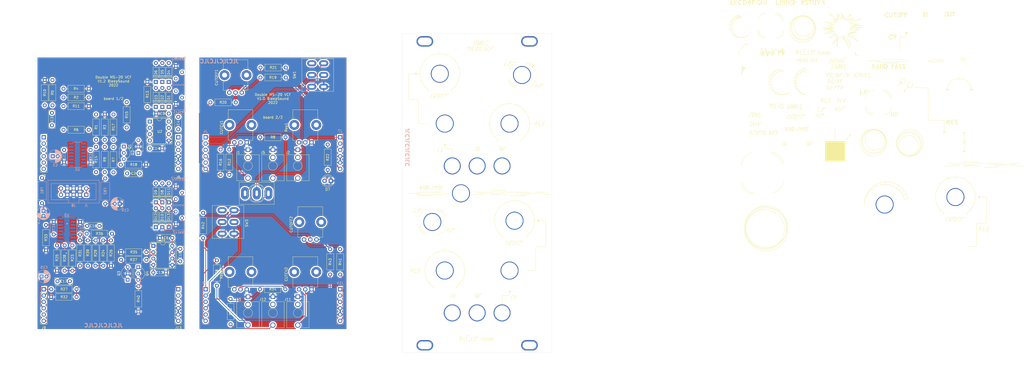
<source format=kicad_pcb>
(kicad_pcb (version 20211014) (generator pcbnew)
  (layers (0 "F.Cu" signal) (31 "B.Cu" signal) (34 "B.Paste" user) (35 "F.Paste" user) (36 "B.SilkS" user "B.Silkscreen") (37 "F.SilkS" user "F.Silkscreen") (38 "B.Mask" user) (39 "F.Mask" user) (44 "Edge.Cuts" user))
  (net 0 "")
  (net 1 "GND")
  (net 2 "+12V")
  (net 3 "-12V")
  (net 4 "Net-(C4-Pad1)")
  (net 5 "Net-(C2-Pad1)")
  (net 6 "Net-(R10-Pad2)")
  (net 7 "Net-(C1-Pad2)")
  (net 8 "Net-(C4-Pad2)")
  (net 9 "/HPass")
  (net 10 "/Out1")
  (net 11 "Net-(C2-Pad2)")
  (net 12 "Net-(C3-Pad1)")
  (net 13 "Net-(C15-Pad2)")
  (net 14 "/Filtre2/HPass")
  (net 15 "/Filtre2/Out1")
  (net 16 "Net-(CUTCV1-Pad2)")
  (net 17 "/CVIn")
  (net 18 "Net-(CUTCV2-Pad2)")
  (net 19 "/Filtre2/CVIn")
  (net 20 "Net-(CUTOFF1-Pad1)")
  (net 21 "Net-(CUTOFF1-Pad2)")
  (net 22 "Net-(CUTOFF1-Pad3)")
  (net 23 "Net-(CUTOFF2-Pad1)")
  (net 24 "Net-(CUTOFF2-Pad2)")
  (net 25 "Net-(CUTOFF2-Pad3)")
  (net 26 "Net-(D1-Pad2)")
  (net 27 "Net-(D2-Pad1)")
  (net 28 "Net-(C16-Pad1)")
  (net 29 "Net-(D5-Pad2)")
  (net 30 "Net-(C16-Pad2)")
  (net 31 "Net-(D10-Pad2)")
  (net 32 "Net-(D11-Pad1)")
  (net 33 "Net-(D10-Pad1)")
  (net 34 "Net-(D11-Pad2)")
  (net 35 "Net-(C17-Pad1)")
  (net 36 "Net-(FB1-Pad2)")
  (net 37 "Net-(FB2-Pad2)")
  (net 38 "/LPass")
  (net 39 "/FilterOut")
  (net 40 "/Cutoff")
  (net 41 "/ResOut")
  (net 42 "/FilterIn")
  (net 43 "/JackOut")
  (net 44 "Net-(C18-Pad1)")
  (net 45 "/Filtre2/LPass")
  (net 46 "/Filtre2/FilterOut")
  (net 47 "/Filtre2/Cutoff")
  (net 48 "/Filtre2/ResOut")
  (net 49 "Filter2In")
  (net 50 "Net-(Q1-Pad1)")
  (net 51 "Net-(Q1-Pad3)")
  (net 52 "Net-(Q3-Pad1)")
  (net 53 "Net-(Q3-Pad3)")
  (net 54 "Net-(R1-Pad2)")
  (net 55 "Net-(R11-Pad2)")
  (net 56 "Net-(C18-Pad2)")
  (net 57 "Net-(R23-Pad2)")
  (net 58 "Net-(R27-Pad2)")
  (net 59 "Net-(D1-Pad1)")
  (net 60 "Net-(D3-Pad1)")
  (net 61 "Net-(D4-Pad2)")
  (net 64 "Net-(D7-Pad2)")
  (net 65 "Net-(D8-Pad1)")
  (net 66 "Net-(D12-Pad2)")
  (net 89 "Net-(R1-Pad1)")
  (net 90 "Net-(R2-Pad1)")
  (net 91 "Net-(R12-Pad1)")
  (net 92 "Net-(R14-Pad2)")
  (net 93 "Net-(R23-Pad1)")
  (net 94 "Net-(R24-Pad1)")
  (net 95 "Net-(R28-Pad2)")
  (net 96 "Net-(R34-Pad1)")
  (net 97 "Net-(R36-Pad2)")
  (footprint "Capacitor_THT:C_Disc_D7.0mm_W2.5mm_P5.00mm" (layer "F.Cu") (at 87 60.8 -90)
    (fp_text reference "C4")
    (fp_text value "1nF")
  )
  (footprint "Capacitor_THT:C_Disc_D7.0mm_W2.5mm_P5.00mm" (layer "F.Cu") (at 87.8 113.8 -90)
    (fp_text reference "C18")
    (fp_text value "1nF")
  )
  (footprint "Capacitor_THT:C_Disc_D7.0mm_W2.5mm_P5.00mm" (layer "F.Cu") (at 38.5 126.8)
    (fp_text reference "C17")
    (fp_text value "1nF")
  )
  (footprint "Synth:Pot-bourns-alpha" (layer "F.Cu") (at 114.5 71.05 90)
    (fp_text reference "CUTCV1")
    (fp_text value "100k")
  )
  (footprint "Synth:Pot-bourns-alpha" (layer "F.Cu") (at 112.5 51.05 90)
    (fp_text reference "CUTOFF1")
    (fp_text value "100k")
  )
  (footprint "LED_THT:LED_D4.0mm" (layer "F.Cu") (at 148.275 86.5 180)
    (fp_text reference "D7")
    (fp_text value "LED-12V")
  )
  (footprint "Diode_THT:D_DO-35_SOD27_P7.62mm_Horizontal" (layer "F.Cu") (at 83.2 56.82 90)
    (fp_text reference "D1")
    (fp_text value "1N4148")
  )
  (footprint "Diode_THT:D_DO-35_SOD27_P7.62mm_Horizontal" (layer "F.Cu") (at 83.2 46.81 90)
    (fp_text reference "D4")
    (fp_text value "1N4148")
  )
  (footprint "Diode_THT:D_DO-35_SOD27_P7.62mm_Horizontal" (layer "F.Cu") (at 80.6 56.82 90)
    (fp_text reference "D2")
    (fp_text value "1N4148")
  )
  (footprint "Diode_THT:D_DO-35_SOD27_P7.62mm_Horizontal" (layer "F.Cu") (at 80.6 46.81 90)
    (fp_text reference "D5")
    (fp_text value "1N4148")
  )
  (footprint "Diode_THT:D_DO-35_SOD27_P7.62mm_Horizontal" (layer "F.Cu") (at 78 56.82 90)
    (fp_text reference "D3")
    (fp_text value "1N4148")
  )
  (footprint "Diode_THT:D_DO-35_SOD27_P7.62mm_Horizontal" (layer "F.Cu") (at 78 46.81 90)
    (fp_text reference "D6")
    (fp_text value "1N4148")
  )
  (footprint "Connector_PinSocket_2.54mm:PinSocket_1x06_P2.54mm_Vertical" (layer "F.Cu") (at 87 69)
    (fp_text reference "J6")
    (fp_text value "Conn_CircuitBoard")
  )
  (footprint "Synth:Thonkiconn" (layer "F.Cu") (at 115 74)
    (fp_text reference "J1")
    (fp_text value "FilterCV1")
  )
  (footprint "Synth:Thonkiconn" (layer "F.Cu") (at 125 74)
    (fp_text reference "J5")
    (fp_text value "FilterIn1")
  )
  (footprint "Synth:Thonkiconn" (layer "F.Cu") (at 135 74)
    (fp_text reference "J2")
    (fp_text value "FilterOut1")
  )
  (footprint "Connector_PinSocket_2.54mm:PinSocket_1x06_P2.54mm_Vertical" (layer "F.Cu") (at 33 130)
    (fp_text reference "J9")
    (fp_text value "Conn_CircuitBoard")
  )
  (footprint "Package_TO_SOT_THT:TO-92_Inline_Wide" (layer "F.Cu") (at 71 75.27 90)
    (fp_text reference "Q1")
    (fp_text value "BC559")
  )
  (footprint "Package_TO_SOT_THT:TO-92_Inline_Wide" (layer "F.Cu") (at 65.14 72.73 -90)
    (fp_text reference "Q2")
    (fp_text value "BC559")
  )
  (footprint "Package_TO_SOT_THT:TO-92_Inline_Wide" (layer "F.Cu") (at 66.7 126.2 90)
    (fp_text reference "Q3")
    (fp_text value "BC559")
  )
  (footprint "Resistor_THT:R_Axial_DIN0207_L6.3mm_D2.5mm_P10.16mm_Horizontal" (layer "F.Cu") (at 57.5 59.84 -90)
    (fp_text reference "R3")
    (fp_text value "470")
  )
  (footprint "Resistor_THT:R_Axial_DIN0207_L6.3mm_D2.5mm_P10.16mm_Horizontal" (layer "F.Cu") (at 33.4 46.02 -90)
    (fp_text reference "R10")
    (fp_text value "470")
  )
  (footprint "Resistor_THT:R_Axial_DIN0207_L6.3mm_D2.5mm_P10.16mm_Horizontal" (layer "F.Cu") (at 54 72.84 -90)
    (fp_text reference "R14")
    (fp_text value "2.2k")
  )
  (footprint "Resistor_THT:R_Axial_DIN0207_L6.3mm_D2.5mm_P10.16mm_Horizontal" (layer "F.Cu") (at 54 70 90)
    (fp_text reference "R1")
    (fp_text value "100k")
  )
  (footprint "Resistor_THT:R_Axial_DIN0207_L6.3mm_D2.5mm_P10.16mm_Horizontal" (layer "F.Cu") (at 61 70 90)
    (fp_text reference "R17")
    (fp_text value "100k")
  )
  (footprint "Resistor_THT:R_Axial_DIN0207_L6.3mm_D2.5mm_P10.16mm_Horizontal" (layer "F.Cu") (at 74.08 80 180)
    (fp_text reference "R18")
    (fp_text value "2.2k")
  )
  (footprint "Resistor_THT:R_Axial_DIN0207_L6.3mm_D2.5mm_P10.16mm_Horizontal" (layer "F.Cu") (at 51.08 66 180)
    (fp_text reference "R6")
    (fp_text value "100k")
  )
  (footprint "Resistor_THT:R_Axial_DIN0207_L6.3mm_D2.5mm_P10.16mm_Horizontal" (layer "F.Cu") (at 51.08 49.5 180)
    (fp_text reference "R4")
    (fp_text value "470")
  )
  (footprint "Resistor_THT:R_Axial_DIN0207_L6.3mm_D2.5mm_P10.16mm_Horizontal" (layer "F.Cu") (at 51.08 56.5 180)
    (fp_text reference "R11")
    (fp_text value "470")
  )
  (footprint "Resistor_THT:R_Axial_DIN0207_L6.3mm_D2.5mm_P10.16mm_Horizontal" (layer "F.Cu") (at 104 84.08 90)
    (fp_text reference "R16")
    (fp_text value "82k")
  )
  (footprint "Resistor_THT:R_Axial_DIN0207_L6.3mm_D2.5mm_P10.16mm_Horizontal" (layer "F.Cu") (at 99.92 55)
    (fp_text reference "R20")
    (fp_text value "100k")
  )
  (footprint "Resistor_THT:R_Axial_DIN0207_L6.3mm_D2.5mm_P10.16mm_Horizontal" (layer "F.Cu") (at 40.92 53)
    (fp_text reference "R2")
    (fp_text value "100k")
  )
  (footprint "Resistor_THT:R_Axial_DIN0207_L6.3mm_D2.5mm_P10.16mm_Horizontal" (layer "F.Cu") (at 120 45)
    (fp_text reference "R19")
    (fp_text value "33k")
  )
  (footprint "Resistor_THT:R_Axial_DIN0207_L6.3mm_D2.5mm_P10.16mm_Horizontal" (layer "F.Cu") (at 130.16 41 180)
    (fp_text reference "R21")
    (fp_text value "56k")
  )
  (footprint "Resistor_THT:R_Axial_DIN0207_L6.3mm_D2.5mm_P10.16mm_Horizontal" (layer "F.Cu") (at 74.6 46.72 -90)
    (fp_text reference "R13")
    (fp_text value "2.2k")
  )
  (footprint "Resistor_THT:R_Axial_DIN0207_L6.3mm_D2.5mm_P10.16mm_Horizontal" (layer "F.Cu") (at 107.5 73.92 -90)
    (fp_text reference "R12")
    (fp_text value "1k")
  )
  (footprint "Resistor_THT:R_Axial_DIN0207_L6.3mm_D2.5mm_P10.16mm_Horizontal" (layer "F.Cu") (at 130.08 69 180)
    (fp_text reference "R8")
    (fp_text value "1k")
  )
  (footprint "Resistor_THT:R_Axial_DIN0207_L6.3mm_D2.5mm_P10.16mm_Horizontal" (layer "F.Cu") (at 38.3 122.56 90)
    (fp_text reference "R25")
    (fp_text value "470")
  )
  (footprint "Resistor_THT:R_Axial_DIN0207_L6.3mm_D2.5mm_P10.16mm_Horizontal" (layer "F.Cu") (at 60.38 107.7 180)
    (fp_text reference "R36")
    (fp_text value "2.2k")
  )
  (footprint "Resistor_THT:R_Axial_DIN0207_L6.3mm_D2.5mm_P10.16mm_Horizontal" (layer "F.Cu") (at 44.5 112.4 -90)
    (fp_text reference "R23")
    (fp_text value "100k")
  )
  (footprint "Resistor_THT:R_Axial_DIN0207_L6.3mm_D2.5mm_P10.16mm_Horizontal" (layer "F.Cu") (at 50.7 110.4 -90)
    (fp_text reference "R39")
    (fp_text value "100k")
  )
  (footprint "Resistor_THT:R_Axial_DIN0207_L6.3mm_D2.5mm_P10.16mm_Horizontal" (layer "F.Cu") (at 64.04 118.2)
    (fp_text reference "R37")
    (fp_text value "1k")
  )
  (footprint "Resistor_THT:R_Axial_DIN0207_L6.3mm_D2.5mm_P10.16mm_Horizontal" (layer "F.Cu") (at 71 138.96 90)
    (fp_text reference "R40")
    (fp_text value "2.2k")
  )
  (footprint "Resistor_THT:R_Axial_DIN0207_L6.3mm_D2.5mm_P10.16mm_Horizontal" (layer "F.Cu") (at 47.6 110.4 -90)
    (fp_text reference "R31")
    (fp_text value "1.8k")
  )
  (footprint "Resistor_THT:R_Axial_DIN0207_L6.3mm_D2.5mm_P10.16mm_Horizontal" (layer "F.Cu") (at 41.4 122.56 90)
    (fp_text reference "R28")
    (fp_text value "100k")
  )
  (footprint "Resistor_THT:R_Axial_DIN0207_L6.3mm_D2.5mm_P10.16mm_Horizontal" (layer "F.Cu") (at 60 120.56 90)
    (fp_text reference "R26")
    (fp_text value "470")
  )
  (footprint "Resistor_THT:R_Axial_DIN0207_L6.3mm_D2.5mm_P10.16mm_Horizontal" (layer "F.Cu") (at 33.9 114.38 90)
    (fp_text reference "R33")
    (fp_text value "470")
  )
  (footprint "Resistor_THT:R_Axial_DIN0207_L6.3mm_D2.5mm_P10.16mm_Horizontal" (layer "F.Cu") (at 56.9 110.4 -90)
    (fp_text reference "R24")
    (fp_text value "100k")
  )
  (footprint "Resistor_THT:R_Axial_DIN0207_L6.3mm_D2.5mm_P10.16mm_Horizontal" (layer "F.Cu") (at 53.8 110.4 -90)
    (fp_text reference "R29")
    (fp_text value "1.8k")
  )
  (footprint "Resistor_THT:R_Axial_DIN0207_L6.3mm_D2.5mm_P10.16mm_Horizontal" (layer "F.Cu") (at 64.04 115.1)
    (fp_text reference "R35")
    (fp_text value "2.2k")
  )
  (footprint "Resistor_THT:R_Axial_DIN0207_L6.3mm_D2.5mm_P10.16mm_Horizontal" (layer "F.Cu") (at 130 130 180)
    (fp_text reference "R34")
    (fp_text value "1k")
  )
  (footprint "Resistor_THT:R_Axial_DIN0207_L6.3mm_D2.5mm_P10.16mm_Horizontal" (layer "F.Cu") (at 108 144.08 90)
    (fp_text reference "R30")
    (fp_text value "1k")
  )
  (footprint "Synth:Pot-bourns-alpha" (layer "F.Cu") (at 140.5 71.05 90)
    (fp_text reference "Res1")
    (fp_text value "100k")
  )
  (footprint "Synth:SW_DPDT_Toggle" (layer "F.Cu") (at 143 44 90)
    (fp_text reference "SW1")
    (fp_text value "Hpass/Lpass Switch")
  )
  (footprint "Synth:SW_Toggle_Blue_wSlots" (layer "F.Cu") (at 118.5 91.5)
    (fp_text reference "SW2" hide)
    (fp_text value "Bandpass")
  )
  (footprint "Package_DIP:DIP-8_W7.62mm_Socket" (layer "F.Cu") (at 77 112.6)
    (fp_text reference "U4")
    (fp_text value "TL072")
  )
  (footprint "Synth:Thonkiconn" (layer "F.Cu") (at 135 133)
    (fp_text reference "J11")
    (fp_text value "FilterCV2")
  )
  (footprint "Synth:Thonkiconn" (layer "F.Cu") (at 115 133)
    (fp_text reference "J15")
    (fp_text value "FilterIn2")
  )
  (footprint "Synth:Thonkiconn" (layer "F.Cu") (at 125 133)
    (fp_text reference "J12")
    (fp_text value "FilterOut2")
  )
  (footprint "Connector_PinSocket_2.54mm:PinSocket_1x06_P2.54mm_Vertical" (layer "F.Cu") (at 87 130)
    (fp_text reference "J13")
    (fp_text value "Conn_CircuitBoard")
  )
  (footprint "Resistor_THT:R_Axial_DIN0207_L6.3mm_D2.5mm_P10.16mm_Horizontal" (layer "F.Cu") (at 66.3 65.08 90)
    (fp_text reference "R15")
    (fp_text value "1k")
  )
  (footprint "Resistor_THT:R_Axial_DIN0207_L6.3mm_D2.5mm_P10.16mm_Horizontal" (layer "F.Cu") (at 147 71.92 -90)
    (fp_text reference "R22")
    (fp_text value "2.2k")
  )
  (footprint "Resistor_THT:R_Axial_DIN0207_L6.3mm_D2.5mm_P10.16mm_Horizontal" (layer "F.Cu") (at 97 109.5 90)
    (fp_text reference "R42")
    (fp_text value "100k")
  )
  (footprint "Resistor_THT:R_Axial_DIN0207_L6.3mm_D2.5mm_P10.16mm_Horizontal" (layer "F.Cu") (at 148 124.08 90)
    (fp_text reference "R43")
    (fp_text value "56k")
  )
  (footprint "Resistor_THT:R_Axial_DIN0207_L6.3mm_D2.5mm_P10.16mm_Horizontal" (layer "F.Cu") (at 152 113.92 -90)
    (fp_text reference "R41")
    (fp_text value "33k")
  )
  (footprint "Resistor_THT:R_Axial_DIN0207_L6.3mm_D2.5mm_P10.16mm_Horizontal" (layer "F.Cu") (at 102.5 118.42 -90)
    (fp_text reference "R38")
    (fp_text value "82k")
  )
  (footprint "Package_DIP:DIP-8_W7.62mm_Socket" (layer "F.Cu") (at 75.58 62.68)
    (fp_text reference "U2")
    (fp_text value "TL072")
  )
  (footprint "Package_TO_SOT_THT:TO-92_Inline_Wide" (layer "F.Cu") (at 70.94 121.16 -90)
    (fp_text reference "Q4")
    (fp_text value "BC559")
  )
  (footprint "Synth:Doepfer Mounting hole" (layer "F.Cu") (at 186 30.5)
    (fp_text reference "H1" hide)
    (fp_text value "MountingHole_Pad")
  )
  (footprint "Synth:Doepfer Mounting hole" (layer "F.Cu") (at 228 30.5)
    (fp_text reference "H2" hide)
    (fp_text value "MountingHole_Pad")
  )
  (footprint "Synth:Doepfer Mounting hole" (layer "F.Cu") (at 228 152.5)
    (fp_text reference "H3" hide)
    (fp_text value "MountingHole_Pad")
  )
  (footprint "Synth:Doepfer Mounting hole" (layer "F.Cu") (at 186 152.5)
    (fp_text reference "H4" hide)
    (fp_text value "MountingHole_Pad")
  )
  (footprint "Synth:SW_DPDT_Toggle" (layer "F.Cu") (at 107 103 90)
    (fp_text reference "SW3")
    (fp_text value "Hpass/Lpass Switch")
  )
  (footprint "Synth:Pot-bourns-alpha" (layer "F.Cu") (at 140.5 130.05 90)
    (fp_text reference "CUTCV2")
    (fp_text value "100k")
  )
  (footprint "Synth:Pot-bourns-alpha" (layer "F.Cu") (at 114.5 130.05 90)
    (fp_text reference "Res2")
    (fp_text value "100k")
  )
  (footprint "Synth:Pot-bourns-alpha" (layer "F.Cu") (at 142.5 110.05 90)
    (fp_text reference "CUTOFF2")
    (fp_text value "100k")
  )
  (footprint "Capacitor_THT:C_Disc_D7.0mm_W2.5mm_P5.00mm" (layer "F.Cu") (at 50.4 104.6)
    (fp_text reference "C16")
    (fp_text value "1nF")
  )
  (footprint "Diode_THT:D_DO-35_SOD27_P7.62mm_Horizontal" (layer "F.Cu") (at 78 95.12 90)
    (fp_text reference "D9")
    (fp_text value "1N4148")
  )
  (footprint "Diode_THT:D_DO-35_SOD27_P7.62mm_Horizontal" (layer "F.Cu") (at 80.6 95.12 90)
    (fp_text reference "D8")
    (fp_text value "1N4148")
  )
  (footprint "Diode_THT:D_DO-35_SOD27_P7.62mm_Horizontal" (layer "F.Cu") (at 83.2 95.12 90)
    (fp_text reference "D11")
    (fp_text value "1N4148")
  )
  (footprint "Diode_THT:D_DO-35_SOD27_P7.62mm_Horizontal" (layer "F.Cu") (at 83.2 105.12 90)
    (fp_text reference "D13")
    (fp_text value "1N4148")
  )
  (footprint "Diode_THT:D_DO-35_SOD27_P7.62mm_Horizontal" (layer "F.Cu") (at 80.6 105.12 90)
    (fp_text reference "D10")
    (fp_text value "1N4148")
  )
  (footprint "Diode_THT:D_DO-35_SOD27_P7.62mm_Horizontal" (layer "F.Cu") (at 78 105.12 90)
    (fp_text reference "D12")
    (fp_text value "1N4148")
  )
  (footprint "Capacitor_THT:C_Disc_D7.0mm_W2.5mm_P5.00mm" (layer "F.Cu") (at 66.5 83.5)
    (fp_text reference "C2")
    (fp_text value "1nF")
  )
  (footprint "Resistor_THT:R_Axial_DIN0207_L6.3mm_D2.5mm_P10.16mm_Horizontal" (layer "F.Cu") (at 36.5 46.02 -90)
    (fp_text reference "R5")
    (fp_text value "100k")
  )
  (footprint "Resistor_THT:R_Axial_DIN0207_L6.3mm_D2.5mm_P10.16mm_Horizontal" (layer "F.Cu") (at 57.5 83 90)
    (fp_text reference "R9")
    (fp_text value "1.8k")
  )
  (footprint "Resistor_THT:R_Axial_DIN0207_L6.3mm_D2.5mm_P10.16mm_Horizontal" (layer "F.Cu") (at 61 72.92 -90)
    (fp_text reference "R7")
    (fp_text value "1.8k")
  )
  (footprint "Connector_PinSocket_2.54mm:PinSocket_1x06_P2.54mm_Vertical" (layer "F.Cu") (at 33 69)
    (fp_text reference "J3")
    (fp_text value "Conn_CircuitBoard")
  )
  (footprint "Capacitor_THT:C_Disc_D7.0mm_W2.5mm_P5.00mm" (layer "F.Cu") (at 36.3 59.2 -90)
    (fp_text reference "C3")
    (fp_text value "1nF")
  )
  (footprint "Resistor_THT:R_Axial_DIN0207_L6.3mm_D2.5mm_P10.16mm_Horizontal" (layer "F.Cu") (at 36 133.1)
    (fp_text reference "R32")
    (fp_text value "470")
  )
  (footprint "Resistor_THT:R_Axial_DIN0207_L6.3mm_D2.5mm_P10.16mm_Horizontal" (layer "F.Cu") (at 36 130)
    (fp_text reference "R27")
    (fp_text value "100k")
  )
  (footprint "Capacitor_THT:C_Disc_D7.0mm_W2.5mm_P5.00mm" (layer "F.Cu") (at 83.18 59.48 180)
    (fp_text reference "C9")
    (fp_text value "100nF")
  )
  (footprint "Capacitor_THT:C_Disc_D7.0mm_W2.5mm_P5.00mm" (layer "F.Cu") (at 82 123.3 180)
    (fp_text reference "C13")
    (fp_text value "100nF")
  )
  (footprint "Capacitor_THT:C_Disc_D7.0mm_W2.5mm_P5.00mm" (layer "F.Cu") (at 80.58 73.48 180)
    (fp_text reference "C14")
    (fp_text value "100nF")
  )
  (footprint "Capacitor_THT:C_Disc_D7.0mm_W2.5mm_P5.00mm" (layer "F.Cu") (at 84.6 109.4 180)
    (fp_text reference "C6")
    (fp_text value "100nF")
  )
  (footprint "Capacitor_THT:CP_Radial_D5.0mm_P2.00mm" (layer "B.Cu") (at 32.9 98.5 -90)
    (fp_text reference "C5")
    (fp_text value "10µ")
  )
  (footprint "Capacitor_THT:CP_Radial_D5.0mm_P2.00mm" (layer "B.Cu") (at 63.5 95.7 180)
    (fp_text reference "C10")
    (fp_text value "10µ")
  )
  (footprint "Capacitor_THT:CP_Radial_D5.0mm_P2.00mm" (layer "B.Cu") (at 36.6 76.6)
    (fp_text reference "C1")
    (fp_text value "10µF")
  )
  (footprint "Inductor_THT:L_Axial_L7.0mm_D3.3mm_P10.16mm_Horizontal_Fastron_MICC" (layer "B.Cu") (at 57.7 95.68 90)
    (fp_text reference "FB2")
    (fp_text value "10R")
  )
  (footprint "Connector_PinHeader_2.54mm:PinHeader_1x06_P2.54mm_Vertical" (layer "B.Cu") (at 98 69 180)
    (fp_text reference "J4")
    (fp_text value "Conn_JackBoard")
  )
  (footprint "Connector_PinHeader_2.54mm:PinHeader_1x06_P2.54mm_Vertical" (layer "B.Cu") (at 152 69 180)
    (fp_text reference "J7")
    (fp_text value "Conn_JackBoard")
  )
  (footprint "Connector_PinHeader_2.54mm:PinHeader_1x06_P2.54mm_Vertical" (layer "B.Cu") (at 98 130 180)
    (fp_text reference "J10")
    (fp_text value "Conn_JackBoard")
  )
  (footprint "Potentiometer_THT:Potentiometer_Bourns_3386X_Horizontal" (layer "B.Cu") (at 86 55.59)
    (fp_text reference "ResLv1")
    (fp_text value "5k")
  )
  (footprint "Potentiometer_THT:Potentiometer_Bourns_3386X_Horizontal" (layer "B.Cu") (at 86 45.44)
    (fp_text reference "ResVol1")
    (fp_text value "10k")
  )
  (footprint "Package_SO:SOIC-16_3.9x9.9mm_P1.27mm" (layer "B.Cu") (at 42.3 106.1 180)
    (fp_text reference "U3")
    (fp_text value "LM13700")
  )
  (footprint "Connector_PinHeader_2.54mm:PinHeader_1x06_P2.54mm_Vertical" (layer "B.Cu") (at 152 130 180)
    (fp_text reference "J14")
    (fp_text value "Conn_JackBoard")
  )
  (footprint "Capacitor_THT:CP_Radial_D5.0mm_P2.00mm" (layer "B.Cu") (at 32.1 124.9)
    (fp_text reference "C15")
    (fp_text value "10µF")
  )
  (footprint "Inductor_THT:L_Axial_L7.0mm_D3.3mm_P10.16mm_Horizontal_Fastron_MICC" (layer "B.Cu") (at 32.3 95.48 90)
    (fp_text reference "FB1")
    (fp_text value "10R")
  )
  (footprint "Potentiometer_THT:Potentiometer_Bourns_3386X_Horizontal" (layer "B.Cu") (at 86 103.9)
    (fp_text reference "ResLv2")
    (fp_text value "3.3k")
  )
  (footprint "Potentiometer_THT:Potentiometer_Bourns_3386X_Horizontal" (layer "B.Cu") (at 86 93.79)
    (fp_text reference "ResVol2")
    (fp_text value "10k")
  )
  (footprint "Package_SO:SOIC-16_3.9x9.9mm_P1.27mm" (layer "B.Cu") (at 46.5 76)
    (fp_text reference "U1")
    (fp_text value "LM13700")
  )
  (footprint "Connector_IDC:IDC-Header_2x05_P2.54mm_Vertical" (layer "B.Cu") (at 50.08 92.1 90)
    (fp_text reference "J8")
    (fp_text value "Power Input")
  )
  (footprint "Capacitor_THT:C_Disc_D7.0mm_W2.5mm_P5.00mm" (layer "B.Cu") (at 37 108 90)
    (fp_text reference "C7")
    (fp_text value "100nF")
  )
  (footprint "Capacitor_THT:C_Disc_D7.0mm_W2.5mm_P5.00mm" (layer "B.Cu") (at 41.2 79.1 90)
    (fp_text reference "C12")
    (fp_text value "100nF")
  )
  (footprint "Capacitor_THT:C_Disc_D7.0mm_W2.5mm_P5.00mm" (layer "B.Cu") (at 47.6 103 -90)
    (fp_text reference "C11")
    (fp_text value "100nF")
  )
  (footprint "Capacitor_THT:C_Disc_D7.0mm_W2.5mm_P5.00mm" (layer "B.Cu") (at 51.8 74.1 -90)
    (fp_text reference "C8")
    (fp_text value "100nF")
  )
  (gr_line (start 183 91) (end 193.5 91) (layer "F.SilkS") (width 0.12))
  (gr_line (start 189 92.5) (end 183 92.5) (layer "F.SilkS") (width 0.12))
  (gr_line (start 182.5 92) (end 195 92) (layer "F.SilkS") (width 0.12))
  (gr_line (start 179.25 91.5) (end 184 91.5) (layer "F.SilkS") (width 0.12))
  (gr_line (start 219 92) (end 212.5 92) (layer "F.SilkS") (width 0.12))
  (gr_line (start 213 91) (end 206 91) (layer "F.SilkS") (width 0.12))
  (gr_line (start 210.5 92) (end 204.5 92) (layer "F.SilkS") (width 0.12))
  (gr_line (start 216.5 91) (end 228.5 91) (layer "F.SilkS") (width 0.12))
  (gr_line (start 201.1 149.3) (end 200.1 148.9) (layer "F.SilkS") (width 0.12))
  (gr_line (start 205.9 150.5) (end 206.1 150.7) (layer "F.SilkS") (width 0.12))
  (gr_line (start 210.7 149.5) (end 209.9 149.5) (layer "F.SilkS") (width 0.12))
  (gr_line (start 213.3 149.5) (end 213.7 150.3) (layer "F.SilkS") (width 0.12))
  (gr_arc (start 226.7 39.4) (mid 228.82132 40.27868) (end 229.7 42.4) (layer "F.SilkS") (width 0.12))
  (gr_arc (start 223.2 48.4) (mid 221.07868 47.52132) (end 220.2 45.4) (layer "F.SilkS") (width 0.12))
  (gr_arc (start 230.2 45.9) (mid 229.32132 48.02132) (end 227.2 48.9) (layer "F.SilkS") (width 0.12))
  (gr_arc (start 222.7 48.9) (mid 220.57868 48.02132) (end 219.7 45.9) (layer "F.SilkS") (width 0.12))
  (gr_arc (start 220.2 41.9) (mid 221.07868 39.77868) (end 223.2 38.9) (layer "F.SilkS") (width 0.12))
  (gr_arc (start 227.2 38.9) (mid 229.32132 39.77868) (end 230.2 41.9) (layer "F.SilkS") (width 0.12))
  (gr_arc (start 234.1 102.5) (mid 234.453552 102.646448) (end 234.6 103) (layer "F.SilkS") (width 0.12))
  (gr_line (start 230 122.5) (end 227.153553 122.5) (layer "F.SilkS") (width 0.12))
  (gr_arc (start 191.2 97.9) (mid 193.32132 98.77868) (end 194.2 100.9) (layer "F.SilkS") (width 0.12))
  (gr_arc (start 184.2 100.9) (mid 185.07868 98.77868) (end 187.2 97.9) (layer "F.SilkS") (width 0.12))
  (gr_arc (start 186.7 107.9) (mid 184.57868 107.02132) (end 183.7 104.9) (layer "F.SilkS") (width 0.12))
  (gr_arc (start 194.2 104.9) (mid 193.32132 107.02132) (end 191.2 107.9) (layer "F.SilkS") (width 0.12))
  (gr_arc (start 187.2 107.4) (mid 185.07868 106.52132) (end 184.2 104.4) (layer "F.SilkS") (width 0.12))
  (gr_arc (start 190.7 98.4) (mid 192.82132 99.27868) (end 193.7 101.4) (layer "F.SilkS") (width 0.12))
  (gr_line (start 230.5 113.5) (end 230.5 122) (layer "F.SilkS") (width 0.12))
  (gr_arc (start 230.5 113.5) (mid 230.646447 113.146447) (end 231 113) (layer "F.SilkS") (width 0.12))
  (gr_line (start 231.7 102.5) (end 234.113389 102.5) (layer "F.SilkS") (width 0.12))
  (gr_arc (start 230.5 122) (mid 230.353553 122.353553) (end 230 122.5) (layer "F.SilkS") (width 0.12))
  (gr_poly (pts (xy 231.2 102.5) (xy 231.7 102) (xy 231.7 103)) (layer "F.SilkS") (width 0.1) (fill solid))
  (gr_line (start 234.6 103) (end 234.6 112.5) (layer "F.SilkS") (width 0.12))
  (gr_line (start 315.490253 31.664932) (end 315.3 31.2) (layer "F.SilkS") (width 0.12))
  (gr_line (start 221.625 110.65) (end 222.425 110.65) (layer "F.SilkS") (width 0.12))
  (gr_line (start 190.8 89.2) (end 190.5 89.2) (layer "F.SilkS") (width 0.12))
  (gr_line (start 206.7 72.8) (end 206.5 72.9) (layer "F.SilkS") (width 0.12))
  (gr_line (start 331.6 66) (end 330.8 65.7) (layer "F.SilkS") (width 0.12))
  (gr_line (start 328.45 34.45) (end 328.45 33.65) (layer "F.SilkS") (width 0.12))
  (gr_arc (start 364.15 43.75) (mid 364.267157 43.467157) (end 364.55 43.35) (layer "F.SilkS") (width 0.12))
  (gr_line (start 426.5 80.5) (end 423.5 80.5) (layer "F.SilkS") (width 0.12))
  (gr_line (start 343.45 38.15) (end 343.55 38.05) (layer "F.SilkS") (width 0.12))
  (gr_line (start 339.75 15.75) (end 339.05 15.75) (layer "F.SilkS") (width 0.12))
  (gr_line (start 344.6 59.4) (end 344.5 59.4) (layer "F.SilkS") (width 0.12))
  (gr_line (start 349.75 49.85) (end 349.55 50.05) (layer "F.SilkS") (width 0.12))
  (gr_line (start 372.1 28.65) (end 372.7 29.55) (layer "F.SilkS") (width 0.12))
  (gr_line (start 188 89.5) (end 187.3 88.4) (layer "F.SilkS") (width 0.12))
  (gr_line (start 343.05 38.15) (end 343.15 38.05) (layer "F.SilkS") (width 0.12))
  (gr_line (start 210.85 32.75) (end 210.05 34.35) (layer "F.SilkS") (width 0.12))
  (gr_line (start 320.975 62.8) (end 320.875 62.8) (layer "F.SilkS") (width 0.12))
  (gr_line (start 230.45 48.3) (end 231.3 48.3) (layer "F.SilkS") (width 0.12))
  (gr_line (start 327.55 34.25) (end 328.05 36.15) (layer "F.SilkS") (width 0.12))
  (gr_arc (start 332.769006 50.73996) (mid 324.729991 49.155782) (end 327.954039 41.623126) (layer "F.SilkS") (width 0.12))
  (gr_line (start 314.75 14.05) (end 313.75 14.05) (layer "F.SilkS") (width 0.12))
  (gr_line (start 376.25 19.05) (end 376.65 19.65) (layer "F.SilkS") (width 0.12))
  (gr_line (start 375.25 19.25) (end 375.25 19.05) (layer "F.SilkS") (width 0.12))
  (gr_line (start 378.85 41.15) (end 378.65 41.45) (layer "F.SilkS") (width 0.12))
  (gr_line (start 361.9 24.3) (end 356.65 23.8) (layer "F.SilkS") (width 0.12))
  (gr_line (start 341.75 14.05) (end 341.95 14.05) (layer "F.SilkS") (width 0.12))
  (gr_line (start 206.7 33.45) (end 206.7 33.95) (layer "F.SilkS") (width 0.12))
  (gr_line (start 319.95 14.05) (end 319.35 14.85) (layer "F.SilkS") (width 0.12))
  (gr_line (start 336.2 64.9) (end 337.1 65.3) (layer "F.SilkS") (width 0.12))
  (gr_line (start 353.75 39.25) (end 353.95 39.15) (layer "F.SilkS") (width 0.12))
  (gr_line (start 336.85 34.35) (end 336.65 34.55) (layer "F.SilkS") (width 0.12))
  (gr_arc (start 325.268047 74.909208) (mid 328.376838 76.371992) (end 329.982962 79.409208) (layer "F.SilkS") (width 0.12))
  (gr_line (start 349.25 47.25) (end 349.95 47.25) (layer "F.SilkS") (width 0.12))
  (gr_line (start 353.65 48.25) (end 352.75 49.85) (layer "F.SilkS") (width 0.12))
  (gr_line (start 186.5 88.4) (end 186 90) (layer "F.SilkS") (width 0.12))
  (gr_line (start 350.35 37.25) (end 350.25 37.25) (layer "F.SilkS") (width 0.12))
  (gr_line (start 233.25 64.4) (end 233.25 64.2) (layer "F.SilkS") (width 0.12))
  (gr_line (start 343.05 38.15) (end 343.45 38.15) (layer "F.SilkS") (width 0.12))
  (gr_line (start 310.95 21.65) (end 309.75 21.25) (layer "F.SilkS") (width 0.12))
  (gr_line (start 379.25 28.25) (end 379.25 27.25) (layer "F.SilkS") (width 0.12))
  (gr_line (start 350.9 27.3) (end 346.15 27.3) (layer "F.SilkS") (width 0.12))
  (gr_line (start 353.45 37.25) (end 353.35 39.25) (layer "F.SilkS") (width 0.12))
  (gr_circle (center 380.75 48) (end 380.25 47) (layer "F.SilkS") (width 0.12) (fill none))
  (gr_line (start 337.15 38.75) (end 336.55 38.75) (layer "F.SilkS") (width 0.12))
  (gr_line (start 321.85 36.35) (end 321.95 34.15) (layer "F.SilkS") (width 0.12))
  (gr_line (start 389.75 38.25) (end 387.75 38.25) (layer "F.SilkS") (width 0.12))
  (gr_line (start 398.625 101.15) (end 399.425 101.15) (layer "F.SilkS") (width 0.12))
  (gr_line (start 232.6 47.4) (end 233.5 47.8) (layer "F.SilkS") (width 0.12))
  (gr_line (start 345.9 24.8) (end 350.15 25.55) (layer "F.SilkS") (width 0.12))
  (gr_line (start 219.075 110.65) (end 219.175 110.75) (layer "F.SilkS") (width 0.12))
  (gr_line (start 234.15 62.7) (end 233.15 63.3) (layer "F.SilkS") (width 0.12))
  (gr_line (start 412.4 105) (end 412.2 104.9) (layer "F.SilkS") (width 0.12))
  (gr_line (start 377.05 19.25) (end 377.25 19.25) (layer "F.SilkS") (width 0.12))
  (gr_line (start 321.25 14.05) (end 321.25 15.75) (layer "F.SilkS") (width 0.12))
  (gr_line (start 328.85 34.95) (end 329.05 34.35) (layer "F.SilkS") (width 0.12))
  (gr_line (start 355.75 43.25) (end 355.75 44.95) (layer "F.SilkS") (width 0.12))
  (gr_line (start 336.15 37.65) (end 336.05 37.55) (layer "F.SilkS") (width 0.12))
  (gr_line (start 224.5875 110.65) (end 225.6375 110.65) (layer "F.SilkS") (width 0.12))
  (gr_line (start 356.65 26.3) (end 359.15 23.8) (layer "F.SilkS") (width 0.12))
  (gr_line (start 320.65 14.05) (end 319.65 14.05) (layer "F.SilkS") (width 0.12))
  (gr_line (start 342.05 37.85) (end 341.95 37.75) (layer "F.SilkS") (width 0.12))
  (gr_line (start 333.85 15.45) (end 333.65 15.75) (layer "F.SilkS") (width 0.12))
  (gr_line (start 396.35 20.25) (end 397.15 20.25) (layer "F.SilkS") (width 0.12))
  (gr_line (start 314.55 14.25) (end 313.95 14.25) (layer "F.SilkS") (width 0.12))
  (gr_line (start 367.75 39.75) (end 367.15 41.45) (layer "F.SilkS") (width 0.12))
  (gr_line (start 230.1 49) (end 230 49) (layer "F.SilkS") (width 0.12))
  (gr_line (start 376.65 20.45) (end 376.45 20.75) (layer "F.SilkS") (width 0.12))
  (gr_line (start 196.8 133.5) (end 196.7 133.5) (layer "F.SilkS") (width 0.12))
  (gr_line (start 338.75 43.15) (end 337.85 41.05) (layer "F.SilkS") (width 0.12))
  (gr_line (start 206.1 150.7) (end 206.1 150.5) (layer "F.SilkS") (width 0.12))
  (gr_line (start 226.39 57.972083) (end 226.04 58.292083) (layer "F.SilkS") (width 0.12))
  (gr_line (start 318.9 64.5) (end 318.8 64.5) (layer "F.SilkS") (width 0.12))
  (gr_line (start 317.3 67.4) (end 316.5 68) (layer "F.SilkS") (width 0.12))
  (gr_line (start 186 90) (end 185.9 90) (layer "F.SilkS") (width 0.12))
  (gr_line (start 232.45 64.3) (end 232.25 64.5) (layer "F.SilkS") (width 0.12))
  (gr_line (start 332.85 14.35) (end 332.85 15.45) (layer "F.SilkS") (width 0.12))
  (gr_line (start 316.5 68) (end 316.5 67.8) (layer "F.SilkS") (width 0.12))
  (gr_line (start 361.15 21.55) (end 356.65 23.3) (layer "F.SilkS") (width 0.12))
  (gr_line (start 211.45 34.4) (end 211.55 34.25) (layer "F.SilkS") (width 0.12))
  (gr_line (start 321.05 14.15) (end 321.25 14.05) (layer "F.SilkS") (width 0.12))
  (gr_line (start 351.75 37.25) (end 351.65 37.25) (layer "F.SilkS") (width 0.12))
  (gr_line (start 351.75 48.25) (end 351.45 48.85) (layer "F.SilkS") (width 0.12))
  (gr_arc (start 194.5 73.6) (mid 194.146447 73.453553) (end 194 73.1) (layer "F.SilkS") (width 0.12))
  (gr_line (start 351.05 48.25) (end 350.35 49.85) (layer "F.SilkS") (width 0.12))
  (gr_line (start 207.5 149.3) (end 206.1 149.7) (layer "F.SilkS") (width 0.12))
  (gr_line (start 338.05 35.75) (end 339.25 35.75) (layer "F.SilkS") (width 0.12))
  (gr_line (start 337.55 14.05) (end 337.55 15.75) (layer "F.SilkS") (width 0.12))
  (gr_line (start 335.25 33.95) (end 335.25 35.75) (layer "F.SilkS") (width 0.12))
  (gr_line (start 349.15 43.25) (end 348.75 44.95) (layer "F.SilkS") (width 0.12))
  (gr_arc (start 370.25 50.05) (mid 372.37132 50.92868) (end 373.25 53.05) (layer "F.SilkS") (width 0.12))
  (gr_line (start 182.2 97.5) (end 182.1 97.5) (layer "F.SilkS") (width 0.12))
  (gr_line (start 374 27.85) (end 374.7 29.55) (layer "F.SilkS") (width 0.12))
  (gr_line (start 377.05 19.05) (end 377.25 19.05) (layer "F.SilkS") (width 0.12))
  (gr_line (start 236.5 92) (end 233.5 92) (layer "F.SilkS") (width 0.12))
  (gr_line (start 314.75 41.25) (end 313.95 41.95) (layer "F.SilkS") (width 0.12))
  (gr_line (start 335.35 14.65) (end 334.35 15.05) (layer "F.SilkS") (width 0.12))
  (gr_line (start 311.55 14.85) (end 312.15 15.75) (layer "F.SilkS") (width 0.12))
  (gr_line (start 373.55 41.45) (end 373.55 39.75) (layer "F.SilkS") (width 0.12))
  (gr_line (start 335.25 49.65) (end 335.55 49.45) (layer "F.SilkS") (width 0.12))
  (gr_line (start 217.1 72.8) (end 216.8 74.5) (layer "F.SilkS") (width 0.12))
  (gr_line (start 338.65 38.15) (end 338.75 38.05) (layer "F.SilkS") (width 0.12))
  (gr_line (start 316.3 63.6) (end 316.8 64.5) (layer "F.SilkS") (width 0.12))
  (gr_line (start 349 53.4) (end 348 54) (layer "F.SilkS") (width 0.12))
  (gr_line (start 340.65 14.05) (end 340.15 14.05) (layer "F.SilkS") (width 0.12))
  (gr_line (start 354.65 37.25) (end 353.75 39.25) (layer "F.SilkS") (width 0.12))
  (gr_line (start 340.65 15.75) (end 340.85 15.75) (layer "F.SilkS") (width 0.12))
  (gr_line (start 364.15 44.15) (end 364.45 44.15) (layer "F.SilkS") (width 0.12))
  (gr_line (start 202.1 120.072083) (end 201.64 120.212083) (layer "F.SilkS") (width 0.12))
  (gr_line (start 191.625 51.65) (end 192.425 51.65) (layer "F.SilkS") (width 0.12))
  (gr_line (start 205.6 32.65) (end 205.6 32.85) (layer "F.SilkS") (width 0.12))
  (gr_line (start 203.3 32.65) (end 203.3 34.35) (layer "F.SilkS") (width 0.12))
  (gr_line (start 409.3 106.1) (end 409.1 106.6) (layer "F.SilkS") (width 0.12))
  (gr_line (start 374.55 19.25) (end 374.75 19.25) (layer "F.SilkS") (width 0.12))
  (gr_line (start 351.9 53.4) (end 351.8 55) (layer "F.SilkS") (width 0.12))
  (gr_line (start 352.65 47.25) (end 352.85 47.15) (layer "F.SilkS") (width 0.12))
  (gr_line (start 184.9 89.5) (end 184.1 89.2) (layer "F.SilkS") (width 0.12))
  (gr_line (start 363.5 91.7) (end 363.6 91.9) (layer "F.SilkS") (width 0.12))
  (gr_line (start 369.75 41.45) (end 369.75 40.65) (layer "F.SilkS") (width 0.12))
  (gr_line (start 346.55 15.65) (end 346.55 15.35) (layer "F.SilkS") (width 0.12))
  (gr_line (start 336.15 50.35) (end 335.95 50.55) (layer "F.SilkS") (width 0.12))
  (gr_line (start 183 54) (end 180 54) (layer "F.SilkS") (width 0.12))
  (gr_line (start 349.65 43.25) (end 349.25 44.95) (layer "F.SilkS") (width 0.12))
  (gr_line (start 319.25 66.3) (end 318.95 68) (layer "F.SilkS") (width 0.12))
  (gr_line (start 395.225 102.1) (end 395.725 102.85) (layer "F.SilkS") (width 0.12))
  (gr_line (start 399.25 63.05) (end 399.15 62.85) (layer "F.SilkS") (width 0.12))
  (gr_line (start 318.1 62.7) (end 318 64.5) (layer "F.SilkS") (width 0.12))
  (gr_line (start 334.45 61.7) (end 334.7 60) (layer "F.SilkS") (width 0.12))
  (gr_line (start 346 57) (end 346.9 57.4) (layer "F.SilkS") (width 0.12))
  (gr_arc (start 187.5 50) (mid 192 35.462851) (end 196.5 50) (layer "F.SilkS") (width 0.12))
  (gr_line (start 210.7 30.7) (end 210.5 32) (layer "F.SilkS") (width 0.12))
  (gr_line (start 337.15 37.55) (end 337.05 37.45) (layer "F.SilkS") (width 0.12))
  (gr_line (start 397.55 63.75) (end 398.15 63.75) (layer "F.SilkS") (width 0.12))
  (gr_line (start 204.7 34.35) (end 204.9 34.35) (layer "F.SilkS") (width 0.12))
  (gr_poly (pts (xy 220.5 131) (xy 219.5 131) (xy 220 130.5)) (layer "F.SilkS") (width 0.1) (fill solid))
  (gr_line (start 379.35 19.85) (end 379.35 19.65) (layer "F.SilkS") (width 0.12))
  (gr_line (start 336.55 38.75) (end 336.45 38.65) (layer "F.SilkS") (width 0.12))
  (gr_line (start 371.85 19.25) (end 372.05 19.05) (layer "F.SilkS") (width 0.12))
  (gr_line (start 408.7 93) (end 411.113389 93) (layer "F.SilkS") (width 0.12))
  (gr_line (start 398.85 18.75) (end 398.35 18.75) (layer "F.SilkS") (width 0.12))
  (gr_line (start 338.55 14.75) (end 337.55 15.05) (layer "F.SilkS") (width 0.12))
  (gr_arc (start 314.088868 32.414931) (mid 314.564928 31.620202) (end 315.490253 31.664932) (layer "F.SilkS") (width 0.12))
  (gr_line (start 365.85 39.75) (end 366.05 39.75) (layer "F.SilkS") (width 0.12))
  (gr_line (start 328.1 56.4) (end 328.1 56.9) (layer "F.SilkS") (width 0.12))
  (gr_line (start 335.5 56.2) (end 334.9 55.9) (layer "F.SilkS") (width 0.12))
  (gr_line (start 378.65 41.25) (end 378.25 40.75) (layer "F.SilkS") (width 0.12))
  (gr_circle (center 337.55 25.55) (end 339.55 30.55) (layer "F.SilkS") (width 0.12) (fill none))
  (gr_line (start 315.05 14.95) (end 314.45 14.05) (layer "F.SilkS") (width 0.12))
  (gr_line (start 229.8 105.3) (end 229.49 105.19) (layer "F.SilkS") (width 0.12))
  (gr_line (start 351.75 49.85) (end 351.75 49.65) (layer "F.SilkS") (width 0.12))
  (gr_line (start 182.3 43.5) (end 180 43.5) (layer "F.SilkS") (width 0.12))
  (gr_line (start 311.95 21.15) (end 310.95 20.45) (layer "F.SilkS") (width 0.12))
  (gr_line (start 312.15 14.05) (end 311.55 14.85) (layer "F.SilkS") (width 0.12))
  (gr_line (start 344.65 34.55) (end 343.65 34.75) (layer "F.SilkS") (width 0.12))
  (gr_line (start 378.65 19.05) (end 378.85 19.05) (layer "F.SilkS") (width 0.12))
  (gr_line (start 199.8 46.3) (end 199.49 46.19) (layer "F.SilkS") (width 0.12))
  (gr_line (start 233.15 63.3) (end 234.05 63.8) (layer "F.SilkS") (width 0.12))
  (gr_line (start 334.95 47.25) (end 334.35 47.25) (layer "F.SilkS") (width 0.12))
  (gr_line (start 338.35 14.45) (end 338.35 14.55) (layer "F.SilkS") (width 0.12))
  (gr_line (start 188.725 53.35) (end 188.825 53.25) (layer "F.SilkS") (width 0.12))
  (gr_line (start 318.95 68) (end 319.95 66.3) (layer "F.SilkS") (width 0.12))
  (gr_line (start 224.175 110.75) (end 224.275 110.65) (layer "F.SilkS") (width 0.12))
  (gr_line (start 396.075 101.15) (end 395.225 102.1) (layer "F.SilkS") (width 0.12))
  (gr_line (start 378.65 41.25) (end 377.85 41.25) (layer "F.SilkS") (width 0.12))
  (gr_line (start 373.55 41.45) (end 373.75 41.45) (layer "F.SilkS") (width 0.12))
  (gr_line (start 329.55 15.75) (end 329.55 14.05) (layer "F.SilkS") (width 0.12))
  (gr_line (start 376.45 41.25) (end 376.55 41.45) (layer "F.SilkS") (width 0.12))
  (gr_line (start 315.85 14.55) (end 315.85 15.25) (layer "F.SilkS") (width 0.12))
  (gr_line (start 222.425 110.65) (end 221.375 112.35) (layer "F.SilkS") (width 0.12))
  (gr_line (start 374.95 60.65) (end 375.15 60.65) (layer "F.SilkS") (width 0.12))
  (gr_line (start 215.9 72.8) (end 216.8 72.8) (layer "F.SilkS") (width 0.12))
  (gr_line (start 218.5 90.5) (end 212.5 90.5) (layer "F.SilkS") (width 0.12))
  (gr_poly (pts (xy 404.87 49.74) (xy 405.87 49.74) (xy 405.37 50.24)) (layer "F.SilkS") (width 0.1) (fill solid))
  (gr_line (start 207.1 32) (end 206.6 30.3) (layer "F.SilkS") (width 0.12))
  (gr_line (start 180.75 121.6) (end 179.95 123.3) (layer "F.SilkS") (width 0.12))
  (gr_line (start 326.75 33.45) (end 327.55 34.25) (layer "F.SilkS") (width 0.12))
  (gr_line (start 347.85 43.25) (end 347.75 43.25) (layer "F.SilkS") (width 0.12))
  (gr_line (start 355 53.4) (end 354.9 53.4) (layer "F.SilkS") (width 0.12))
  (gr_line (start 184.15 121.7) (end 183.95 121.6) (layer "F.SilkS") (width 0.12))
  (gr_line (start 223.3 55.772083) (end 223.14 56.152083) (layer "F.SilkS") (width 0.12))
  (gr_line (start 317.55 59.15) (end 318.35 59.15) (layer "F.SilkS") (width 0.12))
  (gr_arc (start 338.855395 51.926051) (mid 335.026544 47.343156) (end 338.45 42.45) (layer "F.SilkS") (width 0.12))
  (gr_line (start 355.75 44.95) (end 356.55 43.25) (layer "F.SilkS") (width 0.12))
  (gr_line (start 212.3 149.5) (end 211.5 150.7) (layer "F.SilkS") (width 0.12))
  (gr_line (start 226.5 92.5) (end 220.5 92.5) (layer "F.SilkS") (width 0.12))
  (gr_line (start 203.3 148.5) (end 204.1 148.5) (layer "F.SilkS") (width 0.12))
  (gr_line (start 320.75 36.45) (end 321.05 33.25) (layer "F.SilkS") (width 0.12))
  (gr_line (start 335.25 38.75) (end 335.15 38.65) (layer "F.SilkS") (width 0.12))
  (gr_line (start 208.1 131.8) (end 208.8 131.8) (layer "F.SilkS") (width 0.12))
  (gr_line (start 342.95 15.25) (end 342.75 15.75) (layer "F.SilkS") (width 0.12))
  (gr_line (start 341.75 15.25) (end 341.95 15.75) (layer "F.SilkS") (width 0.12))
  (gr_line (start 316.5 68) (end 316.7 68) (layer "F.SilkS") (width 0.12))
  (gr_line (start 325.6 55.6) (end 325.4 55.5) (layer "F.SilkS") (width 0.12))
  (gr_arc (start 332.75 50.75) (mid 325.294471 48.62054) (end 329.954039 42.423126) (layer "F.SilkS") (width 0.12))
  (gr_line (start 376.15 59.45) (end 376.15 59.55) (layer "F.SilkS") (width 0.12))
  (gr_line (start 339.65 72.5) (end 339.15 70.8) (layer "F.SilkS") (width 0.12))
  (gr_line (start 184 63.5) (end 186.846447 63.5) (layer "F.SilkS") (width 0.12))
  (gr_line (start 343.65 35.75) (end 343.65 35.55) (layer "F.SilkS") (width 0.12))
  (gr_line (start 325.6 55.6) (end 325.2 56.3) (layer "F.SilkS") (width 0.12))
  (gr_line (start 371.95 40.65) (end 371.35 39.75) (layer "F.SilkS") (width 0.12))
  (gr_line (start 337.95 14.95) (end 338.45 15.75) (layer "F.SilkS") (width 0.12))
  (gr_line (start 371.05 19.05) (end 370.45 19.85) (layer "F.SilkS") (width 0.12))
  (gr_line (start 188.225 52.6) (end 188.725 53.35) (layer "F.SilkS") (width 0.12))
  (gr_line (start 373.35 58.95) (end 373.35 60.65) (layer "F.SilkS") (width 0.12))
  (gr_line (start 320.7 60.9) (end 320.5 61.1) (layer "F.SilkS") (width 0.12))
  (gr_line (start 316.75 15.55) (end 316.85 15.75) (layer "F.SilkS") (width 0.12))
  (gr_line (start 340.85 14.25) (end 341.35 14.25) (layer "F.SilkS") (width 0.12))
  (gr_line (start 349 53.4) (end 349 53.6) (layer "F.SilkS") (width 0.12))
  (gr_line (start 358.15 21.05) (end 355.65 22.05) (layer "F.SilkS") (width 0.12))
  (gr_line (start 416.5 81) (end 410.5 81) (layer "F.SilkS") (width 0.12))
  (gr_line (start 212.9 149.5) (end 212.7 149.5) (layer "F.SilkS") (width 0.12))
  (gr_line (start 376.55 39.75) (end 376.35 40.05) (layer "F.SilkS") (width 0.12))
  (gr_line (start 395.55 63.75) (end 395.55 62.05) (layer "F.SilkS") (width 0.12))
  (gr_line (start 394.85 19.05) (end 395.05 18.75) (layer "F.SilkS") (width 0.12))
  (gr_line (start 399.85 63.45) (end 399.45 62.95) (layer "F.SilkS") (width 0.12))
  (gr_circle (center 380.669886 71.25) (end 378.669886 66.25) (layer "F.SilkS") (width 0.12) (fill none))
  (gr_line (start 324.35 34.75) (end 324.45 35.55) (layer "F.SilkS") (width 0.12))
  (gr_line (start 332.45 64.9) (end 331.65 66.5) (layer "F.SilkS") (width 0.12))
  (gr_line (start 323.45 36.35) (end 323.25 33.85) (layer "F.SilkS") (width 0.12))
  (gr_line (start 339 66.5) (end 339.2 66.5) (layer "F.SilkS") (width 0.12))
  (gr_line (start 339.85 34.55) (end 339.85 35.75) (layer "F.SilkS") (width 0.12))
  (gr_line (start 319.85 15.55) (end 320.45 15.55) (layer "F.SilkS") (width 0.12))
  (gr_line (start 206.7 33.95) (end 207.5 34.35) (layer "F.SilkS") (width 0.12))
  (gr_line (start 313.25 20.95) (end 312.136612 20.021173) (layer "F.SilkS") (width 0.12))
  (gr_arc (start 324.768047 75.453558) (mid 327.876838 76.916342) (end 329.482962 79.953558) (layer "F.SilkS") (width 0.12))
  (gr_line (start 359.25 43.25) (end 359.25 43.45) (layer "F.SilkS") (width 0.12))
  (gr_line (start 316.8 64.5) (end 317.15 64) (layer "F.SilkS") (width 0.12))
  (gr_line (start 333.6 66.5) (end 334.7 66) (layer "F.SilkS") (width 0.12))
  (gr_line (start 207.5 30.3) (end 207.1 32) (layer "F.SilkS") (width 0.12))
  (gr_line (start 340.85 14.05) (end 340.85 15.75) (layer "F.SilkS") (width 0.12))
  (gr_line (start 222.1 132.4) (end 222 134) (layer "F.SilkS") (width 0.12))
  (gr_line (start 204.7 34.35) (end 204.7 34.15) (layer "F.SilkS") (width 0.12))
  (gr_line (start 196 91.5) (end 194 91.5) (layer "F.SilkS") (width 0.12))
  (gr_line (start 226.43 68.712083) (end 226.19 68.512083) (layer "F.SilkS") (width 0.12))
  (gr_line (start 336 55.9) (end 335.9 55.9) (layer "F.SilkS") (width 0.12))
  (gr_line (start 191.85 73.3) (end 191.05 74.2) (layer "F.SilkS") (width 0.12))
  (gr_line (start 331.9 55.9) (end 331.5 57.6) (layer "F.SilkS") (width 0.12))
  (gr_arc (start 217.5 109) (mid 222 94.462851) (end 226.5 109) (layer "F.SilkS") (width 0.12))
  (gr_line (start 354.3 53.4) (end 354.2 53.4) (layer "F.SilkS") (width 0.12))
  (gr_line (start 329.95 72.5) (end 330.75 70.8) (layer "F.SilkS") (width 0.12))
  (gr_line (start 410.5 105) (end 410.9 105) (layer "F.SilkS") (width 0.12))
  (gr_line (start 312.35 15.55) (end 312.95 15.55) (layer "F.SilkS") (width 0.12))
  (gr_line (start 351.75 49.85) (end 351.95 49.75) (layer "F.SilkS") (width 0.12))
  (gr_line (start 183.2 99.2) (end 183.1 99) (layer "F.SilkS") (width 0.12))
  (gr_line (start 338.9 65.4) (end 339.8 65.9) (layer "F.SilkS") (width 0.12))
  (gr_line (start 328.669006 42.53996) (end 327.169006 41.93996) (layer "F.SilkS") (width 0.12))
  (gr_circle (center 322.727312 105.442093) (end 326.927312 112.842093) (layer "F.SilkS") (width 0.12) (fill none))
  (gr_line (start 345.3 58.6) (end 345.2 58.4) (layer "F.SilkS") (width 0.12))
  (gr_line (start 334.15 14.05) (end 334.35 14.05) (layer "F.SilkS") (width 0.12))
  (gr_line (start 219.475 112.35) (end 220.475 110.65) (layer "F.SilkS") (width 0.12))
  (gr_arc (start 315.810738 28.022885) (mid 308.740704 26.424839) (end 312.136612 20.021173) (layer "F.SilkS") (width 0.12))
  (gr_line (start 318.65 14.05) (end 317.65 14.05) (layer "F.SilkS") (width 0.12))
  (gr_poly (pts (xy 354.75 78.625) (xy 346.75 78.625) (xy 346.75 70.625) (xy 354.75 70.625)) (layer "F.SilkS") (width 0.1) (fill solid))
  (gr_line (start 337.1 55.9) (end 337.5 55.9) (layer "F.SilkS") (width 0.12))
  (gr_line (start 351.25 39.65) (end 350.35 41.65) (layer "F.SilkS") (width 0.12))
  (gr_line (start 340.65 14.25) (end 340.85 14.25) (layer "F.SilkS") (width 0.12))
  (gr_line (start 338.95 15.55) (end 339.05 15.75) (layer "F.SilkS") (width 0.12))
  (gr_line (start 230.9 47.4) (end 230.8 47.4) (layer "F.SilkS") (width 0.12))
  (gr_line (start 222.9 111.2) (end 223.425 111.2) (layer "F.SilkS") (width 0.12))
  (gr_line (start 231.05 63.8) (end 230.85 64.3) (layer "F.SilkS") (width 0.12))
  (gr_line (start 329.969006 42.43996) (end 327.954039 41.623126) (layer "F.SilkS") (width 0.12))
  (gr_line (start 336.2 64.9) (end 335.5 66.5) (layer "F.SilkS") (width 0.12))
  (gr_line (start 193.325 52.3) (end 193.425 52.2) (layer "F.SilkS") (width 0.12))
  (gr_line (start 223.225 110.65) (end 224.275 110.65) (layer "F.SilkS") (width 0.12))
  (gr_line (start 352.15 39.65) (end 352.05 39.65) (layer "F.SilkS") (width 0.12))
  (gr_line (start 403.25 38.25) (end 400.75 38.25) (layer "F.SilkS") (width 0.12))
  (gr_line (start 348.05 34.55) (end 347.85 34.55) (layer "F.SilkS") (width 0.12))
  (gr_line (start 212.1 150.7) (end 212.9 149.5) (layer "F.SilkS") (width 0.12))
  (gr_line (start 324.05 35.35) (end 324.35 34.75) (layer "F.SilkS") (width 0.12))
  (gr_line (start 327 55.6) (end 326 56.2) (layer "F.SilkS") (width 0.12))
  (gr_line (start 195.5 107.1) (end 195.4 107.1) (layer "F.SilkS") (width 0.12))
  (gr_line (start 201.7 150.7) (end 202.3 150.7) (layer "F.SilkS") (width 0.12))
  (gr_line (start 193.225 51.65) (end 192.225 53.35) (layer "F.SilkS") (width 0.12))
  (gr_line (start 362.75 44.25) (end 363.25 44.55) (layer "F.SilkS") (width 0.12))
  (gr_line (start 394.85 19.35) (end 395.25 18.75) (layer "F.SilkS") (width 0.12))
  (gr_line (start 398.15 63.05) (end 397.25 63.05) (layer "F.SilkS") (width 0.12))
  (gr_line (start 411.6 93.5) (end 411.6 103) (layer "F.SilkS") (width 0.12))
  (gr_line (start 358.75 36.25) (end 358.75 34.75) (layer "F.SilkS") (width 0.12))
  (gr_line (start 350.35 39.65) (end 350.35 39.85) (layer "F.SilkS") (width 0.12))
  (gr_line (start 343.65 14.05) (end 344.05 15.15) (layer "F.SilkS") (width 0.12))
  (gr_line (start 336.55 37.55) (end 336.55 38.15) (layer "F.SilkS") (width 0.12))
  (gr_line (start 342.55 37.55) (end 342.45 37.45) (layer "F.SilkS") (width 0.12))
  (gr_line (start 339.25 35.75) (end 339.05 35.95) (layer "F.SilkS") (width 0.12))
  (gr_line (start 351.4 22.05) (end 351.65 19.3) (layer "F.SilkS") (width 0.12))
  (gr_line (start 343.85 37.55) (end 343.95 37.45) (layer "F.SilkS") (width 0.12))
  (gr_arc (start 373.25 57.05) (mid 372.37132 59.17132) (end 370.25 60.05) (layer "F.SilkS") (width 0.12))
  (gr_line (start 196.3 105.5) (end 196.2 105.5) (layer "F.SilkS") (width 0.12))
  (gr_line (start 225.3 94.7) (end 225.14 95.08) (layer "F.SilkS") (width 0.12))
  (gr_line (start 363.25 44.55) (end 363.25 44.95) (layer "F.SilkS") (width 0.12))
  (gr_line (start 232.45 64.3) (end 232.25 64.1) (layer "F.SilkS") (width 0.12))
  (gr_line (start 337.15 38.15) (end 337.15 38.75) (layer "F.SilkS") (width 0.12))
  (gr_line (start 315.85 15.25) (end 316.25 15.75) (layer "F.SilkS") (width 0.12))
  (gr_line (start 216.4 74.5) (end 215.9 72.8) (layer "F.SilkS") (width 0.12))
  (gr_line (start 387.45 20.55) (end 387.45 19.75) (layer "F.SilkS") (width 0.12))
  (gr_line (start 337.55 14.25) (end 338.35 14.45) (layer "F.SilkS") (width 0.12))
  (gr_line (start 336.3 60) (end 337.35 60) (layer "F.SilkS") (width 0.12))
  (gr_line (start 340.35 70.8) (end 340.05 72.5) (layer "F.SilkS") (width 0.12))
  (gr_line (start 378.25 19.05) (end 377.25 19.05) (layer "F.SilkS") (width 0.12))
  (gr_line (start 324.269006 47.93996) (end 325.069006 47.83996) (layer "F.SilkS") (width 0.12))
  (gr_line (start 371.25 19.25) (end 371.85 19.25) (layer "F.SilkS") (width 0.12))
  (gr_line (start 338.05 38.15) (end 338.65 38.15) (layer "F.SilkS") (width 0.12))
  (gr_line (start 190.4 88.8) (end 189.2 89.1) (layer "F.SilkS") (width 0.12))
  (gr_line (start 418.5 80.5) (end 414.5 80.5) (layer "F.SilkS") (width 0.12))
  (gr_line (start 330.75 72.5) (end 331.55 70.8) (layer "F.SilkS") (width 0.12))
  (gr_arc (start 400.95 45.45) (mid 404.06395 46.668738) (end 405.363118 49.75) (layer "F.SilkS") (width 0.12))
  (gr_line (start 333.05 15.75) (end 332.85 15.45) (layer "F.SilkS") (width 0.12))
  (gr_line (start 189.5 88.4) (end 188.8 90) (layer "F.SilkS") (width 0.12))
  (gr_line (start 308.95 14.65) (end 308.55 15.75) (layer "F.SilkS") (width 0.12))
  (gr_line (start 182.45 123.3) (end 182.25 123.5) (layer "F.SilkS") (width 0.12))
  (gr_line (start 339.85 14.05) (end 339.05 14.05) (layer "F.SilkS") (width 0.12))
  (gr_line (start 328.75 15.75) (end 328.95 15.75) (layer "F.SilkS") (width 0.12))
  (gr_line (start 207.2 131.8) (end 206.9 133.5) (layer "F.SilkS") (width 0.12))
  (gr_line (start 324.4 67.2) (end 325.2 66.8) (layer "F.SilkS") (width 0.12))
  (gr_line (start 372.65 19.05) (end 372.65 20.75) (layer "F.SilkS") (width 0.12))
  (gr_line (start 352.65 48.25) (end 351.75 49.85) (layer "F.SilkS") (width 0.12))
  (gr_line (start 193.2 88.4) (end 192.2 88.9) (layer "F.SilkS") (width 0.12))
  (gr_line (start 407.1 90.5) (end 406.64 90.64) (layer "F.SilkS") (width 0.12))
  (gr_line (start 397.55 62.05) (end 398.15 62.05) (layer "F.SilkS") (width 0.12))
  (gr_line (start 354.45 40.45) (end 354.85 40.45) (layer "F.SilkS") (width 0.12))
  (gr_line (start 354.15 48.25) (end 353.25 49.85) (layer "F.SilkS") (width 0.12))
  (gr_line (start 189.5 129.072083) (end 189.04 129.662083) (layer "F.SilkS") (width 0.12))
  (gr_line (start 221.3 132.4) (end 221.4 132.5) (layer "F.SilkS") (width 0.12))
  (gr_line (start 333.7 64.9) (end 333.2 66.5) (layer "F.SilkS") (width 0.12))
  (gr_line (start 369.95 41.45) (end 369.75 41.45) (layer "F.SilkS") (width 0.12))
  (gr_line (start 350.65 21.3) (end 350.4 23.3) (layer "F.SilkS") (width 0.12))
  (gr_line (start 204.2 32.65) (end 204 32.55) (layer "F.SilkS") (width 0.12))
  (gr_line (start 316.75 14.25) (end 316.85 14.05) (layer "F.SilkS") (width 0.12))
  (gr_line (start 218.55 38.4) (end 217.85 40.1) (layer "F.SilkS") (width 0.12))
  (gr_line (start 322.85 15.75) (end 323.05 15.75) (layer "F.SilkS") (width 0.12))
  (gr_line (start 319.95 59.2) (end 319.85 59.2) (layer "F.SilkS") (width 0.12))
  (gr_line (start 204.7 149.5) (end 205.5 149.5) (layer "F.SilkS") (width 0.12))
  (gr_line (start 397.675 101.15) (end 398.375 101.15) (layer "F.SilkS") (width 0.12))
  (gr_line (start 356.9 32.3) (end 355.15 28.05) (layer "F.SilkS") (width 0.12))
  (gr_line (start 329.55 15.75) (end 329.75 15.75) (layer "F.SilkS") (width 0.12))
  (gr_line (start 399 84.961611) (end 399 84) (layer "F.SilkS") (width 0.12))
  (gr_line (start 346.3 59.8) (end 345.1 60.1) (layer "F.SilkS") (width 0.12))
  (gr_line (start 375.85 19.05) (end 376.45 19.05) (layer "F.SilkS") (width 0.12))
  (gr_line (start 318.35 59.15) (end 317.3 60.9) (layer "F.SilkS") (width 0.12))
  (gr_line (start 338.9 64.9) (end 337.9 65.4) (layer "F.SilkS") (width 0.12))
  (gr_circle (center 380.219886 72.25) (end 377.619886 69.25) (layer "F.SilkS") (width 0.12) (fill none))
  (gr_line (start 375.25 19.05) (end 374.75 19.05) (layer "F.SilkS") (width 0.12))
  (gr_line (start 377.75 40.05) (end 378.15 40.55) (layer "F.SilkS") (width 0.12))
  (gr_line (start 340.65 15.75) (end 340.65 14.05) (layer "F.SilkS") (width 0.12))
  (gr_line (start 349.15 41.65) (end 349.15 41.45) (layer "F.SilkS") (width 0.12))
  (gr_line (start 397.75 62.05) (end 397.15 62.85) (layer "F.SilkS") (width 0.12))
  (gr_line (start 355.65 27.8) (end 359.9 30.55) (layer "F.SilkS") (width 0.12))
  (gr_line (start 370.75 19.85) (end 371.35 20.75) (layer "F.SilkS") (width 0.12))
  (gr_line (start 391.1 95.9) (end 391.54 95.74) (layer "F.SilkS") (width 0.12))
  (gr_line (start 312.35 14.25) (end 312.95 14.25) (layer "F.SilkS") (width 0.12))
  (gr_line (start 376.15 59.55) (end 375.15 59.95) (layer "F.SilkS") (width 0.12))
  (gr_line (start 206.7 32.65) (end 207.5 32.75) (layer "F.SilkS") (width 0.12))
  (gr_line (start 339.15 37.55) (end 339.15 38.75) (layer "F.SilkS") (width 0.12))
  (gr_line (start 349.85 45.65) (end 350.25 45.65) (layer "F.SilkS") (width 0.12))
  (gr_line (start 343.05 38.75) (end 343.15 38.65) (layer "F.SilkS") (width 0.12))
  (gr_line (start 322.05 15.75) (end 322.05 14.05) (layer "F.SilkS") (width 0.12))
  (gr_line (start 197.6 133.5) (end 198.4 131.8) (layer "F.SilkS") (width 0.12))
  (gr_line (start 326.1 57.3) (end 326.3 57.3) (layer "F.SilkS") (width 0.12))
  (gr_line (start 213.5 57.972083) (end 213.91 58.322083) (layer "F.SilkS") (width 0.12))
  (gr_line (start 369.75 40.65) (end 369.75 39.75) (layer "F.SilkS") (width 0.12))
  (gr_line (start 319.85 14.25) (end 320.45 14.25) (layer "F.SilkS") (width 0.12))
  (gr_line (start 213.3 149.5) (end 212.7 150.7) (layer "F.SilkS") (width 0.12))
  (gr_line (start 321.05 15.65) (end 321.05 14.15) (layer "F.SilkS") (width 0.12))
  (gr_line (start 373 27.85) (end 372.4 28.65) (layer "F.SilkS") (width 0.12))
  (gr_line (start 309.35 24.05) (end 308.45 23.85) (layer "F.SilkS") (width 0.12))
  (gr_line (start 398.15 20.45) (end 398.15 18.75) (layer "F.SilkS") (width 0.12))
  (gr_arc (start 189.5 129.072083) (mid 194 114.534934) (end 198.5 129.072083) (layer "F.SilkS") (width 0.12))
  (gr_line (start 353.7 56.8) (end 352.7 58.45) (layer "F.SilkS") (width 0.12))
  (gr_line (start 341.35 38.75) (end 340.85 37.55) (layer "F.SilkS") (width 0.12))
  (gr_line (start 364 38.25) (end 368.75 38.25) (layer "F.SilkS") (width 0.12))
  (gr_line (start 310.65 14.85) (end 311.25 14.35) (layer "F.SilkS") (width 0.12))
  (gr_line (start 328.75 14.05) (end 328.95 14.05) (layer "F.SilkS") (width 0.12))
  (gr_line (start 394.85 19.05) (end 394.85 20.15) (layer "F.SilkS") (width 0.12))
  (gr_line (start 327.2 66.4) (end 327.5 68) (layer "F.SilkS") (width 0.12))
  (gr_line (start 315.85 14.55) (end 316.25 14.05) (layer "F.SilkS") (width 0.12))
  (gr_line (start 378.25 50.5) (end 378.75 50.5) (layer "F.SilkS") (width 0.12))
  (gr_line (start 320.65 15.05) (end 320.25 15.05) (layer "F.SilkS") (width 0.12))
  (gr_line (start 353.5 53.4) (end 353.6 53.5) (layer "F.SilkS") (width 0.12))
  (gr_line (start 355.15 70.025) (end 355.45 70.025) (layer "F.SilkS") (width 0.12))
  (gr_line (start 374.55 20.75) (end 374.75 20.75) (layer "F.SilkS") (width 0.12))
  (gr_line (start 206.6 74.5) (end 206.5 74.5) (layer "F.SilkS") (width 0.12))
  (gr_line (start 335.7 66.4) (end 335.5 66.5) (layer "F.SilkS") (width 0.12))
  (gr_line (start 192.3 90) (end 192.5 90) (layer "F.SilkS") (width 0.12))
  (gr_line (start 189.775 51.65) (end 189.475 53.35) (layer "F.SilkS") (width 0.12))
  (gr_line (start 191.375 53.35) (end 191.625 51.65) (layer "F.SilkS") (width 0.12))
  (gr_line (start 412.4 105) (end 411.4 105.6) (layer "F.SilkS") (width 0.12))
  (gr_line (start 309.75 22.95) (end 308.75 22.65) (layer "F.SilkS") (width 0.12))
  (gr_line (start 322.05 15.75) (end 322.25 15.65) (layer "F.SilkS") (width 0.12))
  (gr_line (start 228.1 61.072083) (end 227.64 61.212083) (layer "F.SilkS") (width 0.12))
  (gr_arc (start 326.45 19.65) (mid 328.57132 20.52868) (end 329.45 22.65) (layer "F.SilkS") (width 0.12))
  (gr_line (start 322.75 33.25) (end 323.45 36.35) (layer "F.SilkS") (width 0.12))
  (gr_line (start 213.29 102.5) (end 214.061612 102.5) (layer "F.SilkS") (width 0.12))
  (gr_line (start 320.45 14.25) (end 320.65 14.05) (layer "F.SilkS") (width 0.12))
  (gr_line (start 357.15 19.55) (end 355.65 22.3) (layer "F.SilkS") (width 0.12))
  (gr_line (start 363.95 44.95) (end 364.65 44.95) (layer "F.SilkS") (width 0.12))
  (gr_line (start 319.35 14.85) (end 319.95 15.75) (layer "F.SilkS") (width 0.12))
  (gr_line (start 187.5 127.872083) (end 187.85 127.582083) (layer "F.SilkS") (width 0.12))
  (gr_line (start 409 80.5) (end 402.5 80.5) (layer "F.SilkS") (width 0.12))
  (gr_line (start 396.45 63.75) (end 395.85 63.05) (layer "F.SilkS") (width 0.12))
  (gr_line (start 327.8 66.4) (end 326.75 68) (layer "F.SilkS") (width 0.12))
  (gr_line (start 342.05 38.45) (end 341.95 38.35) (layer "F.SilkS") (width 0.12))
  (gr_line (start 210 30.3) (end 209.9 30.3) (layer "F.SilkS") (width 0.12))
  (gr_line (start 320.55 66.3) (end 319.7 68) (layer "F.SilkS") (width 0.12))
  (gr_line (start 234.05 63.8) (end 233.25 64.4) (layer "F.SilkS") (width 0.12))
  (gr_line (start 353.4 57.4) (end 353.825 57.4) (layer "F.SilkS") (width 0.12))
  (gr_line (start 395.75 62.25) (end 396.55 62.45) (layer "F.SilkS") (width 0.12))
  (gr_arc (start 379.25 28.25) (mid 379.103553 28.603553) (end 378.75 28.75) (layer "F.SilkS") (width 0.12))
  (gr_line (start 387.65 18.85) (end 387.65 20.55) (layer "F.SilkS") (width 0.12))
  (gr_line (start 372.45 19.05) (end 372.65 19.05) (layer "F.SilkS") (width 0.12))
  (gr_line (start 330.35 14.05) (end 330.55 14.05) (layer "F.SilkS") (width 0.12))
  (gr_line (start 327.25 15.75) (end 328.25 15.75) (layer "F.SilkS") (width 0.12))
  (gr_line (start 335.3 57.6) (end 336.1 57.6) (layer "F.SilkS") (width 0.12))
  (gr_line (start 349.45 46.05) (end 349.25 47.25) (layer "F.SilkS") (width 0.12))
  (gr_line (start 398 80) (end 401 80) (layer "F.SilkS") (width 0.12))
  (gr_line (start 337.3 57.6) (end 337.1 57.8) (layer "F.SilkS") (width 0.12))
  (gr_line (start 347.25 35.75) (end 348.05 34.55) (layer "F.SilkS") (width 0.12))
  (gr_line (start 316.45 14.05) (end 315.85 14.85) (layer "F.SilkS") (width 0.12))
  (gr_arc (start 217 133) (mid 217.146447 132.646447) (end 217.5 132.5) (layer "F.SilkS") (width 0.12))
  (gr_line (start 374.75 40.25) (end 374.75 40.35) (layer "F.SilkS") (width 0.12))
  (gr_line (start 322.05 14.85) (end 321.25 14.85) (layer "F.SilkS") (width 0.12))
  (gr_line (start 353.05 46.55) (end 353.05 45.65) (layer "F.SilkS") (width 0.12))
  (gr_line (start 198 105.9) (end 196.8 106.2) (layer "F.SilkS") (width 0.12))
  (gr_line (start 351.45 48.85) (end 350.65 48.85) (layer "F.SilkS") (width 0.12))
  (gr_line (start 362.55 51.65) (end 362.75 51.65) (layer "F.SilkS") (width 0.12))
  (gr_line (start 200.39 116.972083) (end 200.04 117.292083) (layer "F.SilkS") (width 0.12))
  (gr_line (start 387.45 18.85) (end 387.65 18.85) (layer "F.SilkS") (width 0.12))
  (gr_circle (center 366.05 71.15) (end 368.05 76.15) (layer "F.SilkS") (width 0.12) (fill none))
  (gr_line (start 371.35 41.45) (end 371.95 40.65) (layer "F.SilkS") (width 0.12))
  (gr_line (start 314.55 15.55) (end 313.95 15.55) (layer "F.SilkS") (width 0.12))
  (gr_line (start 231.15 63.2) (end 230.45 63.3) (layer "F.SilkS") (width 0.12))
  (gr_line (start 193.2 88.4) (end 193 88.3) (layer "F.SilkS") (width 0.12))
  (gr_line (start 330.55 14.05) (end 330.55 15.75) (layer "F.SilkS") (width 0.12))
  (gr_arc (start 360.25 36.25) (mid 359.18934 35.81066) (end 358.75 34.75) (layer "F.SilkS") (width 0.12))
  (gr_line (start 191.55 74.9) (end 191.65 74.8) (layer "F.SilkS") (width 0.12))
  (gr_line (start 399.9 101.7) (end 400.425 101.7) (layer "F.SilkS") (width 0.12))
  (gr_line (start 333.7 64.9) (end 333.6 64.9) (layer "F.SilkS") (width 0.12))
  (gr_line (start 192.65 73.3) (end 192.55 74.9) (layer "F.SilkS") (width 0.12))
  (gr_line (start 345.4 59.4) (end 346.3 59.8) (layer "F.SilkS") (width 0.12))
  (gr_line (start 402 80) (end 407 80) (layer "F.SilkS") (width 0.12))
  (gr_arc (start 363.25 53.05) (mid 364.12868 50.92868) (end 366.25 50.05) (layer "F.SilkS") (width 0.12))
  (gr_line (start 373.7 27.85) (end 372.7 27.85) (layer "F.SilkS") (width 0.12))
  (gr_line (start 338.9 64.9) (end 338.7 64.8) (layer "F.SilkS") (width 0.12))
  (gr_line (start 314.05 41.65) (end 313.75 41.75) (layer "F.SilkS") (width 0.12))
  (gr_line (start 322.85 14.05) (end 323.05 14.05) (layer "F.SilkS") (width 0.12))
  (gr_line (start 352.7 54.3) (end 353.2 55) (layer "F.SilkS") (width 0.12))
  (gr_line (start 352.9 21.55) (end 353.9 20.3) (layer "F.SilkS") (width 0.12))
  (gr_line (start 337.75 38.15) (end 337.65 38.05) (layer "F.SilkS") (width 0.12))
  (gr_line (start 409 104.9) (end 409.4 105.5) (layer "F.SilkS") (width 0.12))
  (gr_line (start 343.05 38.75) (end 343.05 37.55) (layer "F.SilkS") (width 0.12))
  (gr_line (start 380.25 48.5) (end 378.25 50.5) (layer "F.SilkS") (width 0.12))
  (gr_line (start 378.75 39.75) (end 378.65 39.95) (layer "F.SilkS") (width 0.12))
  (gr_line (start 313.75 41.95) (end 314.05 41.65) (layer "F.SilkS") (width 0.12))
  (gr_line (start 341.95 15.75) (end 342.75 15.75) (layer "F.SilkS") (width 0.12))
  (gr_line (start 336.55 38.15) (end 336.45 38.05) (layer "F.SilkS") (width 0.12))
  (gr_line (start 217 136) (end 217 133) (layer "F.SilkS") (width 0.12))
  (gr_line (start 378.65 20.75) (end 378.65 19.05) (layer "F.SilkS") (width 0.12))
  (gr_line (start 356.9 26.8) (end 359.15 26.8) (layer "F.SilkS") (width 0.12))
  (gr_line (start 350.9 27.55) (end 351.65 32.55) (layer "F.SilkS") (width 0.12))
  (gr_line (start 338.35 14.55) (end 337.55 14.75) (layer "F.SilkS") (width 0.12))
  (gr_line (start 331.3 60.95) (end 331.8 61.7) (layer "F.SilkS") (width 0.12))
  (gr_line (start 397.65 18.75) (end 397.65 18.95) (layer "F.SilkS") (width 0.12))
  (gr_line (start 315.490253 31.664932) (end 315.025321 31.855185) (layer "F.SilkS") (width 0.12))
  (gr_line (start 327 55.6) (end 326.8 55.5) (layer "F.SilkS") (width 0.12))
  (gr_line (start 338.05 38.75) (end 338.65 38.75) (layer "F.SilkS") (width 0.12))
  (gr_line (start 353.15 21.55) (end 352.4 19.55) (layer "F.SilkS") (width 0.12))
  (gr_line (start 354.25 41.65) (end 355.15 41.65) (layer "F.SilkS") (width 0.12))
  (gr_line (start 353.4 28.55) (end 349.65 31.55) (layer "F.SilkS") (width 0.12))
  (gr_line (start 313.85 41.05) (end 314.15 40.95) (layer "F.SilkS") (width 0.12))
  (gr_line (start 333.2 64.9) (end 332.7 66.5) (layer "F.SilkS") (width 0.12))
  (gr_line (start 374.1 88.8) (end 374.5 87.5) (layer "F.SilkS") (width 0.12))
  (gr_line (start 317.875 60.9) (end 317.775 60.9) (layer "F.SilkS") (width 0.12))
  (gr_line (start 313.55 41.25) (end 313.55 41.85) (layer "F.SilkS") (width 0.12))
  (gr_line (start 334.7 60) (end 335.5 60) (layer "F.SilkS") (width 0.12))
  (gr_line (start 398.15 18.75) (end 398.35 18.75) (layer "F.SilkS") (width 0.12))
  (gr_line (start 358.25 43.85) (end 359.25 44.25) (layer "F.SilkS") (width 0.12))
  (gr_line (start 234.15 62.7) (end 234.15 62.9) (layer "F.SilkS") (width 0.12))
  (gr_line (start 201.7 149.3) (end 201.7 150.7) (layer "F.SilkS") (width 0.12))
  (gr_line (start 399.85 63.45) (end 399.65 63.75) (layer "F.SilkS") (width 0.12))
  (gr_line (start 373.75 39.75) (end 374.75 40.25) (layer "F.SilkS") (width 0.12))
  (gr_line (start 181.85 122.1) (end 181.65 123.3) (layer "F.SilkS") (width 0.12))
  (gr_line (start 373.75 39.75) (end 373.75 41.45) (layer "F.SilkS") (width 0.12))
  (gr_line (start 215.5 107.8) (end 215.85 107.51) (layer "F.SilkS") (width 0.12))
  (gr_line (start 395.65 18.75) (end 395.85 19.05) (layer "F.SilkS") (width 0.12))
  (gr_line (start 343.25 60.3) (end 344.1 60.3) (layer "F.SilkS") (width 0.12))
  (gr_line (start 317.3 60.9) (end 317.55 59.15) (layer "F.SilkS") (width 0.12))
  (gr_line (start 332.35 65.7) (end 332.05 65.7) (layer "F.SilkS") (width 0.12))
  (gr_line (start 313.95 14.25) (end 313.95 15.55) (layer "F.SilkS") (width 0.12))
  (gr_line (start 218 72.8) (end 218.7 72.8) (layer "F.SilkS") (width 0.12))
  (gr_line (start 355.15 70.025) (end 355.15 69.725) (layer "F.SilkS") (width 0.12))
  (gr_line (start 345.85 34.55) (end 345.05 34.55) (layer "F.SilkS") (width 0.12))
  (gr_line (start 356.15 22.8) (end 358.15 21.05) (layer "F.SilkS") (width 0.12))
  (gr_line (start 351.9 22.05) (end 348.65 19.3) (layer "F.SilkS") (width 0.12))
  (gr_line (start 333.8 55.9) (end 333.5 57.6) (layer "F.SilkS") (width 0.12))
  (gr_line (start 409 104.9) (end 408.2 106.6) (layer "F.SilkS") (width 0.12))
  (gr_line (start 353.15 19.05) (end 354.4 21.8) (layer "F.SilkS") (width 0.12))
  (gr_line (start 337.6 64.9) (end 336.8 66.5) (layer "F.SilkS") (width 0.12))
  (gr_line (start 212 63.5) (end 211.228388 63.5) (layer "F.SilkS") (width 0.12))
  (gr_line (start 374.05 19.25) (end 374.55 19.25) (layer "F.SilkS") (width 0.12))
  (gr_line (start 208.5 131.8) (end 207.5 133.5) (layer "F.SilkS") (width 0.12))
  (gr_line (start 310.35 14.05) (end 310.35 15.75) (layer "F.SilkS") (width 0.12))
  (gr_line (start 394.25 37.75) (end 389.75 37.75) (layer "F.SilkS") (width 0.12))
  (gr_line (start 234.1 113) (end 231.1 113) (layer "F.SilkS") (width 0.12))
  (gr_line (start 344.45 35.35) (end 343.65 35.75) (layer "F.SilkS") (width 0.12))
  (gr_line (start 310.35 27.75) (end 310.05 28.05) (layer "F.SilkS") (width 0.12))
  (gr_line (start 204.2 32.65) (end 203.8 33.35) (layer "F.SilkS") (width 0.12))
  (gr_line (start 353.45 37.25) (end 352.55 39.25) (layer "F.SilkS") (width 0.12))
  (gr_line (start 313.55 40.85) (end 313.95 40.55) (layer "F.SilkS") (width 0.12))
  (gr_line (start 412.4 105) (end 412.4 105.2) (layer "F.SilkS") (width 0.12))
  (gr_line (start 352.35 38.25) (end 352.85 37.25) (layer "F.SilkS") (width 0.12))
  (gr_line (start 333.65 15.75) (end 333.05 15.75) (layer "F.SilkS") (width 0.12))
  (gr_line (start 361.45 43.85) (end 360.75 43.95) (layer "F.SilkS") (width 0.12))
  (gr_line (start 206.9 133.5) (end 207.9 131.8) (layer "F.SilkS") (width 0.12))
  (gr_line (start 331.15 14.05) (end 331.35 14.05) (layer "F.SilkS") (width 0.12))
  (gr_line (start 358.25 44.95) (end 358.45 44.95) (layer "F.SilkS") (width 0.12))
  (gr_line (start 378.75 28.75) (end 377.25 28.75) (layer "F.SilkS") (width 0.12))
  (gr_line (start 218.725 112.35) (end 218.825 112.25) (layer "F.SilkS") (width 0.12))
  (gr_line (start 336.85 34.35) (end 336.85 35.75) (layer "F.SilkS") (width 0.12))
  (gr_line (start 353.725 57.5) (end 353.825 57.4) (layer "F.SilkS") (width 0.12))
  (gr_line (start 338.65 38.15) (end 338.65 37.55) (layer "F.SilkS") (width 0.12))
  (gr_line (start 377.05 20.75) (end 377.25 20.75) (layer "F.SilkS") (width 0.12))
  (gr_line (start 184.9 88.8) (end 184.1 88.4) (layer "F.SilkS") (width 0.12))
  (gr_line (start 316.4 66.9) (end 317.3 67.4) (layer "F.SilkS") (width 0.12))
  (gr_line (start 387.65 20.55) (end 387.45 20.55) (layer "F.SilkS") (width 0.12))
  (gr_line (start 405.43 98.14) (end 405.19 97.94) (layer "F.SilkS") (width 0.12))
  (gr_line (start 325.95 34.05) (end 326.05 35.85) (layer "F.SilkS") (width 0.12))
  (gr_line (start 339.9 64.9) (end 338.9 65.4) (layer "F.SilkS") (width 0.12))
  (gr_line (start 312.45 14.05) (end 311.85 14.85) (layer "F.SilkS") (width 0.12))
  (gr_line (start 329.95 72.5) (end 329.85 72.5) (layer "F.SilkS") (width 0.12))
  (gr_line (start 374.15 60.65) (end 374.15 58.95) (layer "F.SilkS") (width 0.12))
  (gr_line (start 378.65 39.95) (end 377.95 39.95) (layer "F.SilkS") (width 0.12))
  (gr_line (start 335.1 57) (end 334.5 56.6) (layer "F.SilkS") (width 0.12))
  (gr_line (start 193.2 88.4) (end 193.2 88.6) (layer "F.SilkS") (width 0.12))
  (gr_line (start 184.15 121.7) (end 183.15 122.3) (layer "F.SilkS") (width 0.12))
  (gr_line (start 220 132) (end 220 131) (layer "F.SilkS") (width 0.12))
  (gr_line (start 228.43 107.64) (end 228.19 107.44) (layer "F.SilkS") (width 0.12))
  (gr_line (start 354.4 28.3) (end 353.9 30.05) (layer "F.SilkS") (width 0.12))
  (gr_line (start 329.05 34.35) (end 329.15 34.85) (layer "F.SilkS") (width 0.12))
  (gr_arc (start 313.560618 42.549242) (mid 313.475023 43.144278) (end 313.149999 43.649999) (layer "F.SilkS") (width 0.12))
  (gr_line (start 184.1 46.4) (end 184.54 46.24) (layer "F.SilkS") (width 0.12))
  (gr_line (start 313.85 41.45) (end 313.65 41.65) (layer "F.SilkS") (width 0.12))
  (gr_line (start 347.05 43.25) (end 347.85 44.95) (layer "F.SilkS") (width 0.12))
  (gr_line (start 373.15 59.05) (end 373.35 58.95) (layer "F.SilkS") (width 0.12))
  (gr_line (start 377.5 46.75) (end 377.5 47.25) (layer "F.SilkS") (width 0.12))
  (gr_line (start 349.25 40.25) (end 350.15 40.85) (layer "F.SilkS") (width 0.12))
  (gr_line (start 202.9 148.9) (end 202.9 150.7) (layer "F.SilkS") (width 0.12))
  (gr_line (start 374.7 29.55) (end 375.3 27.85) (layer "F.SilkS") (width 0.12))
  (gr_line (start 333.85 15.45) (end 333.85 14.35) (layer "F.SilkS") (width 0.12))
  (gr_line (start 395.55 63.75) (end 395.75 63.75) (layer "F.SilkS") (width 0.12))
  (gr_line (start 312.95 14.25) (end 313.15 14.05) (layer "F.SilkS") (width 0.12))
  (gr_line (start 349.45 46.45) (end 349.75 46.45) (layer "F.SilkS") (width 0.12))
  (gr_line (start 350.35 39.65) (end 349.25 40.25) (layer "F.SilkS") (width 0.12))
  (gr_line (start 313.95 15.55) (end 313.75 15.75) (layer "F.SilkS") (width 0.12))
  (gr_line (start 321.8 66.3) (end 321.9 66.5) (layer "F.SilkS") (width 0.12))
  (gr_line (start 313.95 42.15) (end 313.55 42.55) (layer "F.SilkS") (width 0.12))
  (gr_line (start 346.7 54.2) (end 347 54.2) (layer "F.SilkS") (width 0.12))
  (gr_line (start 364.75 44.95) (end 364.55 44.75) (layer "F.SilkS") (width 0.12))
  (gr_line (start 364.55 43.35) (end 364.95 43.35) (layer "F.SilkS") (width 0.12))
  (gr_line (start 186.5 88.4) (end 186.5 90) (layer "F.SilkS") (width 0.12))
  (gr_line (start 353.15 39.65) (end 353.85 40.35) (layer "F.SilkS") (width 0.12))
  (gr_line (start 313.65 41.65) (end 313.55 41.25) (layer "F.SilkS") (width 0.12))
  (gr_line (start 350.4 23.55) (end 347.9 24.3) (layer "F.SilkS") (width 0.12))
  (gr_line (start 318.2 66.3) (end 318.9 66.3) (layer "F.SilkS") (width 0.12))
  (gr_line (start 334.7 66) (end 334 64.9) (layer "F.SilkS") (width 0.12))
  (gr_line (start 360.95 49.95) (end 360.95 51.65) (layer "F.SilkS") (width 0.12))
  (gr_line (start 198.39 37.9) (end 198.04 38.22) (layer "F.SilkS") (width 0.12))
  (gr_line (start 328.05 36.15) (end 328.05 34.05) (layer "F.SilkS") (width 0.12))
  (gr_line (start 314.75 15.75) (end 315.35 14.95) (layer "F.SilkS") (width 0.12))
  (gr_line (start 370.55 41.25) (end 370.35 41.45) (layer "F.SilkS") (width 0.12))
  (gr_line (start 319.95 62.75) (end 319.925 64.5) (layer "F.SilkS") (width 0.12))
  (gr_line (start 310.15 15.75) (end 310.15 14.05) (layer "F.SilkS") (width 0.12))
  (gr_line (start 369.05 39.75) (end 369.75 40.65) (layer "F.SilkS") (width 0.12))
  (gr_line (start 368.85 39.75) (end 369.05 39.75) (layer "F.SilkS") (width 0.12))
  (gr_line (start 366.05 39.75) (end 366.05 41.45) (layer "F.SilkS") (width 0.12))
  (gr_line (start 377.25 41.45) (end 376.55 41.45) (layer "F.SilkS") (width 0.12))
  (gr_line (start 333.75 60) (end 334.45 60) (layer "F.SilkS") (width 0.12))
  (gr_line (start 334.15 60) (end 333.15 61.7) (layer "F.SilkS") (width 0.12))
  (gr_line (start 230.75 62.6) (end 231.15 63.2) (layer "F.SilkS") (width 0.12))
  (gr_line (start 375.15 58.95) (end 376.15 59.45) (layer "F.SilkS") (width 0.12))
  (gr_line (start 376.45 20.75) (end 375.85 20.75) (layer "F.SilkS") (width 0.12))
  (gr_line (start 337.15 38.75) (end 337.05 38.65) (layer "F.SilkS") (width 0.12))
  (gr_line (start 318.15 14.85) (end 318.15 14.65) (layer "F.SilkS") (width 0.12))
  (gr_line (start 371.05 41.45) (end 371.65 40.65) (layer "F.SilkS") (width 0.12))
  (gr_line (start 353.9 30.05) (end 353.9 28.05) (layer "F.SilkS") (width 0.12))
  (gr_line (start 335.25 34.75) (end 336.25 34.35) (layer "F.SilkS") (width 0.12))
  (gr_line (start 356.55 43.25) (end 356.45 43.25) (layer "F.SilkS") (width 0.12))
  (gr_line (start 317.45 15.75) (end 317.65 15.75) (layer "F.SilkS") (width 0.12))
  (gr_line (start 342.05 37.85) (end 342.05 38.45) (layer "F.SilkS") (width 0.12))
  (gr_line (start 222.5 91.5) (end 233.5 91.5) (layer "F.SilkS") (width 0.12))
  (gr_line (start 372.05 19.05) (end 371.05 19.05) (layer "F.SilkS") (width 0.12))
  (gr_line (start 334.15 15.75) (end 334.35 15.75) (layer "F.SilkS") (width 0.12))
  (gr_line (start 338.05 34.55) (end 338.45 34.55) (layer "F.SilkS") (width 0.12))
  (gr_line (start 374.35 59.05) (end 374.35 60.55) (layer "F.SilkS") (width 0.12))
  (gr_line (start 345.4 59.4) (end 344.7 61) (layer "F.SilkS") (width 0.12))
  (gr_line (start 353.05 49.05) (end 353.85 49.05) (layer "F.SilkS") (width 0.12))
  (gr_line (start 193.225 51.65) (end 194.275 51.65) (layer "F.SilkS") (width 0.12))
  (gr_line (start 210.7 150.7) (end 211.9 149.5) (layer "F.SilkS") (width 0.12))
  (gr_line (start 373.15 60.55) (end 373.15 59.05) (layer "F.SilkS") (width 0.12))
  (gr_arc (start 329.982962 86.409208) (mid 328.527312 89.624123) (end 325.482962 91.409208) (layer "F.SilkS") (width 0.12))
  (gr_line (start 342.55 38.75) (end 342.45 38.65) (layer "F.SilkS") (width 0.12))
  (gr_line (start 353.05 40.45) (end 353.75 40.95) (layer "F.SilkS") (width 0.12))
  (gr_line (start 349.75 49.85) (end 349.55 49.65) (layer "F.SilkS") (width 0.12))
  (gr_line (start 328.05 34.05) (end 328.35 35.15) (layer "F.SilkS") (width 0.12))
  (gr_line (start 356.65 68.125) (end 355.15 70.025) (layer "F.SilkS") (width 0.12))
  (gr_line (start 316.6 59.15) (end 317.3 59.15) (layer "F.SilkS") (width 0.12))
  (gr_line (start 340.15 14.05) (end 340.15 14.25) (layer "F.SilkS") (width 0.12))
  (gr_line (start 349.65 31.55) (end 352.4 28.3) (layer "F.SilkS") (width 0.12))
  (gr_line (start 332.85 14.35) (end 333.05 14.05) (layer "F.SilkS") (width 0.12))
  (gr_line (start 208.5 149.7) (end 209.3 150.3) (layer "F.SilkS") (width 0.12))
  (gr_line (start 352.55 39.65) (end 352.45 41.65) (layer "F.SilkS") (width 0.12))
  (gr_line (start 203.8 33.35) (end 203.3 32.65) (layer "F.SilkS") (width 0.12))
  (gr_line (start 194 73.1) (end 194 72.1) (layer "F.SilkS") (width 0.12))
  (gr_line (start 316.85 14.95) (end 316.85 15.05) (layer "F.SilkS") (width 0.12))
  (gr_line (start 327.1 66.4) (end 327.2 66.4) (layer "F.SilkS") (width 0.12))
  (gr_line (start 328.25 15.75) (end 328.05 15.55) (layer "F.SilkS") (width 0.12))
  (gr_line (start 411.1 103.5) (end 408.1 103.5) (layer "F.SilkS") (width 0.12))
  (gr_line (start 345.05 34.55) (end 345.05 35.75) (layer "F.SilkS") (width 0.12))
  (gr_line (start 322.05 14.05) (end 322.25 14.15) (layer "F.SilkS") (width 0.12))
  (gr_line (start 352.6 53.4) (end 352.5 53.4) (layer "F.SilkS") (width 0.12))
  (gr_line (start 373.65 20.25) (end 373.45 20.75) (layer "F.SilkS") (width 0.12))
  (gr_line (start 336.15 38.75) (end 336.05 38.65) (layer "F.SilkS") (width 0.12))
  (gr_line (start 333.5 57.6) (end 334.5 55.9) (layer "F.SilkS") (width 0.12))
  (gr_circle (center 323.127312 104.842093) (end 326.927312 112.342093) (layer "F.SilkS") (width 0.12) (fill none))
  (gr_arc (start 313.041535 43.216138) (mid 313.198799 43.205456) (end 313.35 43.25) (layer "F.SilkS") (width 0.12))
  (gr_arc (start 362.5 96) (mid 369.633536 88.068285) (end 378.5 94) (layer "F.SilkS") (width 0.12))
  (gr_line (start 218.225 111.6) (end 218.725 112.35) (layer "F.SilkS") (width 0.12))
  (gr_line (start 332.25 15.75) (end 332.05 15.75) (layer "F.SilkS") (width 0.12))
  (gr_line (start 344.3 56.9) (end 343.6 58.6) (layer "F.SilkS") (width 0.12))
  (gr_line (start 347.85 35.75) (end 348.85 35.35) (layer "F.SilkS") (width 0.12))
  (gr_line (start 392.5 98.3) (end 392.85 98.01) (layer "F.SilkS") (width 0.12))
  (gr_line (start 334.35 14.05) (end 334.35 15.75) (layer "F.SilkS") (width 0.12))
  (gr_line (start 328.1 56.9) (end 328.9 57.3) (layer "F.SilkS") (width 0.12))
  (gr_line (start 325.45 33.35) (end 325.45 36.35) (layer "F.SilkS") (width 0.12))
  (gr_line (start 225.5375 110.75) (end 225.6375 110.65) (layer "F.SilkS") (width 0.12))
  (gr_line (start 216.8 55.672083) (end 216.99 56.122083) (layer "F.SilkS") (width 0.12))
  (gr_line (start 362.75 49.95) (end 362.75 51.65) (layer "F.SilkS") (width 0.12))
  (gr_line (start 365.85 41.45) (end 366.05 41.45) (layer "F.SilkS") (width 0.12))
  (gr_line (start 320.35 66.3) (end 321.25 66.3) (layer "F.SilkS") (width 0.12))
  (gr_line (start 329.55 14.05) (end 329.75 14.05) (layer "F.SilkS") (width 0.12))
  (gr_line (start 345.65 13.95) (end 346.55 15.35) (layer "F.SilkS") (width 0.12))
  (gr_line (start 409.4 105.5) (end 408.7 105.6) (layer "F.SilkS") (width 0.12))
  (gr_line (start 377.75 19.65) (end 377.05 19.65) (layer "F.SilkS") (width 0.12))
  (gr_line (start 374.55 20.75) (end 374.55 19.05) (layer "F.SilkS") (width 0.12))
  (gr_line (start 211.5 150.7) (end 211.7 150.7) (layer "F.SilkS") (width 0.12))
  (gr_line (start 328.95 14.05) (end 328.95 15.75) (layer "F.SilkS") (width 0.12))
  (gr_line (start 371.25 20.55) (end 371.85 20.55) (layer "F.SilkS") (width 0.12))
  (gr_line (start 313.25 42.45) (end 313.25 41.85) (layer "F.SilkS") (width 0.12))
  (gr_line (start 351.75 43.25) (end 351.35 44.95) (layer "F.SilkS") (width 0.12))
  (gr_line (start 180.45 122.3) (end 181.05 122.8) (layer "F.SilkS") (width 0.12))
  (gr_line (start 208 91.5) (end 211 91.5) (layer "F.SilkS") (width 0.12))
  (gr_line (start 183.9 97.6) (end 183.2 99.2) (layer "F.SilkS") (width 0.12))
  (gr_line (start 347.9 26.3) (end 350.15 26.55) (layer "F.SilkS") (width 0.12))
  (gr_line (start 374.05 19.05) (end 374.05 19.25) (layer "F.SilkS") (width 0.12))
  (gr_line (start 361.05 43.25) (end 360.25 44.95) (layer "F.SilkS") (width 0.12))
  (gr_line (start 399.45 62.95) (end 399.35 62.75) (layer "F.SilkS") (width 0.12))
  (gr_line (start 339.95 15.45) (end 339.75 15.75) (layer "F.SilkS") (width 0.12))
  (gr_line (start 338.55 14.25) (end 338.55 14.75) (layer "F.SilkS") (width 0.12))
  (gr_arc (start 181.85 122.1) (mid 181.967157 121.817157) (end 182.25 121.7) (layer "F.SilkS") (width 0.12))
  (gr_line (start 351.95 39.25) (end 351.85 39.25) (layer "F.SilkS") (width 0.12))
  (gr_line (start 365.85 41.45) (end 365.85 39.75) (layer "F.SilkS") (width 0.12))
  (gr_line (start 197 77.1) (end 197 74.1) (layer "F.SilkS") (width 0.12))
  (gr_line (start 204.2 32.65) (end 204.2 34.35) (layer "F.SilkS") (width 0.12))
  (gr_line (start 211.9 149.5) (end 211.7 149.5) (layer "F.SilkS") (width 0.12))
  (gr_line (start 353.05 46.55) (end 352.65 47.25) (layer "F.SilkS") (width 0.12))
  (gr_line (start 207.4 74.5) (end 208.2 72.8) (layer "F.SilkS") (width 0.12))
  (gr_line (start 395.05 18.75) (end 395.65 18.75) (layer "F.SilkS") (width 0.12))
  (gr_line (start 339.55 14.95) (end 339.45 14.75) (layer "F.SilkS") (width 0.12))
  (gr_line (start 362.75 49.95) (end 363.75 50.45) (layer "F.SilkS") (width 0.12))
  (gr_line (start 348.45 34.55) (end 347.85 35.75) (layer "F.SilkS") (width 0.12))
  (gr_line (start 335.35 14.55) (end 335.35 14.65) (layer "F.SilkS") (width 0.12))
  (gr_line (start 352.55 39.65) (end 351.65 41.65) (layer "F.SilkS") (width 0.12))
  (gr_line (start 339.75 37.55) (end 339.85 37.45) (layer "F.SilkS") (width 0.12))
  (gr_line (start 353.35 38.25) (end 353.05 38.25) (layer "F.SilkS") (width 0.12))
  (gr_line (start 398.85 18.95) (end 398.85 18.75) (layer "F.SilkS") (width 0.12))
  (gr_line (start 219.5 132.5) (end 217.5 132.5) (layer "F.SilkS") (width 0.12))
  (gr_line (start 335.15 48.35) (end 334.55 48.35) (layer "F.SilkS") (width 0.12))
  (gr_line (start 210 30.3) (end 209.3 32) (layer "F.SilkS") (width 0.12))
  (gr_arc (start 395.751488 49.863118) (mid 396.969707 46.749701) (end 400.05 45.45) (layer "F.SilkS") (width 0.12))
  (gr_line (start 346.15 27.3) (end 350.4 26.55) (layer "F.SilkS") (width 0.12))
  (gr_line (start 206.1 150.7) (end 206.3 150.5) (layer "F.SilkS") (width 0.12))
  (gr_line (start 339.85 35.15) (end 340.05 35.15) (layer "F.SilkS") (width 0.12))
  (gr_line (start 352.45 40.65) (end 352.15 40.65) (layer "F.SilkS") (width 0.12))
  (gr_line (start 331.35 14.05) (end 331.35 15.75) (layer "F.SilkS") (width 0.12))
  (gr_poly (pts (xy 403 67.5) (xy 402 67.5) (xy 402.5 67)) (layer "F.SilkS") (width 0.1) (fill solid))
  (gr_line (start 330.8 64.9) (end 330.8 66.5) (layer "F.SilkS") (width 0.12))
  (gr_line (start 370.55 39.95) (end 370.55 41.25) (layer "F.SilkS") (width 0.12))
  (gr_line (start 407 113) (end 404.153553 113) (layer "F.SilkS") (width 0.12))
  (gr_line (start 230.75 62.6) (end 229.95 64.3) (layer "F.SilkS") (width 0.12))
  (gr_line (start 348.1 55.1) (end 348.1 54.9) (layer "F.SilkS") (width 0.12))
  (gr_line (start 320.45 15.55) (end 320.65 15.75) (layer "F.SilkS") (width 0.12))
  (gr_line (start 336.85 35.75) (end 337.45 35.75) (layer "F.SilkS") (width 0.12))
  (gr_line (start 364.15 43.75) (end 363.95 44.95) (layer "F.SilkS") (width 0.12))
  (gr_line (start 349.65 43.25) (end 349.55 43.25) (layer "F.SilkS") (width 0.12))
  (gr_line (start 348.25 43.25) (end 349.15 43.25) (layer "F.SilkS") (width 0.12))
  (gr_arc (start 322.45 29.15) (mid 320.32868 28.27132) (end 319.45 26.15) (layer "F.SilkS") (width 0.12))
  (gr_line (start 351 56.8) (end 350.9 56.8) (layer "F.SilkS") (width 0.12))
  (gr_line (start 350.05 47.25) (end 349.85 47.05) (layer "F.SilkS") (width 0.12))
  (gr_line (start 386.05 20.55) (end 386.05 18.85) (layer "F.SilkS") (width 0.12))
  (gr_line (start 336 55.9) (end 335.3 57.6) (layer "F.SilkS") (width 0.12))
  (gr_line (start 376.05 41.45) (end 375.35 39.75) (layer "F.SilkS") (width 0.12))
  (gr_line (start 223.225 110.65) (end 222.225 112.35) (layer "F.SilkS") (width 0.12))
  (gr_line (start 210.7 31.1) (end 211 31.1) (layer "F.SilkS") (width 0.12))
  (gr_line (start 327 55.6) (end 327 55.8) (layer "F.SilkS") (width 0.12))
  (gr_line (start 373.15 60.55) (end 373.35 60.65) (layer "F.SilkS") (width 0.12))
  (gr_arc (start 215.5 70.072083) (mid 220 55.534934) (end 224.5 70.072083) (layer "F.SilkS") (width 0.12))
  (gr_line (start 207.9 32) (end 209.1 31.4) (layer "F.SilkS") (width 0.12))
  (gr_line (start 367.15 41.45) (end 368.45 41.45) (layer "F.SilkS") (width 0.12))
  (gr_line (start 348.25 39.25) (end 348.15 39.25) (layer "F.SilkS") (width 0.12))
  (gr_line (start 230.9 47.4) (end 230.1 49) (layer "F.SilkS") (width 0.12))
  (gr_line (start 338.85 14.35) (end 339.25 14.85) (layer "F.SilkS") (width 0.12))
  (gr_line (start 345.6 53.3) (end 346 53.9) (layer "F.SilkS") (width 0.12))
  (gr_line (start 397.35 18.75) (end 397.35 19.95) (layer "F.SilkS") (width 0.12))
  (gr_line (start 400.325 101.8) (end 400.425 101.7) (layer "F.SilkS") (width 0.12))
  (gr_line (start 187.5 50) (end 187.04 50.59) (layer "F.SilkS") (width 0.12))
  (gr_line (start 359.25 43.25) (end 358.25 43.85) (layer "F.SilkS") (width 0.12))
  (gr_line (start 190.9 88.4) (end 190.8 90) (layer "F.SilkS") (width 0.12))
  (gr_line (start 345.65 13.95) (end 345.65 14.25) (layer "F.SilkS") (width 0.12))
  (gr_line (start 352.35 38.25) (end 351.95 39.25) (layer "F.SilkS") (width 0.12))
  (gr_line (start 320.65 15.75) (end 320.65 15.05) (layer "F.SilkS") (width 0.12))
  (gr_line (start 208.5 31) (end 209.5 30.6) (layer "F.SilkS") (width 0.12))
  (gr_line (start 198.4 131.8) (end 198.3 131.8) (layer "F.SilkS") (width 0.12))
  (gr_arc (start 210.7 30.7) (mid 210.817157 30.417157) (end 211.1 30.3) (layer "F.SilkS") (width 0.12))
  (gr_line (start 198.43 48.64) (end 198.19 48.44) (layer "F.SilkS") (width 0.12))
  (gr_line (start 332.7 66.5) (end 332.6 66.5) (layer "F.SilkS") (width 0.12))
  (gr_line (start 231.9 49) (end 231.8 48.8) (layer "F.SilkS") (width 0.12))
  (gr_line (start 362.35 44.95) (end 363.15 43.25) (layer "F.SilkS") (width 0.12))
  (gr_line (start 189.075 51.65) (end 189.175 51.75) (layer "F.SilkS") (width 0.12))
  (gr_line (start 351.25 45.65) (end 350.45 46.55) (layer "F.SilkS") (width 0.12))
  (gr_line (start 206 131.8) (end 206.9 131.8) (layer "F.SilkS") (width 0.12))
  (gr_line (start 212.875 33.45) (end 212.975 33.35) (layer "F.SilkS") (width 0.12))
  (gr_line (start 370.35 41.45) (end 371.35 41.45) (layer "F.SilkS") (width 0.12))
  (gr_line (start 329.75 14.05) (end 330.35 14.65) (layer "F.SilkS") (width 0.12))
  (gr_line (start 366.35 40.55) (end 366.95 40.05) (layer "F.SilkS") (width 0.12))
  (gr_line (start 378.25 50.5) (end 378.25 50) (layer "F.SilkS") (width 0.12))
  (gr_line (start 394.85 19.85) (end 395.25 20.45) (layer "F.SilkS") (width 0.12))
  (gr_line (start 332.85 14.65) (end 333.25 14.05) (layer "F.SilkS") (width 0.12))
  (gr_poly (pts (xy 402.5 75) (xy 402 74.5) (xy 403 74.5)) (layer "F.SilkS") (width 0.1) (fill solid))
  (gr_line (start 402.5375 101.25) (end 402.6375 101.15) (layer "F.SilkS") (width 0.12))
  (gr_line (start 400.75 37.25) (end 402.75 37.25) (layer "F.SilkS") (width 0.12))
  (gr_line (start 346.9 57.4) (end 345.7 57.7) (layer "F.SilkS") (width 0.12))
  (gr_line (start 386.25 18.85) (end 386.25 20.55) (layer "F.SilkS") (width 0.12))
  (gr_line (start 338.45 33.55) (end 339.25 33.55) (layer "F.SilkS") (width 0.12))
  (gr_line (start 376.45 19.05) (end 376.65 19.35) (layer "F.SilkS") (width 0.12))
  (gr_line (start 345.5 58.5) (end 345.3 58.6) (layer "F.SilkS") (width 0.12))
  (gr_line (start 183.29 43.5) (end 184.061612 43.5) (layer "F.SilkS") (width 0.12))
  (gr_line (start 195.3 35.7) (end 195.14 36.08) (layer "F.SilkS") (width 0.12))
  (gr_line (start 398.95 62.25) (end 399.35 62.75) (layer "F.SilkS") (width 0.12))
  (gr_line (start 335.65 44.65) (end 334.95 44.25) (layer "F.SilkS") (width 0.12))
  (gr_line (start 207.4 72.8) (end 207.4 74.5) (layer "F.SilkS") (width 0.12))
  (gr_line (start 192.2 88.4) (end 191.2 88.9) (layer "F.SilkS") (width 0.12))
  (gr_line (start 328.75 15.75) (end 328.75 14.05) (layer "F.SilkS") (width 0.12))
  (gr_line (start 183.9 41) (end 184.36 41.14) (layer "F.SilkS") (width 0.12))
  (gr_line (start 375.15 58.95) (end 375.15 60.65) (layer "F.SilkS") (width 0.12))
  (gr_line (start 377.05 40.65) (end 376.95 40.45) (layer "F.SilkS") (width 0.12))
  (gr_line (start 338.05 38.75) (end 338.05 38.15) (layer "F.SilkS") (width 0.12))
  (gr_line (start 183.25 123.4) (end 183.25 123.2) (layer "F.SilkS") (width 0.12))
  (gr_line (start 406.944194 93) (end 407.715806 93) (layer "F.SilkS") (width 0.12))
  (gr_line (start 375.65 20.15) (end 376.05 20.75) (layer "F.SilkS") (width 0.12))
  (gr_line (start 352.05 46.45) (end 351.75 46.45) (layer "F.SilkS") (width 0.12))
  (gr_line (start 184.1 90) (end 184.9 89.5) (layer "F.SilkS") (width 0.12))
  (gr_line (start 396.35 20.45) (end 397.15 20.45) (layer "F.SilkS") (width 0.12))
  (gr_line (start 372.9 28.05) (end 373.5 28.05) (layer "F.SilkS") (width 0.12))
  (gr_line (start 338 66.5) (end 338 66.3) (layer "F.SilkS") (width 0.12))
  (gr_line (start 328.45 33.65) (end 328.75 35.15) (layer "F.SilkS") (width 0.12))
  (gr_line (start 339 66.5) (end 339 66.3) (layer "F.SilkS") (width 0.12))
  (gr_line (start 200.1 41) (end 199.64 41.14) (layer "F.SilkS") (width 0.12))
  (gr_line (start 321.25 66.3) (end 320.95 66.9) (layer "F.SilkS") (width 0.12))
  (gr_line (start 397.15 63.25) (end 397.55 63.75) (layer "F.SilkS") (width 0.12))
  (gr_line (start 201.8 125.372083) (end 201.49 125.262083) (layer "F.SilkS") (width 0.12))
  (gr_line (start 402.5 71.5) (end 402.5 74.5) (layer "F.SilkS") (width 0.12))
  (gr_line (start 210.15 32.75) (end 210.05 32.75) (layer "F.SilkS") (width 0.12))
  (gr_line (start 351.15 27.8) (end 348.4 29.3) (layer "F.SilkS") (width 0.12))
  (gr_line (start 343.35 14.05) (end 344.05 15.75) (layer "F.SilkS") (width 0.12))
  (gr_line (start 319.95 59.2) (end 318.9 60.9) (layer "F.SilkS") (width 0.12))
  (gr_line (start 339.15 38.75) (end 339.25 38.65) (layer "F.SilkS") (width 0.12))
  (gr_line (start 347.45 34.55) (end 347.25 35.75) (layer "F.SilkS") (width 0.12))
  (gr_line (start 340.05 72.5) (end 341.05 70.8) (layer "F.SilkS") (width 0.12))
  (gr_line (start 397.25 62.75) (end 397.95 62.75) (layer "F.SilkS") (width 0.12))
  (gr_line (start 341.35 38.75) (end 341.65 37.55) (layer "F.SilkS") (width 0.12))
  (gr_line (start 377.5 47.25) (end 377 46.75) (layer "F.SilkS") (width 0.12))
  (gr_line (start 396.15 62.95) (end 396.65 63.75) (layer "F.SilkS") (width 0.12))
  (gr_line (start 337.35 14.05) (end 337.55 14.05) (layer "F.SilkS") (width 0.12))
  (gr_line (start 324.05 34.25) (end 324.05 35.35) (layer "F.SilkS") (width 0.12))
  (gr_line (start 411.5 106.7) (end 411.5 106.5) (layer "F.SilkS") (width 0.12))
  (gr_line (start 325.283973 45.656794) (end 324.369006 45.33996) (layer "F.SilkS") (width 0.12))
  (gr_line (start 201.7 149.3) (end 201.9 149.5) (layer "F.SilkS") (width 0.12))
  (gr_line (start 200.1 148.9) (end 200.1 150.7) (layer "F.SilkS") (width 0.12))
  (gr_line (start 401.2625 101.7) (end 401.7875 101.7) (layer "F.SilkS") (width 0.12))
  (gr_line (start 200.1 150.7) (end 201.1 150.1) (layer "F.SilkS") (width 0.12))
  (gr_line (start 331.15 15.75) (end 331.15 14.05) (layer "F.SilkS") (width 0.12))
  (gr_line (start 360.75 51.65) (end 360.95 51.65) (layer "F.SilkS") (width 0.12))
  (gr_line (start 339.75 14.25) (end 339.05 14.25) (layer "F.SilkS") (width 0.12))
  (gr_line (start 375.75 39.25) (end 369.75 39.25) (layer "F.SilkS") (width 0.12))
  (gr_line (start 346.25 34.55) (end 345.85 35.75) (layer "F.SilkS") (width 0.12))
  (gr_line (start 351.25 38.25) (end 352.35 38.25) (layer "F.SilkS") (width 0.12))
  (gr_line (start 325.069006 46.73996) (end 324.169006 46.63996) (layer "F.SilkS") (width 0.12))
  (gr_line (start 310.15 15.75) (end 310.35 15.75) (layer "F.SilkS") (width 0.12))
  (gr_arc (start 315.810738 28.022885) (mid 309.488914 26.311701) (end 313.25 20.95) (layer "F.SilkS") (width 0.12))
  (gr_line (start 329.45 36.05) (end 329.75 33.55) (layer "F.SilkS") (width 0.12))
  (gr_line (start 210.95 33.65) (end 211.45 34.4) (layer "F.SilkS") (width 0.12))
  (gr_arc (start 180 54) (mid 179.646447 53.853553) (end 179.5 53.5) (layer "F.SilkS") (width 0.12))
  (gr_line (start 363.75 50.55) (end 362.75 50.95) (layer "F.SilkS") (width 0.12))
  (gr_line (start 317.45 15.75) (end 317.45 14.05) (layer "F.SilkS") (width 0.12))
  (gr_line (start 311.45 21.35) (end 310.45 20.75) (layer "F.SilkS") (width 0.12))
  (gr_line (start 317.4 66.3) (end 317.4 66.5) (layer "F.SilkS") (width 0.12))
  (gr_line (start 192.3 90) (end 192.3 89.8) (layer "F.SilkS") (width 0.12))
  (gr_line (start 362.45 43.25) (end 362.25 43.35) (layer "F.SilkS") (width 0.12))
  (gr_line (start 206.6 31.4) (end 205.9 30.3) (layer "F.SilkS") (width 0.12))
  (gr_line (start 360.35 43.25) (end 359.35 44.95) (layer "F.SilkS") (width 0.12))
  (gr_line (start 188.8 90) (end 188.7 89.8) (layer "F.SilkS") (width 0.12))
  (gr_line (start 336.5 57.6) (end 337.2 57.6) (layer "F.SilkS") (width 0.12))
  (gr_line (start 336.3 60) (end 335.3 61.7) (layer "F.SilkS") (width 0.12))
  (gr_line (start 350.85 48.25) (end 351.75 48.25) (layer "F.SilkS") (width 0.12))
  (gr_line (start 222 94.461611) (end 222 93.5) (layer "F.SilkS") (width 0.12))
  (gr_line (start 314.05 41.35) (end 314.55 41.05) (layer "F.SilkS") (width 0.12))
  (gr_line (start 378.65 19.25) (end 378.85 19.25) (layer "F.SilkS") (width 0.12))
  (gr_line (start 338.05 33.95) (end 338.05 35.75) (layer "F.SilkS") (width 0.12))
  (gr_line (start 206.7 72.8) (end 206.8 73) (layer "F.SilkS") (width 0.12))
  (gr_circle (center 380.469886 71.65) (end 378.669886 67.05) (layer "F.SilkS") (width 0.12) (fill none))
  (gr_line (start 397.65 62.25) (end 398.05 62.25) (layer "F.SilkS") (width 0.12))
  (gr_line (start 184.05 122.8) (end 183.25 123.4) (layer "F.SilkS") (width 0.12))
  (gr_line (start 377.05 19.85) (end 377.75 19.85) (layer "F.SilkS") (width 0.12))
  (gr_line (start 354.25 41.65) (end 354.55 39.65) (layer "F.SilkS") (width 0.12))
  (gr_line (start 354.65 37.25) (end 354.05 37.25) (layer "F.SilkS") (width 0.12))
  (gr_line (start 405.39 87.4) (end 405.04 87.72) (layer "F.SilkS") (width 0.12))
  (gr_line (start 363.75 50.45) (end 363.75 50.55) (layer "F.SilkS") (width 0.12))
  (gr_line (start 219.775 110.65) (end 219.475 112.35) (layer "F.SilkS") (width 0.12))
  (gr_line (start 350.95 37.25) (end 350.05 39.25) (layer "F.SilkS") (width 0.12))
  (gr_line (start 313.75 41.75) (end 313.85 41.45) (layer "F.SilkS") (width 0.12))
  (gr_line (start 350.05 47.25) (end 349.85 47.45) (layer "F.SilkS") (width 0.12))
  (gr_arc (start 183 54) (mid 183.353553 54.146447) (end 183.5 54.5) (layer "F.SilkS") (width 0.12))
  (gr_line (start 206.5 133.5) (end 206 131.8) (layer "F.SilkS") (width 0.12))
  (gr_line (start 331.15 15.75) (end 331.35 15.75) (layer "F.SilkS") (width 0.12))
  (gr_line (start 341.95 14.05) (end 341.95 15.75) (layer "F.SilkS") (width 0.12))
  (gr_line (start 313.75 15.75) (end 314.75 15.75) (layer "F.SilkS") (width 0.12))
  (gr_arc (start 179.5 44) (mid 179.646448 43.646448) (end 180 43.5) (layer "F.SilkS") (width 0.12))
  (gr_line (start 369.75 37.75) (end 379 37.75) (layer "F.SilkS") (width 0.12))
  (gr_line (start 353.7 56.8) (end 354.75 56.8) (layer "F.SilkS") (width 0.12))
  (gr_line (start 180.75 121.6) (end 181.15 122.2) (layer "F.SilkS") (width 0.12))
  (gr_line (start 343.05 37.55) (end 343.15 37.45) (layer "F.SilkS") (width 0.12))
  (gr_line (start 312.95 15.55) (end 313.15 15.75) (layer "F.SilkS") (width 0.12))
  (gr_line (start 322.85 15.75) (end 322.85 14.05) (layer "F.SilkS") (width 0.12))
  (gr_arc (start 318.197877 91.409208) (mid 315.089086 89.946424) (end 313.482962 86.909208) (layer "F.SilkS") (width 0.12))
  (gr_line (start 333.1 57.6) (end 332.6 55.9) (layer "F.SilkS") (width 0.12))
  (gr_line (start 378.45 40.65) (end 378.35 40.45) (layer "F.SilkS") (width 0.12))
  (gr_line (start 354.65 56.9) (end 354.75 56.8) (layer "F.SilkS") (width 0.12))
  (gr_arc (start 329.95 26.15) (mid 329.07132 28.27132) (end 326.95 29.15) (layer "F.SilkS") (width 0.12))
  (gr_line (start 337.3375 60.55) (end 337.8625 60.55) (layer "F.SilkS") (width 0.12))
  (gr_line (start 212.85 32.75) (end 213.9 32.75) (layer "F.SilkS") (width 0.12))
  (gr_line (start 197.1 105.5) (end 196.4 107.1) (layer "F.SilkS") (width 0.12))
  (gr_line (start 216.8 74.5) (end 217.8 72.8) (layer "F.SilkS") (width 0.12))
  (gr_line (start 395.45 18.75) (end 395.85 19.35) (layer "F.SilkS") (width 0.12))
  (gr_line (start 394.05 62.15) (end 388.55 62.15) (layer "F.SilkS") (width 0.12))
  (gr_line (start 316.65 14.75) (end 316.85 14.75) (layer "F.SilkS") (width 0.12))
  (gr_line (start 339.85 35.75) (end 340.65 35.75) (layer "F.SilkS") (width 0.12))
  (gr_line (start 317 59.15) (end 316 60.9) (layer "F.SilkS") (width 0.12))
  (gr_line (start 196.9 131.8) (end 197 132) (layer "F.SilkS") (width 0.12))
  (gr_arc (start 349.15 48.65) (mid 349.267157 48.367157) (end 349.55 48.25) (layer "F.SilkS") (width 0.12))
  (gr_line (start 210.85 32.75) (end 210.75 32.75) (layer "F.SilkS") (width 0.12))
  (gr_line (start 329.95 34.45) (end 330.35 35.95) (layer "F.SilkS") (width 0.12))
  (gr_line (start 396.075 101.15) (end 396.175 101.25) (layer "F.SilkS") (width 0.12))
  (gr_line (start 373.5 28.05) (end 373.7 27.85) (layer "F.SilkS") (width 0.12))
  (gr_line (start 320.7 60.9) (end 320.5 60.7) (layer "F.SilkS") (width 0.12))
  (gr_line (start 352.15 39.65) (end 351.25 41.65) (layer "F.SilkS") (width 0.12))
  (gr_line (start 202 122.5) (end 202.771612 122.5) (layer "F.SilkS") (width 0.12))
  (gr_line (start 410.1 105.4) (end 409.9 106.6) (layer "F.SilkS") (width 0.12))
  (gr_line (start 326.069006 44.13996) (end 325.169006 43.63996) (layer "F.SilkS") (width 0.12))
  (gr_line (start 375.65 19.35) (end 375.85 19.05) (layer "F.SilkS") (width 0.12))
  (gr_line (start 332.85 60) (end 332.55 61.7) (layer "F.SilkS") (width 0.12))
  (gr_line (start 401.5875 101.15) (end 402.6375 101.15) (layer "F.SilkS") (width 0.12))
  (gr_line (start 338.05 38.75) (end 338.15 38.65) (layer "F.SilkS") (width 0.12))
  (gr_line (start 339.35 15.05) (end 339.25 14.85) (layer "F.SilkS") (width 0.12))
  (gr_line (start 377.05 20.75) (end 377.05 19.05) (layer "F.SilkS") (width 0.12))
  (gr_line (start 375.3 27.85) (end 374 27.85) (layer "F.SilkS") (width 0.12))
  (gr_line (start 316.35 14.25) (end 316.75 14.25) (layer "F.SilkS") (width 0.12))
  (gr_line (start 349 53.4) (end 348.8 53.3) (layer "F.SilkS") (width 0.12))
  (gr_line (start 372.65 20.55) (end 373.45 20.55) (layer "F.SilkS") (width 0.12))
  (gr_line (start 401.6875 101.8) (end 401.7875 101.7) (layer "F.SilkS") (width 0.12))
  (gr_line (start 368.15 41.45) (end 367.75 40.35) (layer "F.SilkS") (width 0.12))
  (gr_line (start 343.7 59.4) (end 342.9 61) (layer "F.SilkS") (width 0.12))
  (gr_line (start 322.25 14.15) (end 322.25 15.65) (layer "F.SilkS") (width 0.12))
  (gr_arc (start 365.75 60.05) (mid 363.62868 59.17132) (end 362.75 57.05) (layer "F.SilkS") (width 0.12))
  (gr_line (start 223.325 111.3) (end 223.425 111.2) (layer "F.SilkS") (width 0.12))
  (gr_line (start 210.15 32.75) (end 210.05 34.35) (layer "F.SilkS") (width 0.12))
  (gr_line (start 359.25 44.25) (end 358.25 44.95) (layer "F.SilkS") (width 0.12))
  (gr_line (start 206.9 131.8) (end 206.5 133.5) (layer "F.SilkS") (width 0.12))
  (gr_line (start 323.25 33.85) (end 323.75 36.55) (layer "F.SilkS") (width 0.12))
  (gr_line (start 231.8 47.4) (end 231.7 47.4) (layer "F.SilkS") (width 0.12))
  (gr_line (start 366.05 41.45) (end 366.85 41.15) (layer "F.SilkS") (width 0.12))
  (gr_line (start 360.75 43.95) (end 361.35 44.45) (layer "F.SilkS") (width 0.12))
  (gr_line (start 408.5 79) (end 402.5 79) (layer "F.SilkS") (width 0.12))
  (gr_line (start 351.7 56.8) (end 351.6 56.8) (layer "F.SilkS") (width 0.12))
  (gr_arc (start 220 132) (mid 219.853553 132.353553) (end 219.5 132.5) (layer "F.SilkS") (width 0.12))
  (gr_line (start 353.9 20.3) (end 353.65 21.8) (layer "F.SilkS") (width 0.12))
  (gr_line (start 346.55 13.95) (end 345.65 15.65) (layer "F.SilkS") (width 0.12))
  (gr_arc (start 202.9 148.9) (mid 203.017157 148.617157) (end 203.3 148.5) (layer "F.SilkS") (width 0.12))
  (gr_line (start 341.65 70.8) (end 340.65 72.5) (layer "F.SilkS") (width 0.12))
  (gr_line (start 398.375 102.85) (end 398.625 101.15) (layer "F.SilkS") (width 0.12))
  (gr_line (start 324.45 35.55) (end 324.65 34.85) (layer "F.SilkS") (width 0.12))
  (gr_line (start 359.15 26.8) (end 355.65 27.55) (layer "F.SilkS") (width 0.12))
  (gr_line (start 325.8 66.4) (end 326.6 66.4) (layer "F.SilkS") (width 0.12))
  (gr_line (start 411.5 106.7) (end 411.7 106.7) (layer "F.SilkS") (width 0.12))
  (gr_line (start 362.55 51.65) (end 362.55 49.95) (layer "F.SilkS") (width 0.12))
  (gr_line (start 184.1 88.4) (end 184.1 90) (layer "F.SilkS") (width 0.12))
  (gr_line (start 338 66.5) (end 338.2 66.5) (layer "F.SilkS") (width 0.12))
  (gr_line (start 374.55 19.05) (end 374.05 19.05) (layer "F.SilkS") (width 0.12))
  (gr_line (start 182.45 123.3) (end 182.25 123.1) (layer "F.SilkS") (width 0.12))
  (gr_line (start 329.4 55.6) (end 330 55.6) (layer "F.SilkS") (width 0.12))
  (gr_line (start 204.7 150.7) (end 205.5 150.7) (layer "F.SilkS") (width 0.12))
  (gr_line (start 353.2 55) (end 353.3 54.9) (layer "F.SilkS") (width 0.12))
  (gr_line (start 335.25 37.65) (end 335.15 37.55) (layer "F.SilkS") (width 0.12))
  (gr_line (start 321.25 36.45) (end 321.55 34.35) (layer "F.SilkS") (width 0.12))
  (gr_line (start 387.55 49.15) (end 382.55 49.15) (layer "F.SilkS") (width 0.12))
  (gr_line (start 346.25 34.55) (end 346.05 34.55) (layer "F.SilkS") (width 0.12))
  (gr_line (start 409.9 106.6) (end 410.6 106.6) (layer "F.SilkS") (width 0.12))
  (gr_line (start 325.6 55.6) (end 325.6 57.3) (layer "F.SilkS") (width 0.12))
  (gr_line (start 231.65 64.3) (end 232.35 64.3) (layer "F.SilkS") (width 0.12))
  (gr_poly (pts (xy 379.75 27.25) (xy 378.75 27.25) (xy 379.25 26.75)) (layer "F.SilkS") (width 0.1) (fill solid))
  (gr_line (start 314.35 41.35) (end 314.75 41.25) (layer "F.SilkS") (width 0.12))
  (gr_line (start 207.8 30.3) (end 207.5 32) (layer "F.SilkS") (width 0.12))
  (gr_line (start 318.4 64.5) (end 319.2 62.7) (layer "F.SilkS") (width 0.12))
  (gr_line (start 371.15 39.95) (end 370.55 39.95) (layer "F.SilkS") (width 0.12))
  (gr_line (start 351.25 45.65) (end 351.35 45.75) (layer "F.SilkS") (width 0.12))
  (gr_line (start 219.55 40.1) (end 219.45 39.9) (layer "F.SilkS") (width 0.12))
  (gr_line (start 353.15 39.65) (end 352.85 41.65) (layer "F.SilkS") (width 0.12))
  (gr_line (start 191.3 90) (end 191.5 90) (layer "F.SilkS") (width 0.12))
  (gr_line (start 348.75 38.25) (end 349.85 38.25) (layer "F.SilkS") (width 0.12))
  (gr_line (start 328.05 15.55) (end 327.25 15.55) (layer "F.SilkS") (width 0.12))
  (gr_line (start 324.4 66.4) (end 324.4 68) (layer "F.SilkS") (width 0.12))
  (gr_line (start 329.3 57.3) (end 329.4 55.6) (layer "F.SilkS") (width 0.12))
  (gr_line (start 341.05 35.55) (end 341.25 35.75) (layer "F.SilkS") (width 0.12))
  (gr_line (start 349.25 37.25) (end 348.25 39.25) (layer "F.SilkS") (width 0.12))
  (gr_line (start 397.15 62.55) (end 397.15 63.25) (layer "F.SilkS") (width 0.12))
  (gr_line (start 208.5 150.7) (end 208.5 150.5) (layer "F.SilkS") (width 0.12))
  (gr_line (start 336.85 34.35) (end 337.05 34.55) (layer "F.SilkS") (width 0.12))
  (gr_line (start 349.25 37.25) (end 349.15 37.25) (layer "F.SilkS") (width 0.12))
  (gr_line (start 410.7 106.6) (end 410.5 106.4) (layer "F.SilkS") (width 0.12))
  (gr_line (start 348.95 49.85) (end 349.65 49.85) (layer "F.SilkS") (width 0.12))
  (gr_line (start 326.9 56.7) (end 326.1 57.3) (layer "F.SilkS") (width 0.12))
  (gr_line (start 345.65 14.25) (end 346.55 15.65) (layer "F.SilkS") (width 0.12))
  (gr_line (start 221.375 112.35) (end 221.625 110.65) (layer "F.SilkS") (width 0.12))
  (gr_line (start 341.25 35.75) (end 341.25 35.55) (layer "F.SilkS") (width 0.12))
  (gr_line (start 340.65 14.05) (end 340.85 14.05) (layer "F.SilkS") (width 0.12))
  (gr_line (start 333.65 14.05) (end 333.85 14.35) (layer "F.SilkS") (width 0.12))
  (gr_circle (center 402.5 71) (end 403 71) (layer "F.SilkS") (width 0.15) (fill none))
  (gr_line (start 317.65 14.05) (end 317.65 15.75) (layer "F.SilkS") (width 0.12))
  (gr_line (start 312.15 15.75) (end 313.15 15.75) (layer "F.SilkS") (width 0.12))
  (gr_line (start 183.25 123.4) (end 183.45 123.4) (layer "F.SilkS") (width 0.12))
  (gr_line (start 337.1 65.3) (end 335.9 65.6) (layer "F.SilkS") (width 0.12))
  (gr_line (start 374.95 60.65) (end 374.95 58.95) (layer "F.SilkS") (width 0.12))
  (gr_line (start 398.75 62.35) (end 399.15 62.85) (layer "F.SilkS") (width 0.12))
  (gr_line (start 403 79.5) (end 396 79.5) (layer "F.SilkS") (width 0.12))
  (gr_line (start 338.65 38.75) (end 338.75 38.65) (layer "F.SilkS") (width 0.12))
  (gr_line (start 309.65 15.75) (end 308.95 14.05) (layer "F.SilkS") (width 0.12))
  (gr_line (start 377.75 19.85) (end 377.75 19.65) (layer "F.SilkS") (width 0.12))
  (gr_line (start 353.85 40.35) (end 353.05 40.45) (layer "F.SilkS") (width 0.12))
  (gr_line (start 354.4 21.8) (end 357.15 19.55) (layer "F.SilkS") (width 0.12))
  (gr_line (start 347.9 24.3) (end 350.15 24.8) (layer "F.SilkS") (width 0.12))
  (gr_line (start 343.7 59.4) (end 343.6 59.4) (layer "F.SilkS") (width 0.12))
  (gr_line (start 355.05 43.25) (end 355.15 43.45) (layer "F.SilkS") (width 0.12))
  (gr_line (start 367.1 88.8) (end 366.8 88.2) (layer "F.SilkS") (width 0.12))
  (gr_line (start 370.45 19.85) (end 371.05 20.75) (layer "F.SilkS") (width 0.12))
  (gr_line (start 377.25 19.05) (end 377.25 20.75) (layer "F.SilkS") (width 0.12))
  (gr_line (start 354.25 44.95) (end 355.05 43.25) (layer "F.SilkS") (width 0.12))
  (gr_line (start 352.85 37.25) (end 352.75 37.25) (layer "F.SilkS") (width 0.12))
  (gr_line (start 348.75 44.95) (end 348.25 43.25) (layer "F.SilkS") (width 0.12))
  (gr_line (start 335.5 66.5) (end 335.4 66.3) (layer "F.SilkS") (width 0.12))
  (gr_line (start 403.5 99.5) (end 403.95 100.11) (layer "F.SilkS") (width 0.12))
  (gr_line (start 314.55 41.05) (end 314.35 41.35) (layer "F.SilkS") (width 0.12))
  (gr_line (start 356.9 26.05) (end 360.4 25.55) (layer "F.SilkS") (width 0.12))
  (gr_line (start 332.15 60) (end 331.3 60.95) (layer "F.SilkS") (width 0.12))
  (gr_arc (start 336.7 56.3) (mid 336.817157 56.017157) (end 337.1 55.9) (layer "F.SilkS") (width 0.12))
  (gr_line (start 341.25 33.95) (end 341.25 35.75) (layer "F.SilkS") (width 0.12))
  (gr_line (start 337.6625 60) (end 338.7125 60) (layer "F.SilkS") (width 0.12))
  (gr_line (start 379.35 19.65) (end 378.65 19.65) (layer "F.SilkS") (width 0.12))
  (gr_line (start 321.05 15.65) (end 321.25 15.75) (layer "F.SilkS") (width 0.12))
  (gr_line (start 194.2625 52.2) (end 194.7875 52.2) (layer "F.SilkS") (width 0.12))
  (gr_line (start 321.55 34.35) (end 321.85 36.35) (layer "F.SilkS") (width 0.12))
  (gr_line (start 335.25 37.65) (end 335.25 38.75) (layer "F.SilkS") (width 0.12))
  (gr_line (start 327.05 15.75) (end 327.05 14.05) (layer "F.SilkS") (width 0.12))
  (gr_line (start 211.1 149.5) (end 210.9 149.5) (layer "F.SilkS") (width 0.12))
  (gr_line (start 395.85 20.15) (end 395.85 19.05) (layer "F.SilkS") (width 0.12))
  (gr_line (start 194.6875 52.3) (end 194.7875 52.2) (layer "F.SilkS") (width 0.12))
  (gr_line (start 213.8 32.85) (end 213.9 32.75) (layer "F.SilkS") (width 0.12))
  (gr_line (start 368.45 41.45) (end 367.75 39.75) (layer "F.SilkS") (width 0.12))
  (gr_line (start 377.25 41.25) (end 376.85 40.75) (layer "F.SilkS") (width 0.12))
  (gr_line (start 323 67.4) (end 322.3 66.3) (layer "F.SilkS") (width 0.12))
  (gr_line (start 204.7 149.5) (end 204.7 150.7) (layer "F.SilkS") (width 0.12))
  (gr_line (start 410.1 105.8) (end 410.4 105.8) (layer "F.SilkS") (width 0.12))
  (gr_line (start 212.55 33.35) (end 212.975 33.35) (layer "F.SilkS") (width 0.12))
  (gr_line (start 325.45 36.35) (end 325.95 34.05) (layer "F.SilkS") (width 0.12))
  (gr_line (start 202.9 150.7) (end 204.1 150.7) (layer "F.SilkS") (width 0.12))
  (gr_line (start 318 63.7) (end 317.7 63.7) (layer "F.SilkS") (width 0.12))
  (gr_line (start 386.55 18.85) (end 386.75 18.85) (layer "F.SilkS") (width 0.12))
  (gr_line (start 339.05 14.05) (end 338.85 14.35) (layer "F.SilkS") (width 0.12))
  (gr_line (start 330.05 70.8) (end 330.15 71) (layer "F.SilkS") (width 0.12))
  (gr_line (start 231 49) (end 230.9 49) (layer "F.SilkS") (width 0.12))
  (gr_line (start 346.65 35.75) (end 346.85 35.75) (layer "F.SilkS") (width 0.12))
  (gr_line (start 339.75 38.75) (end 339.85 38.65) (layer "F.SilkS") (width 0.12))
  (gr_line (start 197.3 114.772083) (end 197.14 115.152083) (layer "F.SilkS") (width 0.12))
  (gr_line (start 395.85 19.85) (end 395.45 20.45) (layer "F.SilkS") (width 0.12))
  (gr_line (start 335.25 35.75) (end 336.25 35.15) (layer "F.SilkS") (width 0.12))
  (gr_line (start 339.9 64.9) (end 339.7 64.8) (layer "F.SilkS") (width 0.12))
  (gr_line (start 320.5 59.2) (end 320.9 59.2) (layer "F.SilkS") (width 0.12))
  (gr_line (start 315.95 14.75) (end 316.65 14.75) (layer "F.SilkS") (width 0.12))
  (gr_line (start 186.1 125.472083) (end 186.54 125.312083) (layer "F.SilkS") (width 0.12))
  (gr_line (start 233.5 47.8) (end 232.3 48.1) (layer "F.SilkS") (width 0.12))
  (gr_line (start 325.569006 44.83996) (end 324.669006 44.43996) (layer "F.SilkS") (width 0.12))
  (gr_line (start 330.8 66.5) (end 331.6 66) (layer "F.SilkS") (width 0.12))
  (gr_line (start 328.75 35.15) (end 328.85 34.25) (layer "F.SilkS") (width 0.12))
  (gr_line (start 371.35 19.05) (end 370.75 19.85) (layer "F.SilkS") (width 0.12))
  (gr_line (start 333.2 64.9) (end 333.2 66.5) (layer "F.SilkS") (width 0.12))
  (gr_line (start 319.95 62.75) (end 318.9 64.5) (layer "F.SilkS") (width 0.12))
  (gr_line (start 347.85 48.25) (end 347.45 49.85) (layer "F.SilkS") (width 0.12))
  (gr_line (start 350.15 40.85) (end 349.15 41.65) (layer "F.SilkS") (width 0.12))
  (gr_line (start 321.9 68) (end 323 67.4) (layer "F.SilkS") (width 0.12))
  (gr_line (start 346.7 53.8) (end 346.5 55) (layer "F.SilkS") (width 0.12))
  (gr_arc (start 313.328109 33.212778) (mid 313.592866 32.703607) (end 314.088868 32.414931) (layer "F.SilkS") (width 0.12))
  (gr_line (start 354.95 44.95) (end 355.75 43.25) (layer "F.SilkS") (width 0.12))
  (gr_line (start 330.35 15.75) (end 330.35 14.05) (layer "F.SilkS") (width 0.12))
  (gr_line (start 325.2 56.3) (end 324.7 55.6) (layer "F.SilkS") (width 0.12))
  (gr_line (start 209.3 150.3) (end 208.5 150.7) (layer "F.SilkS") (width 0.12))
  (gr_line (start 191.85 73.3) (end 191.95 73.4) (layer "F.SilkS") (width 0.12))
  (gr_line (start 340.05 70.8) (end 339.65 72.5) (layer "F.SilkS") (width 0.12))
  (gr_line (start 316.45 15.75) (end 315.85 14.95) (layer "F.SilkS") (width 0.12))
  (gr_line (start 349.15 48.65) (end 348.95 49.85) (layer "F.SilkS") (width 0.12))
  (gr_line (start 339.75 38.75) (end 339.75 37.55) (layer "F.SilkS") (width 0.12))
  (gr_line (start 321.95 34.15) (end 322.55 36.55) (layer "F.SilkS") (width 0.12))
  (gr_line (start 186.9 90) (end 188 89.5) (layer "F.SilkS") (width 0.12))
  (gr_arc (start 410.1 105.4) (mid 410.217157 105.117157) (end 410.5 105) (layer "F.SilkS") (width 0.12))
  (gr_line (start 317.4 66.3) (end 316.4 66.9) (layer "F.SilkS") (width 0.12))
  (gr_line (start 345.05 35.75) (end 345.85 34.55) (layer "F.SilkS") (width 0.12))
  (gr_line (start 319.9 60.9) (end 320.6 60.9) (layer "F.SilkS") (width 0.12))
  (gr_line (start 311.85 14.85) (end 312.45 15.75) (layer "F.SilkS") (width 0.12))
  (gr_line (start 338.9 64.9) (end 338.9 65.1) (layer "F.SilkS") (width 0.12))
  (gr_line (start 339.85 34.55) (end 340.65 34.55) (layer "F.SilkS") (width 0.12))
  (gr_circle (center 338.15 24.55) (end 340.75 27.55) (layer "F.SilkS") (width 0.12) (fill none))
  (gr_line (start 221.15 38.9) (end 219.95 39.2) (layer "F.SilkS") (width 0.12))
  (gr_arc (start 394.05 62.15) (mid 394.403553 62.296447) (end 394.55 62.65) (layer "F.SilkS") (width 0.12))
  (gr_line (start 373.45 19.05) (end 373.65 19.05) (layer "F.SilkS") (width 0.12))
  (gr_line (start 201.7 149.3) (end 201.5 149.5) (layer "F.SilkS") (width 0.12))
  (gr_line (start 343.6 58.6) (end 344.7 58.6) (layer "F.SilkS") (width 0.12))
  (gr_line (start 391.75 38.25) (end 394.75 38.25) (layer "F.SilkS") (width 0.12))
  (gr_circle (center 380.269886 71.85) (end 377.269886 68.25) (layer "F.SilkS") (width 0.12) (fill none))
  (gr_line (start 217.5 109) (end 217.04 109.59) (layer "F.SilkS") (width 0.12))
  (gr_line (start 191.05 74.2) (end 191.55 74.9) (layer "F.SilkS") (width 0.12))
  (gr_line (start 313.95 40.55) (end 313.85 41.05) (layer "F.SilkS") (width 0.12))
  (gr_line (start 377.25 41.25) (end 376.45 41.25) (layer "F.SilkS") (width 0.12))
  (gr_line (start 354.65 37.25) (end 355.15 37.25) (layer "F.SilkS") (width 0.12))
  (gr_line (start 343.65 34.75) (end 344.45 35.35) (layer "F.SilkS") (width 0.12))
  (gr_line (start 235 91) (end 231 91) (layer "F.SilkS") (width 0.12))
  (gr_line (start 218.55 38.4) (end 218.45 38.4) (layer "F.SilkS") (width 0.12))
  (gr_line (start 395.8 85.1) (end 395.99 85.55) (layer "F.SilkS") (width 0.12))
  (gr_line (start 187 88.4) (end 186.9 88.4) (layer "F.SilkS") (width 0.12))
  (gr_line (start 226.5 109) (end 226.95 109.61) (layer "F.SilkS") (width 0.12))
  (gr_line (start 348.55 49.35) (end 347.85 48.25) (layer "F.SilkS") (width 0.12))
  (gr_line (start 344.9 60.9) (end 344.7 61) (layer "F.SilkS") (width 0.12))
  (gr_line (start 342.05 38.45) (end 342.55 38.75) (layer "F.SilkS") (width 0.12))
  (gr_line (start 398.05 62.25) (end 398.15 62.05) (layer "F.SilkS") (width 0.12))
  (gr_line (start 206.1 148.9) (end 206.1 150.7) (layer "F.SilkS") (width 0.12))
  (gr_line (start 326.669006 43.53996) (end 325.669006 43.03996) (layer "F.SilkS") (width 0.12))
  (gr_line (start 320.1 59.6) (end 319.9 60.9) (layer "F.SilkS") (width 0.12))
  (gr_line (start 317.45 14.05) (end 317.65 14.05) (layer "F.SilkS") (width 0.12))
  (gr_line (start 348.4 29.3) (end 350.65 27.05) (layer "F.SilkS") (width 0.12))
  (gr_line (start 359.95 43.25) (end 360.65 43.25) (layer "F.SilkS") (width 0.12))
  (gr_poly (pts (xy 394.55 67.15) (xy 394.05 66.65) (xy 395.05 66.65)) (layer "F.SilkS") (width 0.1) (fill solid))
  (gr_line (start 221 134) (end 221.1 133.9) (layer "F.SilkS") (width 0.12))
  (gr_line (start 312.85 20.95) (end 311.75 20.15) (layer "F.SilkS") (width 0.12))
  (gr_line (start 396.15 19.95) (end 396.15 18.75) (layer "F.SilkS") (width 0.12))
  (gr_line (start 310.35 15.75) (end 311.15 15.45) (layer "F.SilkS") (width 0.12))
  (gr_line (start 189.075 51.65) (end 188.225 52.6) (layer "F.SilkS") (width 0.12))
  (gr_line (start 336.05 44.05) (end 335.45 43.55) (layer "F.SilkS") (width 0.12))
  (gr_line (start 181.65 123.3) (end 182.35 123.3) (layer "F.SilkS") (width 0.12))
  (gr_line (start 189.475 53.35) (end 190.475 51.65) (layer "F.SilkS") (width 0.12))
  (gr_line (start 328.9 55.7) (end 328.9 56.2) (layer "F.SilkS") (width 0.12))
  (gr_line (start 222.1 132.4) (end 222 132.4) (layer "F.SilkS") (width 0.12))
  (gr_line (start 377.95 39.75) (end 377.75 40.05) (layer "F.SilkS") (width 0.12))
  (gr_line (start 230.1 100) (end 229.64 100.14) (layer "F.SilkS") (width 0.12))
  (gr_line (start 209.5 30.6) (end 208.9 30.3) (layer "F.SilkS") (width 0.12))
  (gr_line (start 218.8 94.6) (end 218.99 95.05) (layer "F.SilkS") (width 0.12))
  (gr_line (start 377.45 41.15) (end 377.25 41.45) (layer "F.SilkS") (width 0.12))
  (gr_line (start 380 93.5) (end 378.5 94) (layer "F.SilkS") (width 0.12))
  (gr_line (start 334.5 56.6) (end 335.5 56.2) (layer "F.SilkS") (width 0.12))
  (gr_line (start 187.5 116.972083) (end 187.91 117.322083) (layer "F.SilkS") (width 0.12))
  (gr_line (start 328.35 35.15) (end 328.45 34.45) (layer "F.SilkS") (width 0.12))
  (gr_line (start 336.95 51.05) (end 336.85 51.15) (layer "F.SilkS") (width 0.12))
  (gr_line (start 211.3 32) (end 211.1 32.2) (layer "F.SilkS") (width 0.12))
  (gr_line (start 317.1 62.7) (end 317.2 62.8) (layer "F.SilkS") (width 0.12))
  (gr_circle (center 323.127312 106) (end 320.927312 114.342093) (layer "F.SilkS") (width 0.12) (fill none))
  (gr_line (start 220.5 133.3) (end 221 134) (layer "F.SilkS") (width 0.12))
  (gr_line (start 181.85 122.5) (end 182.15 122.5) (layer "F.SilkS") (width 0.12))
  (gr_line (start 208.6 32.65) (end 208.5 34.35) (layer "F.SilkS") (width 0.12))
  (gr_line (start 327.4 68) (end 327.5 68) (layer "F.SilkS") (width 0.12))
  (gr_line (start 337.05 43.15) (end 336.55 42.45) (layer "F.SilkS") (width 0.12))
  (gr_line (start 376.65 20.15) (end 376.25 20.75) (layer "F.SilkS") (width 0.12))
  (gr_line (start 395.75 62.05) (end 396.75 62.25) (layer "F.SilkS") (width 0.12))
  (gr_line (start 204.7 150.1) (end 204.9 150.1) (layer "F.SilkS") (width 0.12))
  (gr_line (start 312.45 21.05) (end 311.35 20.25) (layer "F.SilkS") (width 0.12))
  (gr_line (start 209.9 149.5) (end 209.9 150.7) (layer "F.SilkS") (width 0.12))
  (gr_line (start 344.65 14.05) (end 343.35 14.05) (layer "F.SilkS") (width 0.12))
  (gr_line (start 326 56.2) (end 326.9 56.7) (layer "F.SilkS") (width 0.12))
  (gr_line (start 397.75 63.75) (end 397.15 62.95) (layer "F.SilkS") (width 0.12))
  (gr_line (start 361.75 51.45) (end 360.95 51.45) (layer "F.SilkS") (width 0.12))
  (gr_line (start 205.5 33.75) (end 204.7 34.35) (layer "F.SilkS") (width 0.12))
  (gr_line (start 341.65 37.55) (end 341.75 37.45) (layer "F.SilkS") (width 0.12))
  (gr_line (start 359.15 23.8) (end 356.65 25.3) (layer "F.SilkS") (width 0.12))
  (gr_line (start 318.65 14.25) (end 318.65 14.05) (layer "F.SilkS") (width 0.12))
  (gr_line (start 353.65 28.3) (end 356.4 33.05) (layer "F.SilkS") (width 0.12))
  (gr_line (start 371.05 20.75) (end 372.05 20.75) (layer "F.SilkS") (width 0.12))
  (gr_line (start 313.35 41.75) (end 313.35 40.35) (layer "F.SilkS") (width 0.12))
  (gr_line (start 234.15 62.7) (end 233.95 62.6) (layer "F.SilkS") (width 0.12))
  (gr_line (start 336.55 37.55) (end 336.45 37.45) (layer "F.SilkS") (width 0.12))
  (gr_line (start 193.35 73.3) (end 193.25 73.3) (layer "F.SilkS") (width 0.12))
  (gr_line (start 377.27 91.4) (end 378.5 90.5) (layer "F.SilkS") (width 0.12))
  (gr_line (start 349.85 38.25) (end 349.45 39.25) (layer "F.SilkS") (width 0.12))
  (gr_line (start 334 64.9) (end 333.6 66.5) (layer "F.SilkS") (width 0.12))
  (gr_line (start 374.3 27.85) (end 374.7 28.95) (layer "F.SilkS") (width 0.12))
  (gr_line (start 398.15 62.95) (end 398.15 63.05) (layer "F.SilkS") (width 0.12))
  (gr_line (start 320.975 62.8) (end 319.925 64.5) (layer "F.SilkS") (width 0.12))
  (gr_line (start 325.15 35.75) (end 325.45 33.35) (layer "F.SilkS") (width 0.12))
  (gr_line (start 181.05 122.8) (end 180.85 123.3) (layer "F.SilkS") (width 0.12))
  (gr_line (start 351.8 57.7) (end 352.3 58.45) (layer "F.SilkS") (width 0.12))
  (gr_line (start 398.95 62.05) (end 398.75 62.35) (layer "F.SilkS") (width 0.12))
  (gr_line (start 400.05 45.25) (end 400.95 45.25) (layer "F.SilkS") (width 0.12))
  (gr_line (start 353.75 39.25) (end 353.65 39.05) (layer "F.SilkS") (width 0.12))
  (gr_line (start 360.75 50.05) (end 360.95 49.95) (layer "F.SilkS") (width 0.12))
  (gr_line (start 356.4 33.05) (end 354.4 28.3) (layer "F.SilkS") (width 0.12))
  (gr_line (start 359.25 43.25) (end 359.05 43.25) (layer "F.SilkS") (width 0.12))
  (gr_line (start 402.75 37.75) (end 403.25 37.75) (layer "F.SilkS") (width 0.12))
  (gr_line (start 379.85 19.05) (end 378.85 19.05) (layer "F.SilkS") (width 0.12))
  (gr_line (start 376.35 40.05) (end 376.75 40.55) (layer "F.SilkS") (width 0.12))
  (gr_line (start 189 89.9) (end 188.8 90) (layer "F.SilkS") (width 0.12))
  (gr_line (start 376.65 20.45) (end 376.65 19.35) (layer "F.SilkS") (width 0.12))
  (gr_line (start 350.75 47.25) (end 350.85 47.15) (layer "F.SilkS") (width 0.12))
  (gr_line (start 313.95 14.25) (end 313.75 14.05) (layer "F.SilkS") (width 0.12))
  (gr_line (start 317.4 66.3) (end 317.2 66.2) (layer "F.SilkS") (width 0.12))
  (gr_line (start 395.75 62.05) (end 395.75 63.75) (layer "F.SilkS") (width 0.12))
  (gr_line (start 314.15 40.95) (end 314.05 41.35) (layer "F.SilkS") (width 0.12))
  (gr_line (start 399.65 63.55) (end 398.85 63.55) (layer "F.SilkS") (width 0.12))
  (gr_line (start 374.95 58.95) (end 375.15 58.95) (layer "F.SilkS") (width 0.12))
  (gr_line (start 350.4 26.3) (end 345.9 24.8) (layer "F.SilkS") (width 0.12))
  (gr_line (start 361.05 43.25) (end 361.45 43.85) (layer "F.SilkS") (width 0.12))
  (gr_line (start 397.15 20.45) (end 397.15 18.75) (layer "F.SilkS") (width 0.12))
  (gr_line (start 397.15 62.55) (end 397.55 62.05) (layer "F.SilkS") (width 0.12))
  (gr_line (start 196.5 50) (end 196.95 50.61) (layer "F.SilkS") (width 0.12))
  (gr_line (start 338.45 15.75) (end 338.25 15.75) (layer "F.SilkS") (width 0.12))
  (gr_line (start 352.6 56.8) (end 352.7 56.9) (layer "F.SilkS") (width 0.12))
  (gr_line (start 207.5 33.25) (end 206.7 33.45) (layer "F.SilkS") (width 0.12))
  (gr_line (start 342.9 61) (end 342.8 61) (layer "F.SilkS") (width 0.12))
  (gr_line (start 347.3 55) (end 347.1 54.8) (layer "F.SilkS") (width 0.12))
  (gr_line (start 334.15 15.75) (end 334.15 14.05) (layer "F.SilkS") (width 0.12))
  (gr_line (start 316.25 14.05) (end 316.85 14.05) (layer "F.SilkS") (width 0.12))
  (gr_line (start 317.45 14.25) (end 317.65 14.25) (layer "F.SilkS") (width 0.12))
  (gr_line (start 361.9 25.05) (end 356.9 25.3) (layer "F.SilkS") (width 0.12))
  (gr_line (start 215.5 96.9) (end 215.91 97.25) (layer "F.SilkS") (width 0.12))
  (gr_line (start 217.85 40.1) (end 218.95 40.1) (layer "F.SilkS") (width 0.12))
  (gr_line (start 313.125 43.675) (end 313.149999 43.649999) (layer "F.SilkS") (width 0.12))
  (gr_line (start 228 63.5) (end 228.771612 63.5) (layer "F.SilkS") (width 0.12))
  (gr_line (start 349.85 38.25) (end 350.35 37.25) (layer "F.SilkS") (width 0.12))
  (gr_line (start 194.6 107.1) (end 194.5 107.1) (layer "F.SilkS") (width 0.12))
  (gr_line (start 406.5 79.5) (end 418.5 79.5) (layer "F.SilkS") (width 0.12))
  (gr_line (start 367.75 40.35) (end 367.35 41.45) (layer "F.SilkS") (width 0.12))
  (gr_line (start 369.1 88.1) (end 368.8 87.3) (layer "F.SilkS") (width 0.12))
  (gr_line (start 331.6 65.3) (end 330.8 64.9) (layer "F.SilkS") (width 0.12))
  (gr_line (start 394.55 66.65) (end 394.55 62.65) (layer "F.SilkS") (width 0.12))
  (gr_line (start 374.15 59.75) (end 373.35 59.75) (layer "F.SilkS") (width 0.12))
  (gr_line (start 185.75 88.4) (end 185.65 90) (layer "F.SilkS") (width 0.12))
  (gr_line (start 335.95 42.95) (end 336.45 43.65) (layer "F.SilkS") (width 0.12))
  (gr_line (start 398.35 18.95) (end 398.85 18.95) (layer "F.SilkS") (width 0.12))
  (gr_poly (pts (xy 408.2 93) (xy 408.7 92.5) (xy 408.7 93.5)) (layer "F.SilkS") (width 0.1) (fill solid))
  (gr_line (start 346.9 22.8) (end 350.15 23.8) (layer "F.SilkS") (width 0.12))
  (gr_line (start 348.9 54.5) (end 348.1 55.1) (layer "F.SilkS") (width 0.12))
  (gr_line (start 392.5 87.4) (end 392.91 87.75) (layer "F.SilkS") (width 0.12))
  (gr_line (start 352.4 19.55) (end 351.4 22.55) (layer "F.SilkS") (width 0.12))
  (gr_line (start 368.85 41.45) (end 368.85 39.75) (layer "F.SilkS") (width 0.12))
  (gr_line (start 337.7625 60.65) (end 337.8625 60.55) (layer "F.SilkS") (width 0.12))
  (gr_line (start 394.25 38.75) (end 388.25 38.75) (layer "F.SilkS") (width 0.12))
  (gr_line (start 326.6 66.4) (end 325.55 68) (layer "F.SilkS") (width 0.12))
  (gr_poly (pts (xy 182.8 43.5) (xy 182.3 44) (xy 182.3 43)) (layer "F.SilkS") (width 0.1) (fill solid))
  (gr_line (start 313.75 14.05) (end 313.75 15.75) (layer "F.SilkS") (width 0.12))
  (gr_line (start 351.65 19.3) (end 352.4 21.8) (layer "F.SilkS") (width 0.12))
  (gr_line (start 206.1 148.9) (end 207.5 149.3) (layer "F.SilkS") (width 0.12))
  (gr_line (start 349.15 41.65) (end 349.35 41.65) (layer "F.SilkS") (width 0.12))
  (gr_line (start 231.85 63.5) (end 232.15 63.5) (layer "F.SilkS") (width 0.12))
  (gr_line (start 308.35 15.75) (end 309.65 15.75) (layer "F.SilkS") (width 0.12))
  (gr_line (start 342.55 37.55) (end 342.05 37.85) (layer "F.SilkS") (width 0.12))
  (gr_line (start 360.4 25.55) (end 356.65 27.3) (layer "F.SilkS") (width 0.12))
  (gr_line (start 328.85 34.25) (end 328.85 34.95) (layer "F.SilkS") (width 0.12))
  (gr_line (start 181.15 122.2) (end 180.45 122.3) (layer "F.SilkS") (width 0.12))
  (gr_line (start 205.6 32.65) (end 204.6 33.25) (layer "F.SilkS") (width 0.12))
  (gr_line (start 333.5 55.9) (end 333.1 57.6) (layer "F.SilkS") (width 0.12))
  (gr_arc (start 322.95 28.65) (mid 320.82868 27.77132) (end 319.95 25.65) (layer "F.SilkS") (width 0.12))
  (gr_line (start 213.9 100) (end 214.36 100.14) (layer "F.SilkS") (width 0.12))
  (gr_line (start 185.5 37.9) (end 185.91 38.25) (layer "F.SilkS") (width 0.12))
  (gr_line (start 372.45 20.25) (end 372.65 20.75) (layer "F.SilkS") (width 0.12))
  (gr_line (start 330.05 70.8) (end 329.85 70.9) (layer "F.SilkS") (width 0.12))
  (gr_line (start 347.85 44.95) (end 347.85 43.25) (layer "F.SilkS") (width 0.12))
  (gr_line (start 309.25 25.55) (end 308.55 25.75) (layer "F.SilkS") (width 0.12))
  (gr_line (start 369.95 39.75) (end 369.95 41.45) (layer "F.SilkS") (width 0.12))
  (gr_arc (start 338.05 33.95) (mid 338.167157 33.667157) (end 338.45 33.55) (layer "F.SilkS") (width 0.12))
  (gr_arc (start 366.25 59.55) (mid 364.12868 58.67132) (end 363.25 56.55) (layer "F.SilkS") (width 0.12))
  (gr_line (start 328.9 56.2) (end 328.1 56.4) (layer "F.SilkS") (width 0.12))
  (gr_line (start 338.8 65.9) (end 338 66.5) (layer "F.SilkS") (width 0.12))
  (gr_line (start 372.7 29.55) (end 373.7 29.55) (layer "F.SilkS") (width 0.12))
  (gr_line (start 191.075 51.65) (end 190.075 53.35) (layer "F.SilkS") (width 0.12))
  (gr_line (start 375.35 39.75) (end 374.75 41.45) (layer "F.SilkS") (width 0.12))
  (gr_line (start 339.05 14.25) (end 339.45 14.75) (layer "F.SilkS") (width 0.12))
  (gr_line (start 195.4 105.5) (end 194.6 107.1) (layer "F.SilkS") (width 0.12))
  (gr_line (start 356.15 27.3) (end 356.9 32.3) (layer "F.SilkS") (width 0.12))
  (gr_line (start 397.15 18.75) (end 397.35 18.75) (layer "F.SilkS") (width 0.12))
  (gr_line (start 216.8 72.8) (end 216.4 74.5) (layer "F.SilkS") (width 0.12))
  (gr_line (start 341.75 15.25) (end 341.75 14.05) (layer "F.SilkS") (width 0.12))
  (gr_line (start 199.944194 43.5) (end 200.715806 43.5) (layer "F.SilkS") (width 0.12))
  (gr_line (start 319.65 15.75) (end 320.65 15.75) (layer "F.SilkS") (width 0.12))
  (gr_line (start 333.45 14.05) (end 333.85 14.65) (layer "F.SilkS") (width 0.12))
  (gr_line (start 318.15 14.65) (end 317.45 14.65) (layer "F.SilkS") (width 0.12))
  (gr_line (start 372.7 27.85) (end 372.1 28.65) (layer "F.SilkS") (width 0.12))
  (gr_line (start 188.8 35.6) (end 188.99 36.05) (layer "F.SilkS") (width 0.12))
  (gr_line (start 377.5 46.75) (end 377 46.75) (layer "F.SilkS") (width 0.12))
  (gr_line (start 350.45 46.55) (end 350.75 47.25) (layer "F.SilkS") (width 0.12))
  (gr_line (start 332.05 15.75) (end 332.05 14.95) (layer "F.SilkS") (width 0.12))
  (gr_line (start 207.5 32.75) (end 207.5 33.25) (layer "F.SilkS") (width 0.12))
  (gr_line (start 211.3 32) (end 211.1 31.8) (layer "F.SilkS") (width 0.12))
  (gr_line (start 347.45 34.55) (end 346.65 35.75) (layer "F.SilkS") (width 0.12))
  (gr_line (start 338.05 37.55) (end 338.15 37.45) (layer "F.SilkS") (width 0.12))
  (gr_line (start 340.15 14.25) (end 340.65 14.25) (layer "F.SilkS") (width 0.12))
  (gr_line (start 401.75 37.75) (end 402.75 37.75) (layer "F.SilkS") (width 0.12))
  (gr_line (start 339.95 15.45) (end 339.55 14.95) (layer "F.SilkS") (width 0.12))
  (gr_line (start 367.5 38.75) (end 380 38.75) (layer "F.SilkS") (width 0.12))
  (gr_line (start 347.05 34.55) (end 346.85 34.55) (layer "F.SilkS") (width 0.12))
  (gr_line (start 329.75 14.05) (end 329.75 15.75) (layer "F.SilkS") (width 0.12))
  (gr_line (start 332.6 57) (end 331.9 55.9) (layer "F.SilkS") (width 0.12))
  (gr_arc (start 338.852142 51.949767) (mid 334.293032 47.114765) (end 338.05 41.633166) (layer "F.SilkS") (width 0.12))
  (gr_line (start 375.65 19.65) (end 376.05 19.05) (layer "F.SilkS") (width 0.12))
  (gr_line (start 191.2 88.9) (end 192.1 89.4) (layer "F.SilkS") (width 0.12))
  (gr_line (start 190.675 51.65) (end 191.375 51.65) (layer "F.SilkS") (width 0.12))
  (gr_line (start 377.85 41.25) (end 377.95 41.45) (layer "F.SilkS") (width 0.12))
  (gr_line (start 366.95 40.05) (end 366.05 39.75) (layer "F.SilkS") (width 0.12))
  (gr_line (start 342.75 15.75) (end 342.75 14.05) (layer "F.SilkS") (width 0.12))
  (gr_line (start 398.05 63.55) (end 398.15 63.75) (layer "F.SilkS") (width 0.12))
  (gr_line (start 375.75 41.45) (end 375.35 40.35) (layer "F.SilkS") (width 0.12))
  (gr_line (start 371.35 39.75) (end 370.35 39.75) (layer "F.SilkS") (width 0.12))
  (gr_line (start 387.45 19.75) (end 387.45 18.85) (layer "F.SilkS") (width 0.12))
  (gr_line (start 232.25 62.7) (end 232.65 62.7) (layer "F.SilkS") (width 0.12))
  (gr_line (start 330.8 65.7) (end 331.6 65.3) (layer "F.SilkS") (width 0.12))
  (gr_line (start 345.85 35.75) (end 347.05 34.55) (layer "F.SilkS") (width 0.12))
  (gr_line (start 353.75 40.95) (end 353.65 41.65) (layer "F.SilkS") (width 0.12))
  (gr_line (start 322.3 66.3) (end 321.9 68) (layer "F.SilkS") (width 0.12))
  (gr_line (start 321.05 33.25) (end 321.25 36.45) (layer "F.SilkS") (width 0.12))
  (gr_line (start 206 33.65) (end 206.4 33.65) (layer "F.SilkS") (width 0.12))
  (gr_line (start 229.944194 102.5) (end 230.715806 102.5) (layer "F.SilkS") (width 0.12))
  (gr_line (start 373.5 29.35) (end 373.7 29.55) (layer "F.SilkS") (width 0.12))
  (gr_line (start 323.05 14.05) (end 323.05 15.75) (layer "F.SilkS") (width 0.12))
  (gr_line (start 327.05 15.75) (end 327.25 15.75) (layer "F.SilkS") (width 0.12))
  (gr_line (start 395.65 20.45) (end 395.05 20.45) (layer "F.SilkS") (width 0.12))
  (gr_line (start 373.45 20.75) (end 373.45 19.05) (layer "F.SilkS") (width 0.12))
  (gr_line (start 408.7 105.6) (end 409.3 106.1) (layer "F.SilkS") (width 0.12))
  (gr_line (start 341.95 15.55) (end 342.75 15.55) (layer "F.SilkS") (width 0.12))
  (gr_line (start 345.3 54) (end 345.9 54.5) (layer "F.SilkS") (width 0.12))
  (gr_line (start 377.94 92.47) (end 379.3 91.8) (layer "F.SilkS") (width 0.12))
  (gr_line (start 337.15 37.55) (end 336.55 37.55) (layer "F.SilkS") (width 0.12))
  (gr_line (start 351.9 53.4) (end 351.8 53.4) (layer "F.SilkS") (width 0.12))
  (gr_line (start 350.75 71.375) (end 350.75 65.125) (layer "F.SilkS") (width 0.12))
  (gr_line (start 339.15 41.65) (end 338.75 43.15) (layer "F.SilkS") (width 0.12))
  (gr_line (start 209.5 149.5) (end 208.5 149.7) (layer "F.SilkS") (width 0.12))
  (gr_line (start 364.7 89.9) (end 364.9 90.3) (layer "F.SilkS") (width 0.12))
  (gr_line (start 316.35 15.55) (end 316.75 15.55) (layer "F.SilkS") (width 0.12))
  (gr_line (start 206.6 30.3) (end 207.5 30.3) (layer "F.SilkS") (width 0.12))
  (gr_line (start 347.75 47.25) (end 348.85 46.75) (layer "F.SilkS") (width 0.12))
  (gr_line (start 314.45 15.75) (end 315.05 14.95) (layer "F.SilkS") (width 0.12))
  (gr_line (start 195.5375 51.75) (end 195.6375 51.65) (layer "F.SilkS") (width 0.12))
  (gr_line (start 338.65 37.55) (end 338.05 37.55) (layer "F.SilkS") (width 0.12))
  (gr_line (start 315.35 14.95) (end 314.75 14.05) (layer "F.SilkS") (width 0.12))
  (gr_line (start 192.2 88.4) (end 192.2 88.6) (layer "F.SilkS") (width 0.12))
  (gr_line (start 372.6 88.2) (end 372.7 87) (layer "F.SilkS") (width 0.12))
  (gr_line (start 320.1 60.1) (end 320.4 60.1) (layer "F.SilkS") (width 0.12))
  (gr_arc (start 376.75 29.25) (mid 376.896447 28.896447) (end 377.25 28.75) (layer "F.SilkS") (width 0.12))
  (gr_line (start 395.55 62.05) (end 395.75 62.05) (layer "F.SilkS") (width 0.12))
  (gr_line (start 355.65 22.3) (end 353.15 19.05) (layer "F.SilkS") (width 0.12))
  (gr_line (start 350.65 23.05) (end 346.9 22.8) (layer "F.SilkS") (width 0.12))
  (gr_line (start 192.9 52.2) (end 193.425 52.2) (layer "F.SilkS") (width 0.12))
  (gr_line (start 233.25 64.4) (end 233.45 64.4) (layer "F.SilkS") (width 0.12))
  (gr_line (start 231.85 63.1) (end 231.65 64.3) (layer "F.SilkS") (width 0.12))
  (gr_line (start 190.8 114.672083) (end 190.99 115.122083) (layer "F.SilkS") (width 0.12))
  (gr_line (start 332.55 61.7) (end 333.55 60) (layer "F.SilkS") (width 0.12))
  (gr_circle (center 337.75 25.15) (end 339.55 29.75) (layer "F.SilkS") (width 0.12) (fill none))
  (gr_line (start 336.25 34.35) (end 335.25 33.95) (layer "F.SilkS") (width 0.12))
  (gr_line (start 376.85 40.75) (end 376.75 40.55) (layer "F.SilkS") (width 0.12))
  (gr_line (start 206.6 74.5) (end 207.4 72.8) (layer "F.SilkS") (width 0.12))
  (gr_line (start 425 79.5) (end 421 79.5) (layer "F.SilkS") (width 0.12))
  (gr_line (start 375.5 48.75) (end 377.5 46.75) (layer "F.SilkS") (width 0.12))
  (gr_line (start 196.6 107) (end 196.4 107.1) (layer "F.SilkS") (width 0.12))
  (gr_line (start 378.65 20.75) (end 378.85 20.75) (layer "F.SilkS") (width 0.12))
  (gr_line (start 358.25 44.95) (end 358.25 44.75) (layer "F.SilkS") (width 0.12))
  (gr_line (start 396.15 19.95) (end 396.35 20.45) (layer "F.SilkS") (width 0.12))
  (gr_line (start 209.5 149.5) (end 209.5 149.7) (layer "F.SilkS") (width 0.12))
  (gr_line (start 410.7 106.6) (end 410.5 106.8) (layer "F.SilkS") (width 0.12))
  (gr_line (start 339.75 37.55) (end 339.15 37.55) (layer "F.SilkS") (width 0.12))
  (gr_line (start 329.15 34.85) (end 329.45 33.25) (layer "F.SilkS") (width 0.12))
  (gr_line (start 352.15 45.65) (end 351.35 47.25) (layer "F.SilkS") (width 0.12))
  (gr_line (start 325.2 67.5) (end 324.4 67.2) (layer "F.SilkS") (width 0.12))
  (gr_line (start 343.8 61) (end 343.7 61) (layer "F.SilkS") (width 0.12))
  (gr_line (start 340.85 37.55) (end 340.95 37.45) (layer "F.SilkS") (width 0.12))
  (gr_line (start 210.5 32) (end 211.2 32) (layer "F.SilkS") (width 0.12))
  (gr_line (start 192 35.461611) (end 192 34.5) (layer "F.SilkS") (width 0.12))
  (gr_line (start 378.25 50) (end 378.75 50.5) (layer "F.SilkS") (width 0.12))
  (gr_line (start 318.925 59.15) (end 318.9 60.9) (layer "F.SilkS") (width 0.12))
  (gr_circle (center 322.527312 105.842093) (end 325.927312 112.842093) (layer "F.SilkS") (width 0.12) (fill none))
  (gr_line (start 390.9 90.5) (end 391.36 90.64) (layer "F.SilkS") (width 0.12))
  (gr_arc (start 388.55 62.15) (mid 388.196447 62.003553) (end 388.05 61.65) (layer "F.SilkS") (width 0.12))
  (gr_line (start 412.3 106.1) (end 411.5 106.7) (layer "F.SilkS") (width 0.12))
  (gr_poly (pts (xy 194.5 72.1) (xy 193.5 72.1) (xy 194 71.6)) (layer "F.SilkS") (width 0.1) (fill solid))
  (gr_line (start 398.075 101.15) (end 397.075 102.85) (layer "F.SilkS") (width 0.12))
  (gr_line (start 386.05 18.85) (end 386.25 18.85) (layer "F.SilkS") (width 0.12))
  (gr_line (start 397.65 18.95) (end 398.15 18.95) (layer "F.SilkS") (width 0.12))
  (gr_line (start 351.65 32.55) (end 351.65 27.8) (layer "F.SilkS") (width 0.12))
  (gr_line (start 344.05 15.15) (end 344.45 14.05) (layer "F.SilkS") (width 0.12))
  (gr_line (start 344.65 34.55) (end 344.65 34.75) (layer "F.SilkS") (width 0.12))
  (gr_line (start 356.9 24.55) (end 361.9 25.05) (layer "F.SilkS") (width 0.12))
  (gr_line (start 386.75 18.85) (end 386.75 20.55) (layer "F.SilkS") (width 0.12))
  (gr_line (start 339.15 70.8) (end 340.05 70.8) (layer "F.SilkS") (width 0.12))
  (gr_line (start 398.35 18.75) (end 398.35 20.45) (layer "F.SilkS") (width 0.12))
  (gr_line (start 208.9 30.3) (end 207.9 32) (layer "F.SilkS") (width 0.12))
  (gr_line (start 326.05 35.85) (end 326.75 33.45) (layer "F.SilkS") (width 0.12))
  (gr_line (start 332.45 64.9) (end 332.35 66.5) (layer "F.SilkS") (width 0.12))
  (gr_line (start 348.85 46.75) (end 348.15 45.65) (layer "F.SilkS") (width 0.12))
  (gr_line (start 378.85 19.05) (end 378.85 20.75) (layer "F.SilkS") (width 0.12))
  (gr_line (start 341.35 14.05) (end 340.85 14.05) (layer "F.SilkS") (width 0.12))
  (gr_line (start 330.35 35.95) (end 330.25 33.75) (layer "F.SilkS") (width 0.12))
  (gr_line (start 349.45 39.25) (end 349.35 39.25) (layer "F.SilkS") (width 0.12))
  (gr_line (start 377.35 39.75) (end 377.25 39.95) (layer "F.SilkS") (width 0.12))
  (gr_line (start 209.1 31.4) (end 208.5 31) (layer "F.SilkS") (width 0.12))
  (gr_circle (center 356.65 68.125) (end 356.65 68.375) (layer "F.SilkS") (width 0.12) (fill none))
  (gr_line (start 332.05 14.95) (end 332.05 14.05) (layer "F.SilkS") (width 0.12))
  (gr_line (start 348 54) (end 348.9 54.5) (layer "F.SilkS") (width 0.12))
  (gr_line (start 310.15 14.05) (end 310.35 14.05) (layer "F.SilkS") (width 0.12))
  (gr_line (start 351.15 22.8) (end 350.65 21.3) (layer "F.SilkS") (width 0.12))
  (gr_line (start 197.1 105.5) (end 198 105.9) (layer "F.SilkS") (width 0.12))
  (gr_line (start 208 32.65) (end 208.6 32.65) (layer "F.SilkS") (width 0.12))
  (gr_arc (start 326.95 19.15) (mid 329.07132 20.02868) (end 329.95 22.15) (layer "F.SilkS") (width 0.12))
  (gr_line (start 339.15 38.75) (end 339.75 38.75) (layer "F.SilkS") (width 0.12))
  (gr_line (start 398.85 63.55) (end 398.95 63.75) (layer "F.SilkS") (width 0.12))
  (gr_line (start 335.5 60) (end 334.45 61.7) (layer "F.SilkS") (width 0.12))
  (gr_line (start 350.35 39.65) (end 350.15 39.55) (layer "F.SilkS") (width 0.12))
  (gr_line (start 211.75 32.75) (end 211.85 32.85) (layer "F.SilkS") (width 0.12))
  (gr_line (start 354.95 44.95) (end 354.85 44.95) (layer "F.SilkS") (width 0.12))
  (gr_line (start 224.5 70.072083) (end 224.95 70.682083) (layer "F.SilkS") (width 0.12))
  (gr_line (start 204.6 33.25) (end 205.5 33.75) (layer "F.SilkS") (width 0.12))
  (gr_line (start 350.85 43.25) (end 351.75 43.25) (layer "F.SilkS") (width 0.12))
  (gr_line (start 398.15 18.75) (end 397.65 18.75) (layer "F.SilkS") (width 0.12))
  (gr_line (start 360.75 51.65) (end 360.75 50.05) (layer "F.SilkS") (width 0.12))
  (gr_line (start 341.25 35.75) (end 341.45 35.55) (layer "F.SilkS") (width 0.12))
  (gr_line (start 352.95 43.25) (end 353.65 43.25) (layer "F.SilkS") (width 0.12))
  (gr_line (start 327.4 56.6) (end 327.8 56.6) (layer "F.SilkS") (width 0.12))
  (gr_line (start 184.15 121.7) (end 184.15 121.9) (layer "F.SilkS") (width 0.12))
  (gr_line (start 219.075 110.65) (end 218.225 111.6) (layer "F.SilkS") (width 0.12))
  (gr_line (start 356.65 22.3) (end 361.15 21.55) (layer "F.SilkS") (width 0.12))
  (gr_line (start 372.9 29.35) (end 373.5 29.35) (layer "F.SilkS") (width 0.12))
  (gr_line (start 395.05 20.45) (end 394.85 20.15) (layer "F.SilkS") (width 0.12))
  (gr_line (start 328.95 14.05) (end 329.55 14.65) (layer "F.SilkS") (width 0.12))
  (gr_line (start 321 68) (end 321.8 66.3) (layer "F.SilkS") (width 0.12))
  (gr_line (start 375.85 20.75) (end 375.65 20.45) (layer "F.SilkS") (width 0.12))
  (gr_line (start 337.25 60.1) (end 337.35 60) (layer "F.SilkS") (width 0.12))
  (gr_line (start 311.15 15.45) (end 310.65 14.85) (layer "F.SilkS") (width 0.12))
  (gr_line (start 360.95 51.65) (end 361.95 51.65) (layer "F.SilkS") (width 0.12))
  (gr_line (start 339.8 65.9) (end 339 66.5) (layer "F.SilkS") (width 0.12))
  (gr_line (start 195.4 105.5) (end 195.3 105.5) (layer "F.SilkS") (width 0.12))
  (gr_line (start 336.4 60.65) (end 336.5 60.55) (layer "F.SilkS") (width 0.12))
  (gr_line (start 184.8 98) (end 183.6 98.3) (layer "F.SilkS") (width 0.12))
  (gr_line (start 211.1 30.3) (end 211.5 30.3) (layer "F.SilkS") (width 0.12))
  (gr_line (start 318.6 66.3) (end 317.6 68) (layer "F.SilkS") (width 0.12))
  (gr_line (start 331.55 70.8) (end 331.45 70.8) (layer "F.SilkS") (width 0.12))
  (gr_line (start 374.75 19.25) (end 375.25 19.25) (layer "F.SilkS") (width 0.12))
  (gr_line (start 337.45 38.15) (end 337.75 38.15) (layer "F.SilkS") (width 0.12))
  (gr_arc (start 387.55 49.15) (mid 387.903553 49.296447) (end 388.05 49.65) (layer "F.SilkS") (width 0.12))
  (gr_line (start 338.05 38.15) (end 338.15 38.05) (layer "F.SilkS") (width 0.12))
  (gr_line (start 316.85 15.05) (end 315.95 15.05) (layer "F.SilkS") (width 0.12))
  (gr_line (start 398.15 62.75) (end 398.15 62.95) (layer "F.SilkS") (width 0.12))
  (gr_line (start 324.7 55.6) (end 324.7 57.3) (layer "F.SilkS") (width 0.12))
  (gr_line (start 368.85 41.45) (end 369.05 41.45) (layer "F.SilkS") (width 0.12))
  (gr_line (start 401.175 101.25) (end 401.275 101.15) (layer "F.SilkS") (width 0.12))
  (gr_line (start 348.65 19.3) (end 350.9 22.8) (layer "F.SilkS") (width 0.12))
  (gr_line (start 399.425 101.15) (end 398.375 102.85) (layer "F.SilkS") (width 0.12))
  (gr_line (start 308.95 14.05) (end 308.35 15.75) (layer "F.SilkS") (width 0.12))
  (gr_line (start 402.3 85.2) (end 402.14 85.58) (layer "F.SilkS") (width 0.12))
  (gr_line (start 396.55 62.55) (end 395.75 62.75) (layer "F.SilkS") (width 0.12))
  (gr_line (start 341.25 33.95) (end 342.65 34.35) (layer "F.SilkS") (width 0.12))
  (gr_arc (start 319.95 22.15) (mid 320.82868 20.02868) (end 322.95 19.15) (layer "F.SilkS") (width 0.12))
  (gr_line (start 182.2 97.5) (end 181.5 99.2) (layer "F.SilkS") (width 0.12))
  (gr_line (start 399.75 62.05) (end 398.95 62.05) (layer "F.SilkS") (width 0.12))
  (gr_line (start 227.8 66.372083) (end 227.49 66.262083) (layer "F.SilkS") (width 0.12))
  (gr_line (start 207.9 34.35) (end 208 32.65) (layer "F.SilkS") (width 0.12))
  (gr_line (start 179.5 44) (end 179.5 53.5) (layer "F.SilkS") (width 0.12))
  (gr_line (start 320.95 66.9) (end 320.15 66.9) (layer "F.SilkS") (width 0.12))
  (gr_line (start 342.75 14.05) (end 342.95 14.05) (layer "F.SilkS") (width 0.12))
  (gr_line (start 326.1 57.3) (end 326.1 57.1) (layer "F.SilkS") (width 0.12))
  (gr_line (start 333.9 57.6) (end 335.1 57) (layer "F.SilkS") (width 0.12))
  (gr_line (start 336.55 38.15) (end 337.15 38.15) (layer "F.SilkS") (width 0.12))
  (gr_line (start 212.85 32.75) (end 211.85 34.4) (layer "F.SilkS") (width 0.12))
  (gr_line (start 335.05 46.25) (end 334.35 46.15) (layer "F.SilkS") (width 0.12))
  (gr_line (start 218.4 72.8) (end 217.4 74.5) (layer "F.SilkS") (width 0.12))
  (gr_line (start 317.05 63.9) (end 317.15 64) (layer "F.SilkS") (width 0.12))
  (gr_arc (start 407.5 104) (mid 407.646447 103.646447) (end 408 103.5) (layer "F.SilkS") (width 0.12))
  (gr_line (start 196.8 133.5) (end 197.6 131.8) (layer "F.SilkS") (width 0.12))
  (gr_line (start 377.95 39.95) (end 378.35 40.45) (layer "F.SilkS") (width 0.12))
  (gr_line (start 205.5 32) (end 206.6 31.4) (layer "F.SilkS") (width 0.12))
  (gr_line (start 312.75 28.95) (end 312.75 29.05) (layer "F.SilkS") (width 0.12))
  (gr_line (start 220.675 110.65) (end 221.375 110.65) (layer "F.SilkS") (width 0.12))
  (gr_line (start 337.35 41.95) (end 337.65 42.75) (layer "F.SilkS") (width 0.12))
  (gr_line (start 356.4 23.05) (end 361.9 24.3) (layer "F.SilkS") (width 0.12))
  (gr_line (start 337.35 15.75) (end 337.55 15.75) (layer "F.SilkS") (width 0.12))
  (gr_line (start 376.55 39.95) (end 376.95 40.45) (layer "F.SilkS") (width 0.12))
  (gr_line (start 211.75 32.75) (end 210.95 33.65) (layer "F.SilkS") (width 0.12))
  (gr_line (start 209.3 32) (end 210.1 32) (layer "F.SilkS") (width 0.12))
  (gr_line (start 183.4 99.1) (end 183.2 99.2) (layer "F.SilkS") (width 0.12))
  (gr_line (start 327.25 14.05) (end 327.25 15.75) (layer "F.SilkS") (width 0.12))
  (gr_line (start 330.75 70.8) (end 330.75 72.5) (layer "F.SilkS") (width 0.12))
  (gr_arc (start 411.1 93) (mid 411.453552 93.146448) (end 411.6 93.5) (layer "F.SilkS") (width 0.12))
  (gr_line (start 362.55 49.95) (end 362.75 49.95) (layer "F.SilkS") (width 0.12))
  (gr_line (start 376.75 34.25) (end 376.75 29.25) (layer "F.SilkS") (width 0.12))
  (gr_line (start 313.15 14.05) (end 312.15 14.05) (layer "F.SilkS") (width 0.12))
  (gr_line (start 185.9 120.072083) (end 186.36 120.212083) (layer "F.SilkS") (width 0.12))
  (gr_line (start 370.35 39.75) (end 370.35 41.45) (layer "F.SilkS") (width 0.12))
  (gr_line (start 378.85 19.25) (end 379.85 19.25) (layer "F.SilkS") (width 0.12))
  (gr_line (start 374.15 60.65) (end 374.35 60.55) (layer "F.SilkS") (width 0.12))
  (gr_line (start 221.3 132.4) (end 220.5 133.3) (layer "F.SilkS") (width 0.12))
  (gr_line (start 211.1 149.5) (end 210.7 150.7) (layer "F.SilkS") (width 0.12))
  (gr_line (start 339.25 35.75) (end 339.05 35.55) (layer "F.SilkS") (width 0.12))
  (gr_arc (start 320.1 59.6) (mid 320.217157 59.317157) (end 320.5 59.2) (layer "F.SilkS") (width 0.12))
  (gr_line (start 402.5 70.5) (end 402.5 67.5) (layer "F.SilkS") (width 0.12))
  (gr_line (start 350.15 24.55) (end 346.15 25.8) (layer "F.SilkS") (width 0.12))
  (gr_line (start 353.5 53.4) (end 352.7 54.3) (layer "F.SilkS") (width 0.12))
  (gr_line (start 319.2 62.7) (end 319.3 62.9) (layer "F.SilkS") (width 0.12))
  (gr_line (start 336.7 56.7) (end 337 56.7) (layer "F.SilkS") (width 0.12))
  (gr_line (start 378.25 40.75) (end 378.15 40.55) (layer "F.SilkS") (width 0.12))
  (gr_line (start 339.15 37.55) (end 339.25 37.45) (layer "F.SilkS") (width 0.12))
  (gr_line (start 319.65 14.05) (end 319.05 14.85) (layer "F.SilkS") (width 0.12))
  (gr_line (start 198.5 129.072083) (end 198.95 129.682083) (layer "F.SilkS") (width 0.12))
  (gr_line (start 336.15 37.65) (end 336.15 38.75) (layer "F.SilkS") (width 0.12))
  (gr_line (start 232.6 47.4) (end 231.9 49) (layer "F.SilkS") (width 0.12))
  (gr_line (start 337.15 38.15) (end 336.95 38.05) (layer "F.SilkS") (width 0.12))
  (gr_line (start 346.5 55) (end 347.2 55) (layer "F.SilkS") (width 0.12))
  (gr_line (start 185.5 48.8) (end 185.85 48.51) (layer "F.SilkS") (width 0.12))
  (gr_line (start 351.75 44.95) (end 352.75 43.25) (layer "F.SilkS") (width 0.12))
  (gr_line (start 221.075 110.65) (end 220.075 112.35) (layer "F.SilkS") (width 0.12))
  (gr_line (start 352.65 47.25) (end 352.65 47.05) (layer "F.SilkS") (width 0.12))
  (gr_line (start 313.55 42.55) (end 313.25 42.45) (layer "F.SilkS") (width 0.12))
  (gr_line (start 215.5 70.072083) (end 215.04 70.662083) (layer "F.SilkS") (width 0.12))
  (gr_line (start 224.6875 111.3) (end 224.7875 111.2) (layer "F.SilkS") (width 0.12))
  (gr_line (start 378.65 19.85) (end 379.35 19.85) (layer "F.SilkS") (width 0.12))
  (gr_line (start 361.65 44.95) (end 362.45 43.25) (layer "F.SilkS") (width 0.12))
  (gr_line (start 378.25 19.25) (end 378.25 19.05) (layer "F.SilkS") (width 0.12))
  (gr_line (start 352.3 58.45) (end 352.4 58.3) (layer "F.SilkS") (width 0.12))
  (gr_line (start 372.45 20.25) (end 372.45 19.05) (layer "F.SilkS") (width 0.12))
  (gr_line (start 220 55.533694) (end 220 54.572083) (layer "F.SilkS") (width 0.12))
  (gr_arc (start 369.75 50.55) (mid 371.87132 51.42868) (end 372.75 53.55) (layer "F.SilkS") (width 0.12))
  (gr_arc (start 349.45 46.05) (mid 349.567157 45.767157) (end 349.85 45.65) (layer "F.SilkS") (width 0.12))
  (gr_line (start 183.9 97.6) (end 184.8 98) (layer "F.SilkS") (width 0.12))
  (gr_line (start 337.6 64.9) (end 337.5 66.5) (layer "F.SilkS") (width 0.12))
  (gr_line (start 362.75 44.25) (end 363.65 43.35) (layer "F.SilkS") (width 0.12))
  (gr_line (start 317.45 14.85) (end 318.15 14.85) (layer "F.SilkS") (width 0.12))
  (gr_line (start 369.05 39.75) (end 369.05 41.45) (layer "F.SilkS") (width 0.12))
  (gr_line (start 204.1 150.7) (end 203.9 150.5) (layer "F.SilkS") (width 0.12))
  (gr_line (start 222.8 132.4) (end 222.7 132.4) (layer "F.SilkS") (width 0.12))
  (gr_line (start 224.5875 110.65) (end 223.5875 112.35) (layer "F.SilkS") (width 0.12))
  (gr_line (start 324.7 55.6) (end 324.5 55.5) (layer "F.SilkS") (width 0.12))
  (gr_line (start 337.3 57.6) (end 337.1 57.4) (layer "F.SilkS") (width 0.12))
  (gr_line (start 205.6 32.65) (end 205.4 32.55) (layer "F.SilkS") (width 0.12))
  (gr_line (start 372.65 20.75) (end 373.45 20.75) (layer "F.SilkS") (width 0.12))
  (gr_line (start 187.3 88.4) (end 186.9 90) (layer "F.SilkS") (width 0.12))
  (gr_line (start 370.55 39.95) (end 370.35 39.75) (layer "F.SilkS") (width 0.12))
  (gr_line (start 374.75 40.35) (end 373.75 40.75) (layer "F.SilkS") (width 0.12))
  (gr_line (start 347.3 55) (end 347.1 55.2) (layer "F.SilkS") (width 0.12))
  (gr_line (start 375.65 19.35) (end 375.65 20.45) (layer "F.SilkS") (width 0.12))
  (gr_line (start 181.5 99.2) (end 182.6 99.2) (layer "F.SilkS") (width 0.12))
  (gr_line (start 197.6 131.8) (end 197.6 133.5) (layer "F.SilkS") (width 0.12))
  (gr_arc (start 407.5 112.5) (mid 407.353553 112.853553) (end 407 113) (layer "F.SilkS") (width 0.12))
  (gr_line (start 366.85 41.15) (end 366.35 40.55) (layer "F.SilkS") (width 0.12))
  (gr_line (start 396.15 18.75) (end 396.35 18.75) (layer "F.SilkS") (width 0.12))
  (gr_line (start 396.75 62.25) (end 396.75 62.75) (layer "F.SilkS") (width 0.12))
  (gr_line (start 329.25 72.5) (end 330.05 70.8) (layer "F.SilkS") (width 0.12))
  (gr_line (start 396.65 63.75) (end 396.45 63.75) (layer "F.SilkS") (width 0.12))
  (gr_line (start 339.75 15.55) (end 338.95 15.55) (layer "F.SilkS") (width 0.12))
  (gr_line (start 396.75 62.75) (end 395.75 63.05) (layer "F.SilkS") (width 0.12))
  (gr_line (start 201.1 150.1) (end 200.1 149.7) (layer "F.SilkS") (width 0.12))
  (gr_line (start 214.1 105.4) (end 214.54 105.24) (layer "F.SilkS") (width 0.12))
  (gr_line (start 369.75 39.75) (end 369.95 39.75) (layer "F.SilkS") (width 0.12))
  (gr_poly (pts (xy 395.25 49.75) (xy 396.25 49.75) (xy 395.75 50.25)) (layer "F.SilkS") (width 0.1) (fill solid))
  (gr_line (start 184.1 89.2) (end 184.9 88.8) (layer "F.SilkS") (width 0.12))
  (gr_line (start 406.8 95.8) (end 406.49 95.69) (layer "F.SilkS") (width 0.12))
  (gr_line (start 349.15 49.05) (end 349.45 49.05) (layer "F.SilkS") (width 0.12))
  (gr_line (start 329.75 33.55) (end 329.75 35.95) (layer "F.SilkS") (width 0.12))
  (gr_line (start 330.35 15.75) (end 330.55 15.75) (layer "F.SilkS") (width 0.12))
  (gr_line (start 193.35 73.3) (end 192.55 74.9) (layer "F.SilkS") (width 0.12))
  (gr_line (start 396.35 18.75) (end 396.35 20.45) (layer "F.SilkS") (width 0.12))
  (gr_line (start 394.5 99.5) (end 394.04 100.09) (layer "F.SilkS") (width 0.12))
  (gr_line (start 346 53.9) (end 345.3 54) (layer "F.SilkS") (width 0.12))
  (gr_line (start 374.75 19.05) (end 374.75 20.75) (layer "F.SilkS") (width 0.12))
  (gr_line (start 191.3 90) (end 191.3 89.8) (layer "F.SilkS") (width 0.12))
  (gr_line (start 339.9 64.9) (end 339.9 65.1) (layer "F.SilkS") (width 0.12))
  (gr_line (start 313.35 40.35) (end 313.55 40.85) (layer "F.SilkS") (width 0.12))
  (gr_line (start 396.55 62.45) (end 396.55 62.55) (layer "F.SilkS") (width 0.12))
  (gr_circle (center 366.65 70.15) (end 369.25 73.15) (layer "F.SilkS") (width 0.12) (fill none))
  (gr_line (start 327.569006 42.93996) (end 326.369006 42.43996) (layer "F.SilkS") (width 0.12))
  (gr_line (start 375.35 40.35) (end 374.95 41.45) (layer "F.SilkS") (width 0.12))
  (gr_line (start 395.85 20.15) (end 395.65 20.45) (layer "F.SilkS") (width 0.12))
  (gr_line (start 411.4 105.6) (end 412.3 106.1) (layer "F.SilkS") (width 0.12))
  (gr_line (start 338.25 15.75) (end 337.65 15.05) (layer "F.SilkS") (width 0.12))
  (gr_line (start 337.9 65.4) (end 338.8 65.9) (layer "F.SilkS") (width 0.12))
  (gr_line (start 397.65 63.55) (end 398.05 63.55) (layer "F.SilkS") (width 0.12))
  (gr_line (start 353.05 46.55) (end 353.55 45.65) (layer "F.SilkS") (width 0.12))
  (gr_line (start 189.5 88.4) (end 190.4 88.8) (layer "F.SilkS") (width 0.12))
  (gr_line (start 313.0902 43.638513) (end 313.1 43.675) (layer "F.SilkS") (width 0.12))
  (gr_line (start 346.15 25.8) (end 350.15 25.05) (layer "F.SilkS") (width 0.12))
  (gr_line (start 192.2 88.4) (end 192 88.3) (layer "F.SilkS") (width 0.12))
  (gr_line (start 328.1 55.6) (end 328.9 55.7) (layer "F.SilkS") (width 0.12))
  (gr_arc (start 411.6 103) (mid 411.453553 103.353553) (end 411.1 103.5) (layer "F.SilkS") (width 0.12))
  (gr_line (start 337.45 38.15) (end 337.35 38.05) (layer "F.SilkS") (width 0.12))
  (gr_line (start 219.75 40) (end 219.55 40.1) (layer "F.SilkS") (width 0.12))
  (gr_line (start 232.1 48.9) (end 231.9 49) (layer "F.SilkS") (width 0.12))
  (gr_line (start 204.1 150.7) (end 203.9 150.9) (layer "F.SilkS") (width 0.12))
  (gr_line (start 353.35 43.25) (end 352.35 44.95) (layer "F.SilkS") (width 0.12))
  (gr_line (start 207.5 32) (end 208.5 30.3) (layer "F.SilkS") (width 0.12))
  (gr_line (start 342.65 34.35) (end 341.25 34.75) (layer "F.SilkS") (width 0.12))
  (gr_line (start 220.25 38.5) (end 221.15 38.9) (layer "F.SilkS") (width 0.12))
  (gr_line (start 347.45 49.85) (end 348.55 49.35) (layer "F.SilkS") (width 0.12))
  (gr_line (start 377.25 39.95) (end 376.55 39.95) (layer "F.SilkS") (width 0.12))
  (gr_line (start 337.5 65.7) (end 337.2 65.7) (layer "F.SilkS") (width 0.12))
  (gr_line (start 331.8 61.7) (end 331.9 61.6) (layer "F.SilkS") (width 0.12))
  (gr_line (start 213.5 68.872083) (end 213.85 68.582083) (layer "F.SilkS") (width 0.12))
  (gr_line (start 351.25 39.65) (end 351.25 41.65) (layer "F.SilkS") (width 0.12))
  (gr_arc (start 313.063271 43.646207) (mid 313.025037 43.027561) (end 313.25 42.45) (layer "F.SilkS") (width 0.12))
  (gr_arc (start 362.5 96) (mid 370.132004 86.924027) (end 380 93.5) (layer "F.SilkS") (width 0.12))
  (gr_line (start 350.35 41.65) (end 350.25 41.65) (layer "F.SilkS") (width 0.12))
  (gr_line (start 399.75 62.05) (end 399.65 62.25) (layer "F.SilkS") (width 0.12))
  (gr_line (start 335.75 38.05) (end 335.65 37.95) (layer "F.SilkS") (width 0.12))
  (gr_line (start 336.25 35.15) (end 335.25 34.75) (layer "F.SilkS") (width 0.12))
  (gr_line (start 324.4 68) (end 325.2 67.5) (layer "F.SilkS") (width 0.12))
  (gr_line (start 332.85 15.15) (end 333.25 15.75) (layer "F.SilkS") (width 0.12))
  (gr_line (start 351.75 37.25) (end 350.75 39.25) (layer "F.SilkS") (width 0.12))
  (gr_arc (start 317.697877 91.909208) (mid 314.589086 90.446424) (end 312.982962 87.409208) (layer "F.SilkS") (width 0.12))
  (gr_line (start 359.9 30.55) (end 356.4 27.05) (layer "F.SilkS") (width 0.12))
  (gr_line (start 341.25 70.8) (end 341.95 70.8) (layer "F.SilkS") (width 0.12))
  (gr_line (start 371.85 20.55) (end 372.05 20.75) (layer "F.SilkS") (width 0.12))
  (gr_line (start 331.5 57.6) (end 332.6 57) (layer "F.SilkS") (width 0.12))
  (gr_line (start 371.65 40.65) (end 371.05 39.75) (layer "F.SilkS") (width 0.12))
  (gr_line (start 318.925 59.15) (end 317.875 60.9) (layer "F.SilkS") (width 0.12))
  (gr_line (start 203.3 32.65) (end 203.1 32.55) (layer "F.SilkS") (width 0.12))
  (gr_line (start 330 55.6) (end 329.9 57.3) (layer "F.SilkS") (width 0.12))
  (gr_line (start 337.6625 60) (end 336.6625 61.7) (layer "F.SilkS") (width 0.12))
  (gr_arc (start 394.5 99.5) (mid 399 84.962851) (end 403.5 99.5) (layer "F.SilkS") (width 0.12))
  (gr_line (start 196.9 131.8) (end 196.7 131.9) (layer "F.SilkS") (width 0.12))
  (gr_line (start 351.35 44.95) (end 350.85 43.25) (layer "F.SilkS") (width 0.12))
  (gr_line (start 347.05 43.25) (end 346.95 43.25) (layer "F.SilkS") (width 0.12))
  (gr_line (start 374.55 19.05) (end 374.75 19.05) (layer "F.SilkS") (width 0.12))
  (gr_line (start 351.7 56.8) (end 350.9 58.4) (layer "F.SilkS") (width 0.12))
  (gr_line (start 412.5 80) (end 423.5 80) (layer "F.SilkS") (width 0.12))
  (gr_line (start 325.2 66.8) (end 324.4 66.4) (layer "F.SilkS") (width 0.12))
  (gr_line (start 342.95 14.05) (end 342.95 15.25) (layer "F.SilkS") (width 0.12))
  (gr_line (start 231.8 47.4) (end 231 49) (layer "F.SilkS") (width 0.12))
  (gr_line (start 190.9 88.4) (end 190.1 90) (layer "F.SilkS") (width 0.12))
  (gr_line (start 311.25 14.35) (end 310.35 14.05) (layer "F.SilkS") (width 0.12))
  (gr_line (start 395.725 102.85) (end 395.825 102.75) (layer "F.SilkS") (width 0.12))
  (gr_line (start 202.9 149.5) (end 203.3 149.5) (layer "F.SilkS") (width 0.12))
  (gr_line (start 212.7 150.7) (end 213.7 150.3) (layer "F.SilkS") (width 0.12))
  (gr_line (start 196.1 133.5) (end 196.9 131.8) (layer "F.SilkS") (width 0.12))
  (gr_line (start 329.9 57.3) (end 329.3 57.3) (layer "F.SilkS") (width 0.12))
  (gr_line (start 194.5875 51.65) (end 195.6375 51.65) (layer "F.SilkS") (width 0.12))
  (gr_line (start 338.6125 60.1) (end 338.7125 60) (layer "F.SilkS") (width 0.12))
  (gr_line (start 224.2625 111.2) (end 224.7875 111.2) (layer "F.SilkS") (width 0.12))
  (gr_line (start 396.475 102.85) (end 397.475 101.15) (layer "F.SilkS") (width 0.12))
  (gr_line (start 332.25 14.05) (end 332.25 15.75) (layer "F.SilkS") (width 0.12))
  (gr_line (start 185.75 88.4) (end 184.95 90) (layer "F.SilkS") (width 0.12))
  (gr_line (start 183.5 54.5) (end 183.5 63) (layer "F.SilkS") (width 0.12))
  (gr_line (start 354.55 39.65) (end 355.35 39.65) (layer "F.SilkS") (width 0.12))
  (gr_line (start 350.75 39.25) (end 350.65 39.25) (layer "F.SilkS") (width 0.12))
  (gr_line (start 205.9 30.3) (end 205.5 32) (layer "F.SilkS") (width 0.12))
  (gr_line (start 373.55 39.75) (end 373.75 39.75) (layer "F.SilkS") (width 0.12))
  (gr_line (start 339.75 15.55) (end 339.35 15.05) (layer "F.SilkS") (width 0.12))
  (gr_line (start 222.8 132.4) (end 222 134) (layer "F.SilkS") (width 0.12))
  (gr_line (start 399.65 63.55) (end 399.25 63.05) (layer "F.SilkS") (width 0.12))
  (gr_circle (center 366.45 70.55) (end 369.45 74.15) (layer "F.SilkS") (width 0.12) (fill none))
  (gr_line (start 348.15 45.65) (end 347.75 47.25) (layer "F.SilkS") (width 0.12))
  (gr_line (start 208.5 34.35) (end 207.9 34.35) (layer "F.SilkS") (width 0.12))
  (gr_line (start 386.75 18.85) (end 387.45 19.75) (layer "F.SilkS") (width 0.12))
  (gr_line (start 316.85 14.75) (end 316.85 14.95) (layer "F.SilkS") (width 0.12))
  (gr_arc (start 196.5 73.6) (mid 196.853553 73.746447) (end 197 74.1) (layer "F.SilkS") (width 0.12))
  (gr_line (start 400.5 80.5) (end 394.5 80.5) (layer "F.SilkS") (width 0.12))
  (gr_line (start 371.15 41.25) (end 370.55 41.25) (layer "F.SilkS") (width 0.12))
  (gr_line (start 332.15 60) (end 332.25 60.1) (layer "F.SilkS") (width 0.12))
  (gr_line (start 349.25 44.95) (end 350.35 44.95) (layer "F.SilkS") (width 0.12))
  (gr_line (start 399.65 63.75) (end 398.95 63.75) (layer "F.SilkS") (width 0.12))
  (gr_line (start 397.35 19.95) (end 397.15 20.45) (layer "F.SilkS") (width 0.12))
  (gr_line (start 325.969006 49.93996) (end 325.369006 50.03996) (layer "F.SilkS") (width 0.12))
  (gr_line (start 329.75 35.95) (end 329.95 34.45) (layer "F.SilkS") (width 0.12))
  (gr_line (start 374.7 28.95) (end 375.1 27.85) (layer "F.SilkS") (width 0.12))
  (gr_line (start 317.65 14.25) (end 318.65 14.25) (layer "F.SilkS") (width 0.12))
  (gr_line (start 370.8 88) (end 370.8 86.9) (layer "F.SilkS") (width 0.12))
  (gr_line (start 344.3 56.9) (end 344.2 56.9) (layer "F.SilkS") (width 0.12))
  (gr_line (start 344.05 15.75) (end 344.65 14.05) (layer "F.SilkS") (width 0.12))
  (gr_line (start 335.975 60.55) (end 336.5 60.55) (layer "F.SilkS") (width 0.12))
  (gr_line (start 320.25 15.05) (end 320.45 15.25) (layer "F.SilkS") (width 0.12))
  (gr_line (start 327.05 14.05) (end 327.25 14.05) (layer "F.SilkS") (width 0.12))
  (gr_line (start 347.1 53.4) (end 347.5 53.4) (layer "F.SilkS") (width 0.12))
  (gr_line (start 345.6 53.3) (end 344.8 55) (layer "F.SilkS") (width 0.12))
  (gr_line (start 397.95 62.75) (end 398.15 62.75) (layer "F.SilkS") (width 0.12))
  (gr_line (start 377.25 19.25) (end 378.25 19.25) (layer "F.SilkS") (width 0.12))
  (gr_line (start 196.6 73.6) (end 194.5 73.6) (layer "F.SilkS") (width 0.12))
  (gr_line (start 212 91.5) (end 217 91.5) (layer "F.SilkS") (width 0.12))
  (gr_arc (start 312.328109 36.212776) (mid 312.206789 34.50567) (end 313.328109 33.212778) (layer "F.SilkS") (width 0.12))
  (gr_line (start 313.25 41.85) (end 313.95 42.15) (layer "F.SilkS") (width 0.12))
  (gr_line (start 378.75 39.75) (end 377.95 39.75) (layer "F.SilkS") (width 0.12))
  (gr_line (start 400.225 101.15) (end 401.275 101.15) (layer "F.SilkS") (width 0.12))
  (gr_line (start 319.05 14.85) (end 319.65 15.75) (layer "F.SilkS") (width 0.12))
  (gr_line (start 349.9 25.8) (end 347.9 26.3) (layer "F.SilkS") (width 0.12))
  (gr_line (start 192.1 89.4) (end 191.3 90) (layer "F.SilkS") (width 0.12))
  (gr_line (start 230.45 63.3) (end 231.05 63.8) (layer "F.SilkS") (width 0.12))
  (gr_arc (start 231.85 63.1) (mid 231.967157 62.817157) (end 232.25 62.7) (layer "F.SilkS") (width 0.12))
  (gr_line (start 212.3 149.5) (end 212.1 150.7) (layer "F.SilkS") (width 0.12))
  (gr_line (start 321.8 66.3) (end 321.6 66.4) (layer "F.SilkS") (width 0.12))
  (gr_line (start 318.1 62.7) (end 317.3 64.5) (layer "F.SilkS") (width 0.12))
  (gr_line (start 339.85 14.05) (end 339.75 14.25) (layer "F.SilkS") (width 0.12))
  (gr_line (start 331.35 14.05) (end 332.05 14.95) (layer "F.SilkS") (width 0.12))
  (gr_circle (center 366.25 70.75) (end 368.05 75.35) (layer "F.SilkS") (width 0.12) (fill none))
  (gr_line (start 352.15 48.25) (end 353.05 48.25) (layer "F.SilkS") (width 0.12))
  (gr_arc (start 346.7 53.8) (mid 346.817157 53.517157) (end 347.1 53.4) (layer "F.SilkS") (width 0.12))
  (gr_line (start 332.6 55.9) (end 333.5 55.9) (layer "F.SilkS") (width 0.12))
  (gr_line (start 328.369006 51.63996) (end 328.269006 51.83996) (layer "F.SilkS") (width 0.12))
  (gr_line (start 361.35 44.45) (end 361.15 44.95) (layer "F.SilkS") (width 0.12))
  (gr_line (start 396.775 101.15) (end 396.475 102.85) (layer "F.SilkS") (width 0.12))
  (gr_line (start 352.15 45.65) (end 352.05 47.25) (layer "F.SilkS") (width 0.12))
  (gr_line (start 341.35 38.75) (end 341.45 38.65) (layer "F.SilkS") (width 0.12))
  (gr_circle (center 337.95 24.95) (end 340.95 28.55) (layer "F.SilkS") (width 0.12) (fill none))
  (gr_line (start 337.55 14.05) (end 338.55 14.25) (layer "F.SilkS") (width 0.12))
  (gr_line (start 352.6 53.4) (end 351.8 55) (layer "F.SilkS") (width 0.12))
  (gr_line (start 310.35 22.15) (end 309.25 21.85) (layer "F.SilkS") (width 0.12))
  (gr_line (start 194.175 51.75) (end 194.275 51.65) (layer "F.SilkS") (width 0.12))
  (gr_line (start 377.35 39.75) (end 376.55 39.75) (layer "F.SilkS") (width 0.12))
  (gr_line (start 333.85 15.15) (end 333.45 15.75) (layer "F.SilkS") (width 0.12))
  (gr_line (start 372.4 28.65) (end 373 29.55) (layer "F.SilkS") (width 0.12))
  (gr_line (start 335.35 45.35) (end 334.55 45.15) (layer "F.SilkS") (width 0.12))
  (gr_line (start 194.95 106.4) (end 195.8 106.4) (layer "F.SilkS") (width 0.12))
  (gr_arc (start 313.027312 80.124123) (mid 314.482962 76.909208) (end 317.527312 75.124123) (layer "F.SilkS") (width 0.12))
  (gr_line (start 196.4 107.1) (end 196.3 106.9) (layer "F.SilkS") (width 0.12))
  (gr_line (start 194 114.533694) (end 194 113.572083) (layer "F.SilkS") (width 0.12))
  (gr_line (start 343.05 37.55) (end 343.85 37.55) (layer "F.SilkS") (width 0.12))
  (gr_line (start 386.55 20.55) (end 386.75 20.55) (layer "F.SilkS") (width 0.12))
  (gr_line (start 228.5 92) (end 224.5 92) (layer "F.SilkS") (width 0.12))
  (gr_line (start 309.35 15.75) (end 308.95 14.65) (layer "F.SilkS") (width 0.12))
  (gr_line (start 338.65 37.55) (end 338.75 37.45) (layer "F.SilkS") (width 0.12))
  (gr_line (start 193.1 89.4) (end 192.3 90) (layer "F.SilkS") (width 0.12))
  (gr_line (start 334.9 55.9) (end 333.9 57.6) (layer "F.SilkS") (width 0.12))
  (gr_arc (start 184 63.5) (mid 183.646447 63.353553) (end 183.5 63) (layer "F.SilkS") (width 0.12))
  (gr_line (start 319.2 62.7) (end 319 62.8) (layer "F.SilkS") (width 0.12))
  (gr_line (start 332.05 14.05) (end 332.25 14.05) (layer "F.SilkS") (width 0.12))
  (gr_line (start 351 56.8) (end 350.9 58.4) (layer "F.SilkS") (width 0.12))
  (gr_line (start 378.85 41.15) (end 378.45 40.65) (layer "F.SilkS") (width 0.12))
  (gr_line (start 373.65 19.05) (end 373.65 20.25) (layer "F.SilkS") (width 0.12))
  (gr_line (start 352.05 43.25) (end 351.75 44.95) (layer "F.SilkS") (width 0.12))
  (gr_line (start 379.85 19.25) (end 379.85 19.05) (layer "F.SilkS") (width 0.12))
  (gr_line (start 348.45 34.55) (end 348.85 35.35) (layer "F.SilkS") (width 0.12))
  (gr_line (start 374.15 58.95) (end 374.35 59.05) (layer "F.SilkS") (width 0.12))
  (gr_line (start 377.45 41.15) (end 377.05 40.65) (layer "F.SilkS") (width 0.12))
  (gr_line (start 187 88.4) (end 186.5 90) (layer "F.SilkS") (width 0.12))
  (gr_line (start 386.55 20.55) (end 386.55 18.85) (layer "F.SilkS") (width 0.12))
  (gr_line (start 211.9 61.072083) (end 212.36 61.212083) (layer "F.SilkS") (width 0.12))
  (gr_line (start 349.55 48.25) (end 349.95 48.25) (layer "F.SilkS") (width 0.12))
  (gr_line (start 322.55 36.55) (end 322.75 33.25) (layer "F.SilkS") (width 0.12))
  (gr_line (start 348.1 55.1) (end 348.3 55.1) (layer "F.SilkS") (width 0.12))
  (gr_line (start 183.15 122.3) (end 184.05 122.8) (layer "F.SilkS") (width 0.12))
  (gr_line (start 329.45 33.25) (end 329.45 36.05) (layer "F.SilkS") (width 0.12))
  (gr_line (start 324.65 34.85) (end 325.15 35.75) (layer "F.SilkS") (width 0.12))
  (gr_line (start 335.25 37.65) (end 335.75 38.05) (layer "F.SilkS") (width 0.12))
  (gr_line (start 400.05 45.65) (end 400.95 45.65) (layer "F.SilkS") (width 0.12))
  (gr_line (start 185.65 89.2) (end 185.35 89.2) (layer "F.SilkS") (width 0.12))
  (gr_line (start 355 53.4) (end 354.2 55) (layer "F.SilkS") (width 0.12))
  (gr_line (start 200.43 127.712083) (end 200.19 127.512083) (layer "F.SilkS") (width 0.12))
  (gr_line (start 200.1 149.7) (end 201.1 149.3) (layer "F.SilkS") (width 0.12))
  (gr_line (start 400.225 101.15) (end 399.225 102.85) (layer "F.SilkS") (width 0.12))
  (gr_line (start 386.05 20.55) (end 386.25 20.55) (layer "F.SilkS") (width 0.12))
  (gr_line (start 192.2 88.9) (end 193.1 89.4) (layer "F.SilkS") (width 0.12))
  (gr_line (start 220.25 38.5) (end 219.55 40.1) (layer "F.SilkS") (width 0.12))
  (gr_line (start 205.9 74.5) (end 206.7 72.8) (layer "F.SilkS") (width 0.12))
  (gr_line (start 208.2 72.8) (end 208.1 72.8) (layer "F.SilkS") (width 0.12))
  (gr_line (start 228.39 96.9) (end 228.04 97.22) (layer "F.SilkS") (width 0.12))
  (gr_line (start 333.05 14.05) (end 333.65 14.05) (layer "F.SilkS") (width 0.12))
  (gr_line (start 337.35 15.75) (end 337.35 14.05) (layer "F.SilkS") (width 0.12))
  (gr_line (start 192.425 51.65) (end 191.375 53.35) (layer "F.SilkS") (width 0.12))
  (gr_line (start 398.15 18.95) (end 398.35 18.95) (layer "F.SilkS") (width 0.12))
  (gr_line (start 355.05 43.25) (end 354.85 43.35) (layer "F.SilkS") (width 0.12))
  (gr_line (start 401.5875 101.15) (end 400.5875 102.85) (layer "F.SilkS") (width 0.12))
  (gr_line (start 345.9 54.5) (end 345.7 55) (layer "F.SilkS") (width 0.12))
  (gr_line (start 209.9 150.7) (end 210.7 149.5) (layer "F.SilkS") (width 0.12))
  (gr_line (start 375.45 89.55) (end 376.15 88.25) (layer "F.SilkS") (width 0.12))
  (gr_line (start 398.15 20.45) (end 398.35 20.45) (layer "F.SilkS") (width 0.12))
  (gr_line (start 320.45 15.25) (end 320.45 15.55) (layer "F.SilkS") (width 0.12))
  (gr_circle (center 377.8 46.45) (end 378.3 47.45) (layer "F.SilkS") (width 0.12) (fill none))
  (gr_line (start 337.85 41.05) (end 339.15 41.65) (layer "F.SilkS") (width 0.12))
  (gr_line (start 378.65 41.45) (end 377.95 41.45) (layer "F.SilkS") (width 0.12))
  (gr_line (start 407.5 104) (end 407.5 112.5) (layer "F.SilkS") (width 0.12))
  (gr_line (start 317.1 62.7) (end 316.3 63.6) (layer "F.SilkS") (width 0.12))
  (gr_line (start 192.65 73.3) (end 192.55 73.3) (layer "F.SilkS") (width 0.12))
  (gr_arc (start 234.6 112.5) (mid 234.453553 112.853553) (end 234.1 113) (layer "F.SilkS") (width 0.12))
  (gr_line (start 194.5875 51.65) (end 193.5875 53.35) (layer "F.SilkS") (width 0.12))
  (gr_line (start 341.35 14.25) (end 341.35 14.05) (layer "F.SilkS") (width 0.12))
  (gr_line (start 336.7 56.3) (end 336.5 57.6) (layer "F.SilkS") (width 0.12))
  (gr_line (start 316.25 15.75) (end 316.85 15.75) (layer "F.SilkS") (width 0.12))
  (gr_line (start 346 57) (end 345.3 58.6) (layer "F.SilkS") (width 0.12))
  (gr_line (start 354.3 53.4) (end 354.2 55) (layer "F.SilkS") (width 0.12))
  (gr_line (start 388.05 61.65) (end 388.05 49.65) (layer "F.SilkS") (width 0.12))
  (gr_line (start 376.5 90.5) (end 377.5 89.3) (layer "F.SilkS") (width 0.12))
  (gr_line (start 325.55 68) (end 325.8 66.4) (layer "F.SilkS") (width 0.12))
  (gr_line (start 335.75 38.05) (end 336.15 37.65) (layer "F.SilkS") (width 0.12))
  (gr_line (start 361.95 51.65) (end 361.75 51.45) (layer "F.SilkS") (width 0.12))
  (gr_line (start 182.25 121.7) (end 182.65 121.7) (layer "F.SilkS") (width 0.12))
  (gr_line (start 344.6 59.4) (end 343.8 61) (layer "F.SilkS") (width 0.12))
  (gr_line (start 399.65 62.25) (end 398.95 62.25) (layer "F.SilkS") (width 0.12))
  (gr_line (start 212.1 66.472083) (end 212.54 66.312083) (layer "F.SilkS") (width 0.12))
  (gr_line (start 352.6 56.8) (end 351.8 57.7) (layer "F.SilkS") (width 0.12))
  (gr_line (start 196.3 105.5) (end 195.5 107.1) (layer "F.SilkS") (width 0.12))
  (gr_line (start 323.75 36.55) (end 324.05 34.25) (layer "F.SilkS") (width 0.12))
  (gr_line (start 344.7 61) (end 344.6 60.8) (layer "F.SilkS") (width 0.12))
  (gr_line (start 374.75 41.45) (end 376.05 41.45) (layer "F.SilkS") (width 0.12))
  (gr_line (start 334.35 14.05) (end 335.35 14.55) (layer "F.SilkS") (width 0.12))
  (gr_line (start 364.75 44.95) (end 364.55 45.15) (layer "F.SilkS") (width 0.12))
  (gr_line (start 362.45 43.25) (end 362.55 43.45) (layer "F.SilkS") (width 0.12))
  (gr_line (start 90 36.5) (end 90 146.5) (layer "Edge.Cuts") (width 0.05))
  (gr_line (start 237 27.5) (end 237 155.5) (layer "Edge.Cuts") (width 0.05))
  (gr_line (start 177 155.5) (end 176.999999 151.000001) (layer "Edge.Cuts") (width 0.05))
  (gr_line (start 177 27.5) (end 176.999999 151.000001) (layer "Edge.Cuts") (width 0.05))
  (gr_line (start 237 155.5) (end 177 155.5) (layer "Edge.Cuts") (width 0.05))
  (gr_line (start 177 27.5) (end 237 27.5) (layer "Edge.Cuts") (width 0.05))
  (gr_line (start 95.000001 36.5) (end 155 36.5) (layer "Edge.Cuts") (width 0.05))
  (gr_line (start 155 36.5) (end 155 146.5) (layer "Edge.Cuts") (width 0.05))
  (gr_line (start 95.000001 36.5) (end 95 146.5) (layer "Edge.Cuts") (width 0.05))
  (gr_line (start 95 146.5) (end 155 146.5) (layer "Edge.Cuts") (width 0.05))
  (gr_line (start 30 36.5) (end 90 36.5) (layer "Edge.Cuts") (width 0.05))
  (gr_line (start 30 36.5) (end 30 146.5) (layer "Edge.Cuts") (width 0.05))
  (gr_line (start 30 146.5) (end 90 146.5) (layer "Edge.Cuts") (width 0.05))
  (gr_text "JLCJLCJLCJLC" (at 103.5 38.5) (layer "B.SilkS") (effects (font (size 1.5 1.5) (thickness 0.3)) (justify mirror)))
  (gr_text "JLCJLCJLCJLC" (at 57 144.5) (layer "B.SilkS") (effects (font (size 1.5 1.5) (thickness 0.3)) (justify mirror)))
  (gr_text "JLCJLCJLCJLC" (at 179 73 -270) (layer "B.SilkS") (effects (font (size 1.5 1.5) (thickness 0.3)) (justify mirror)))
  (gr_text "board 2/2" (at 125 61) (layer "F.SilkS") (effects (font (size 1 1))))
  (gr_text "Double MS-20 VCF\nV1.2 BleepSound\n2022" (at 61 46.5) (layer "F.SilkS") (effects (font (size 1 1))))
  (gr_text "board 1/2" (at 61 53.5) (layer "F.SilkS") (effects (font (size 1 1))))
  (gr_text "Double MS-20 VCF\nV1.0 BleepSound\n2022" (at 125 53.5) (layer "F.SilkS") (effects (font (size 1 1))))
  (via (at 200.5 91.5) (size 7.2) (drill 6.5) (layers "F.Cu" "B.Cu") (net 1))
  (via (at 197 80.5) (size 6.8) (drill 6) (layers "F.Cu" "B.Cu") (net 1))
  (via (at 207 80.5) (size 6.8) (drill 6) (layers "F.Cu" "B.Cu") (net 1))
  (via (at 217 80.5) (size 6.8) (drill 6) (layers "F.Cu" "B.Cu") (net 1))
  (via (at 225 44) (size 7.2) (drill 6.5) (layers "F.Cu" "B.Cu") (net 1))
  (via (at 189 103) (size 7.2) (drill 6.5) (layers "F.Cu" "B.Cu") (net 1))
  (via (at 220 122.5) (size 7.2) (drill 6.5) (layers "F.Cu" "B.Cu") (net 1))
  (via (at 194 122.5) (size 7.2) (drill 6.5) (layers "F.Cu" "B.Cu") (net 1))
  (via (at 222 102.5) (size 7.2) (drill 6.5) (layers "F.Cu" "B.Cu") (net 1))
  (via (at 207 139.5) (size 6.8) (drill 6) (layers "F.Cu" "B.Cu") (net 1))
  (via (at 197 139.5) (size 6.8) (drill 6) (layers "F.Cu" "B.Cu") (net 1))
  (via (at 217 139.5) (size 6.8) (drill 6) (layers "F.Cu" "B.Cu") (net 1))
  (via (at 220 63.5) (size 7.2) (drill 6.5) (layers "F.Cu" "B.Cu") (net 1))
  (via (at 194 63.5) (size 7.2) (drill 6.5) (layers "F.Cu" "B.Cu") (net 1))
  (via (at 192 43.5) (size 7.2) (drill 6.5) (layers "F.Cu" "B.Cu") (net 1))
  (via (at 370.6 96) (size 7.2) (drill 6.5) (layers "F.Cu" "B.Cu") (net 1))
  (via (at 399 93) (size 7.2) (drill 6.5) (layers "F.Cu" "B.Cu") (net 1))
  (segment (start 150.5 65.34) (end 150.5 80.2) (width 0.3) (layer "F.Cu") (net 2))
  (segment (start 152.08 81.78) (end 152 81.7) (width 0.3) (layer "F.Cu") (net 2))
  (segment (start 32.9 98.5) (end 32.9 96.08) (width 0.3) (layer "F.Cu") (net 2))
  (segment (start 150.5 80.2) (end 152 81.7) (width 0.3) (layer "F.Cu") (net 2))
  (segment (start 35.05 100.65) (end 35.05 106.05) (width 0.3) (layer "F.Cu") (net 2))
  (segment (start 152 124.08) (end 153.199511 125.279511) (width 0.3) (layer "F.Cu") (net 2))
  (segment (start 32.9 96.08) (end 32.3 95.48) (width 0.3) (layer "F.Cu") (net 2))
  (segment (start 130.16 45) (end 150.5 65.34) (width 0.3) (layer "F.Cu") (net 2))
  (segment (start 84.6 109.4) (end 84.6 112.58) (width 0.3) (layer "F.Cu") (net 2))
  (segment (start 84.6 112.58) (end 84.62 112.6) (width 0.3) (layer "F.Cu") (net 2))
  (segment (start 35.05 106.05) (end 37 108) (width 0.3) (layer "F.Cu") (net 2))
  (segment (start 153.199511 125.279511) (end 153.199511 141.500489) (width 0.3) (layer "F.Cu") (net 2))
  (segment (start 147 71.92) (end 147 76.7) (width 0.3) (layer "F.Cu") (net 2))
  (segment (start 147 76.7) (end 150.5 80.2) (width 0.3) (layer "F.Cu") (net 2))
  (segment (start 153.199511 141.500489) (end 152 142.7) (width 0.3) (layer "F.Cu") (net 2))
  (segment (start 32.9 98.5) (end 35.05 100.65) (width 0.3) (layer "F.Cu") (net 2))
  (segment (start 32.9 98.5) (end 67.4 98.5) (width 0.3) (layer "B.Cu") (net 2))
  (segment (start 85.77 114.663654) (end 85.77 141.43) (width 0.3) (layer "B.Cu") (net 2))
  (segment (start 67.4 98.5) (end 76.4 107.5) (width 0.3) (layer "B.Cu") (net 2))
  (segment (start 82.7 107.5) (end 84.6 109.4) (width 0.3) (layer "B.Cu") (net 2))
  (segment (start 84.62 113.513654) (end 85.77 114.663654) (width 0.3) (layer "B.Cu") (net 2))
  (segment (start 37.005 108.005) (end 37 108) (width 0.3) (layer "B.Cu") (net 2))
  (segment (start 85.75 141.45) (end 87 142.7) (width 0.3) (layer "B.Cu") (net 2))
  (segment (start 85.77 141.43) (end 85.75 141.45) (width 0.3) (layer "B.Cu") (net 2))
  (segment (start 84.62 112.6) (end 84.62 113.513654) (width 0.3) (layer "B.Cu") (net 2))
  (segment (start 76.4 107.5) (end 82.7 107.5) (width 0.3) (layer "B.Cu") (net 2))
  (segment (start 39.825 108.005) (end 37.005 108.005) (width 0.3) (layer "B.Cu") (net 2))
  (segment (start 77 125.08) (end 87 135.08) (width 0.3) (layer "F.Cu") (net 3))
  (segment (start 152 74.08) (end 153.199511 72.880489) (width 0.3) (layer "F.Cu") (net 3))
  (segment (start 77 123.3) (end 77 120.22) (width 0.3) (layer "F.Cu") (net 3))
  (segment (start 153.199511 72.880489) (end 153.199511 64.140863) (width 0.3) (layer "F.Cu") (net 3))
  (segment (start 57.7 95.68) (end 61.48 95.68) (width 0.3) (layer "F.Cu") (net 3))
  (segment (start 77 123.3) (end 77 125.08) (width 0.3) (layer "F.Cu") (net 3))
  (segment (start 57.7 95.68) (end 57.7 106.5) (width 0.3) (layer "F.Cu") (net 3))
  (segment (start 148 124.08) (end 148 131.08) (width 0.3) (layer "F.Cu") (net 3))
  (segment (start 130.16 41.101352) (end 130.16 41) (width 0.3) (layer "F.Cu") (net 3))
  (segment (start 153.199511 64.140863) (end 130.16 41.101352) (width 0.3) (layer "F.Cu") (net 3))
  (segment (start 57.7 106.5) (end 53.8 110.4) (width 0.3) (layer "F.Cu") (net 3))
  (segment (start 61.48 95.68) (end 61.5 95.7) (width 0.3) (layer "F.Cu") (net 3))
  (segment (start 148 131.08) (end 152 135.08) (width 0.3) (layer "F.Cu") (net 3))
  (segment (start 44.775 108.005) (end 47.595 108.005) (width 0.3) (layer "B.Cu") (net 3))
  (segment (start 47.595 108.005) (end 47.6 108) (width 0.3) (layer "B.Cu") (net 3))
  (segment (start 55.7 112.3) (end 53.8 110.4) (width 0.3) (layer "B.Cu") (net 3))
  (segment (start 50.7 110.4) (end 53.8 110.4) (width 0.3) (layer "B.Cu") (net 3))
  (segment (start 77 120.22) (end 72.92 120.22) (width 0.3) (layer "B.Cu") (net 3))
  (segment (start 65 112.3) (end 55.7 112.3) (width 0.3) (layer "B.Cu") (net 3))
  (segment (start 72.92 120.22) (end 65 112.3) (width 0.3) (layer "B.Cu") (net 3))
  (segment (start 47.6 110.4) (end 50.7 110.4) (width 0.3) (layer "B.Cu") (net 3))
  (segment (start 47.6 108) (end 47.6 110.4) (width 0.3) (layer "B.Cu") (net 3))
  (segment (start 104.666428 71.54) (end 98 71.54) (width 0.3) (layer "B.Cu") (net 9))
  (segment (start 126.206428 50) (end 104.666428 71.54) (width 0.3) (layer "B.Cu") (net 9))
  (segment (start 143.85048 45.54952) (end 139.756908 45.54952) (width 0.3) (layer "B.Cu") (net 9))
  (segment (start 135.306428 50) (end 126.206428 50) (width 0.3) (layer "B.Cu") (net 9))
  (segment (start 139.756908 45.54952) (end 135.306428 50) (width 0.3) (layer "B.Cu") (net 9))
  (segment (start 145.4 44) (end 143.85048 45.54952) (width 0.3) (layer "B.Cu") (net 9))
  (segment (start 104.310489 82.930489) (end 98 76.62) (width 0.3) (layer "F.Cu") (net 10))
  (segment (start 106.350489 82.930489) (end 104.310489 82.930489) (width 0.3) (layer "F.Cu") (net 10))
  (segment (start 119.92 69) (end 119.92 79.58) (width 0.3) (layer "F.Cu") (net 10))
  (segment (start 108.58 83) (end 107.5 84.08) (width 0.3) (layer "F.Cu") (net 10))
  (segment (start 116.5 83) (end 108.58 83) (width 0.3) (layer "F.Cu") (net 10))
  (segment (start 107.5 84.08) (end 106.350489 82.930489) (width 0.3) (layer "F.Cu") (net 10))
  (segment (start 119.92 79.58) (end 116.5 83) (width 0.3) (layer "F.Cu") (net 10))
  (segment (start 56.9 120.56) (end 53.8 120.56) (width 0.3) (layer "F.Cu") (net 13))
  (segment (start 39.825 115.104312) (end 47.020688 122.3) (width 0.3) (layer "B.Cu") (net 13))
  (segment (start 39.825 110.545) (end 37.835688 110.545) (width 0.3) (layer "B.Cu") (net 13))
  (segment (start 49.8 119.4) (end 48.8 120.4) (width 0.3) (layer "B.Cu") (net 13))
  (segment (start 53.8 120.56) (end 52.65 119.41) (width 0.3) (layer "B.Cu") (net 13))
  (segment (start 52.65 119.41) (end 49.81 119.41) (width 0.3) (layer "B.Cu") (net 13))
  (segment (start 47.020688 122.3) (end 47.5 122.3) (width 0.3) (layer "B.Cu") (net 13))
  (segment (start 37.835688 110.545) (end 35.11 113.270688) (width 0.3) (layer "B.Cu") (net 13))
  (segment (start 48.8 121.3) (end 47.8 122.3) (width 0.3) (layer "B.Cu") (net 13))
  (segment (start 48.8 120.4) (end 48.8 121.3) (width 0.3) (layer "B.Cu") (net 13))
  (segment (start 49.81 119.41) (end 49.8 119.4) (width 0.3) (layer "B.Cu") (net 13))
  (segment (start 39.825 110.545) (end 39.825 115.104312) (width 0.3) (layer "B.Cu") (net 13))
  (segment (start 35.11 113.270688) (end 35.11 123.89) (width 0.3) (layer "B.Cu") (net 13))
  (segment (start 47.8 122.3) (end 47.5 122.3) (width 0.3) (layer "B.Cu") (net 13))
  (segment (start 35.11 123.89) (end 34.1 124.9) (width 0.3) (layer "B.Cu") (net 13))
  (segment (start 43.5 126.8) (end 38.35 131.95) (width 0.3) (layer "F.Cu") (net 14))
  (segment (start 38.35 131.95) (end 33.59 131.95) (width 0.3) (layer "F.Cu") (net 14))
  (segment (start 33.59 131.95) (end 33 132.54) (width 0.3) (layer "F.Cu") (net 14))
  (segment (start 99.5 131.04) (end 99.5 127) (width 0.3) (layer "B.Cu") (net 14))
  (segment (start 98 132.54) (end 99.5 131.04) (width 0.3) (layer "B.Cu") (net 14))
  (segment (start 111.59952 105.19952) (end 111.59952 114.90048) (width 0.3) (layer "B.Cu") (net 14))
  (segment (start 109.4 103) (end 111.59952 105.19952) (width 0.3) (layer "B.Cu") (net 14))
  (segment (start 99.5 127) (end 111.59952 114.90048) (width 0.3) (layer "B.Cu") (net 14))
  (segment (start 31.8 136.42) (end 33 137.62) (width 0.3) (layer "F.Cu") (net 15))
  (segment (start 108 133.92) (end 101.7 133.92) (width 0.3) (layer "F.Cu") (net 15))
  (segment (start 31.8 125.2) (end 31.8 136.42) (width 0.3) (layer "F.Cu") (net 15))
  (segment (start 32.1 124.9) (end 31.8 125.2) (width 0.3) (layer "F.Cu") (net 15))
  (segment (start 101.7 133.92) (end 98 137.62) (width 0.3) (layer "F.Cu") (net 15))
  (segment (start 119.84 130.739022) (end 116.079022 134.5) (width 0.3) (layer "B.Cu") (net 15))
  (segment (start 119.84 130) (end 119.84 130.739022) (width 0.3) (layer "B.Cu") (net 15))
  (segment (start 108.58 134.5) (end 108 133.92) (width 0.3) (layer "B.Cu") (net 15))
  (segment (start 116.079022 134.5) (end 108.58 134.5) (width 0.3) (layer "B.Cu") (net 15))
  (segment (start 112 71.05) (end 110.750489 72.299511) (width 0.3) (layer "F.Cu") (net 16))
  (segment (start 110.750489 72.299511) (end 105.620489 72.299511) (width 0.3) (layer "F.Cu") (net 16))
  (segment (start 104 73.92) (end 105.620489 72.299511) (width 0.3) (layer "F.Cu") (net 16))
  (segment (start 109.5 71.05) (end 109.5 79.9) (width 0.3) (layer "B.Cu") (net 17))
  (segment (start 109.5 79.9) (end 115 85.4) (width 0.3) (layer "B.Cu") (net 17))
  (segment (start 102.5 133.5) (end 102.5 128.58) (width 0.3) (layer "B.Cu") (net 18))
  (segment (start 111.5 142.5) (end 102.5 133.5) (width 0.3) (layer "B.Cu") (net 18))
  (segment (start 138 130.05) (end 138 140.5) (width 0.3) (layer "B.Cu") (net 18))
  (segment (start 136 142.5) (end 111.5 142.5) (width 0.3) (layer "B.Cu") (net 18))
  (segment (start 138 140.5) (end 136 142.5) (width 0.3) (layer "B.Cu") (net 18))
  (segment (start 135 144.4) (end 138 141.4) (width 0.3) (layer "F.Cu") (net 19))
  (segment (start 138 141.4) (end 138 132.55) (width 0.3) (layer "F.Cu") (net 19))
  (segment (start 138 132.55) (end 135.5 130.05) (width 0.3) (layer "F.Cu") (net 19))
  (segment (start 120 41) (end 120 42.5) (width 0.3) (layer "F.Cu") (net 20))
  (segment (start 112.5 50) (end 112.5 51.05) (width 0.3) (layer "F.Cu") (net 20))
  (segment (start 120 42.5) (end 112.5 50) (width 0.3) (layer "F.Cu") (net 20))
  (segment (start 110 54.92) (end 110.08 55) (width 0.3) (layer "F.Cu") (net 21))
  (segment (start 110 54.92) (end 110.08 55) (width 0.3) (layer "B.Cu") (net 21))
  (segment (start 110 51.05) (end 110 54.92) (width 0.3) (layer "B.Cu") (net 21))
  (segment (start 120 45) (end 116.249511 48.750489) (width 0.3) (layer "B.Cu") (net 22))
  (segment (start 108.749511 48.750489) (end 107.5 50) (width 0.3) (layer "B.Cu") (net 22))
  (segment (start 116.249511 48.750489) (end 108.749511 48.750489) (width 0.3) (layer "B.Cu") (net 22))
  (segment (start 107.5 50) (end 107.5 51.05) (width 0.3) (layer "B.Cu") (net 22))
  (segment (start 144.13 110.05) (end 148 113.92) (width 0.3) (layer "F.Cu") (net 23))
  (segment (start 142.5 110.05) (end 144.13 110.05) (width 0.3) (layer "F.Cu") (net 23))
  (segment (start 140 109) (end 139 108) (width 0.3) (layer "B.Cu") (net 24))
  (segment (start 97.799999 100.139999) (end 124.860001 100.139999) (width 0.3) (layer "B.Cu") (net 24))
  (segment (start 132.720002 108) (end 124.860001 100.139999) (width 0.3) (layer "B.Cu") (net 24))
  (segment (start 140 110.05) (end 140 109) (width 0.3) (layer "B.Cu") (net 24))
  (segment (start 97 99.34) (end 97.799999 100.139999) (width 0.3) (layer "B.Cu") (net 24))
  (segment (start 139 108) (end 132.720002 108) (width 0.3) (layer "B.Cu") (net 24))
  (segment (start 152 113.92) (end 150.850489 112.770489) (width 0.3) (layer "B.Cu") (net 25))
  (segment (start 140.220489 112.770489) (end 137.5 110.05) (width 0.3) (layer "B.Cu") (net 25))
  (segment (start 150.850489 112.770489) (end 140.220489 112.770489) (width 0.3) (layer "B.Cu") (net 25))
  (segment (start 44.775 109.275) (end 44.362893 109.275) (width 0.3) (layer "B.Cu") (net 28))
  (segment (start 44.362893 109.275) (end 43.45 108.362107) (width 0.3) (layer "B.Cu") (net 28))
  (segment (start 43.865 106.735) (end 44.775 106.735) (width 0.3) (layer "B.Cu") (net 28))
  (segment (start 43.45 107.15) (end 43.865 106.735) (width 0.3) (layer "B.Cu") (net 28))
  (segment (start 48.5 104.6) (end 46.365 106.735) (width 0.3) (layer "B.Cu") (net 28))
  (segment (start 50.4 104.6) (end 48.5 104.6) (width 0.3) (layer "B.Cu") (net 28))
  (segment (start 43.45 108.362107) (end 43.45 107.15) (width 0.3) (layer "B.Cu") (net 28))
  (segment (start 46.365 106.735) (end 44.775 106.735) (width 0.3) (layer "B.Cu") (net 28))
  (segment (start 79.773654 112.6) (end 77 112.6) (width 0.3) (layer "F.Cu") (net 30))
  (segment (start 88.54 101.36) (end 88.54 91.25) (width 0.3) (layer "F.Cu") (net 30))
  (segment (start 88.54 101.36) (end 88.54 104.06) (width 0.3) (layer "F.Cu") (net 30))
  (segment (start 84.873654 107.5) (end 79.773654 112.6) (width 0.3) (layer "F.Cu") (net 30))
  (segment (start 88.54 104.06) (end 85.1 107.5) (width 0.3) (layer "F.Cu") (net 30))
  (segment (start 85.1 107.5) (end 84.873654 107.5) (width 0.3) (layer "F.Cu") (net 30))
  (segment (start 69 104.6) (end 55.4 104.6) (width 0.3) (layer "B.Cu") (net 30))
  (segment (start 77 112.6) (end 69 104.6) (width 0.3) (layer "B.Cu") (net 30))
  (segment (start 78.22 95.12) (end 80.6 97.5) (width 0.3) (layer "F.Cu") (net 31))
  (segment (start 78 95.12) (end 78.22 95.12) (width 0.3) (layer "F.Cu") (net 31))
  (segment (start 84.67 95.12) (end 86 93.79) (width 0.3) (layer "F.Cu") (net 32))
  (segment (start 80.6 92.52) (end 83.2 95.12) (width 0.3) (layer "F.Cu") (net 32))
  (segment (start 83.2 95.12) (end 84.67 95.12) (width 0.3) (layer "F.Cu") (net 32))
  (segment (start 80.6 87.5) (end 80.6 92.52) (width 0.3) (layer "F.Cu") (net 32))
  (segment (start 74.2 111.52) (end 80.6 105.12) (width 0.3) (layer "F.Cu") (net 33))
  (segment (start 81.75 106.27) (end 84.23 106.27) (width 0.3) (layer "F.Cu") (net 33))
  (segment (start 80.6 105.12) (end 81.75 106.27) (width 0.3) (layer "F.Cu") (net 33))
  (segment (start 84.500689 100.319311) (end 86 98.82) (width 0.3) (layer "F.Cu") (net 33))
  (segment (start 74.2 115.1) (end 74.2 111.52) (width 0.3) (layer "F.Cu") (net 33))
  (segment (start 86 98.82) (end 84.52 98.82) (width 0.3) (layer "F.Cu") (net 33))
  (segment (start 74.2 115.1) (end 76.96 115.1) (width 0.3) (layer "F.Cu") (net 33))
  (segment (start 84.52 98.82) (end 83.2 97.5) (width 0.3) (layer "F.Cu") (net 33))
  (segment (start 84.23 106.27) (end 84.500689 105.999311) (width 0.3) (layer "F.Cu") (net 33))
  (segment (start 84.500689 105.999311) (end 84.500689 100.319311) (width 0.3) (layer "F.Cu") (net 33))
  (segment (start 76.96 115.1) (end 77 115.14) (width 0.3) (layer "F.Cu") (net 33))
  (segment (start 82.05 88.65) (end 83.2 87.5) (width 0.3) (layer "B.Cu") (net 34))
  (segment (start 82.05 101.07) (end 82.05 88.65) (width 0.3) (layer "B.Cu") (net 34))
  (segment (start 78 105.12) (end 82.05 101.07) (width 0.3) (layer "B.Cu") (net 34))
  (segment (start 38.5 126.8) (end 39.45 125.85) (width 0.3) (layer "F.Cu") (net 35))
  (segment (start 39.45 118.15) (end 42.1 115.5) (width 0.3) (layer "F.Cu") (net 35))
  (segment (start 39.45 125.85) (end 39.45 118.15) (width 0.3) (layer "F.Cu") (net 35))
  (via (at 42.1 115.5) (size 0.8) (drill 0.4) (layers "F.Cu" "B.Cu") (net 35))
  (segment (start 40.667894 109.275) (end 39.825 109.275) (width 0.3) (layer "B.Cu") (net 35))
  (segment (start 40.237107 106.735) (end 41.15 107.647893) (width 0.3) (layer "B.Cu") (net 35))
  (segment (start 42.1 115.5) (end 42.1 114.2) (width 0.3) (layer "B.Cu") (net 35))
  (segment (start 41.15 108.85) (end 40.725 109.275) (width 0.3) (layer "B.Cu") (net 35))
  (segment (start 41.15 107.647893) (end 41.15 108.85) (width 0.3) (layer "B.Cu") (net 35))
  (segment (start 39.825 106.735) (end 40.237107 106.735) (width 0.3) (layer "B.Cu") (net 35))
  (segment (start 42.1 114.2) (end 42.9 113.4) (width 0.3) (layer "B.Cu") (net 35))
  (segment (start 42.9 113.4) (end 42.9 111.507106) (width 0.3) (layer "B.Cu") (net 35))
  (segment (start 42.9 111.507106) (end 40.667894 109.275) (width 0.3) (layer "B.Cu") (net 35))
  (segment (start 40.725 109.275) (end 39.825 109.275) (width 0.3) (layer "B.Cu") (net 35))
  (segment (start 39.92 89.56) (end 39.92 92.1) (width 0.3) (layer "F.Cu") (net 36))
  (segment (start 39.92 89.56) (end 36.54 89.56) (width 0.3) (layer "F.Cu") (net 36))
  (segment (start 36.54 89.56) (end 32.3 85.32) (width 0.3) (layer "F.Cu") (net 36))
  (segment (start 50.08 89.56) (end 53.66 89.56) (width 0.3) (layer "F.Cu") (net 37))
  (segment (start 53.66 89.56) (end 57.7 85.52) (width 0.3) (layer "F.Cu") (net 37))
  (segment (start 50.08 92.1) (end 50.08 89.56) (width 0.3) (layer "F.Cu") (net 37))
  (segment (start 126 49.5) (end 135.1 49.5) (width 0.3) (layer "B.Cu") (net 38))
  (segment (start 98 69) (end 106.5 69) (width 0.3) (layer "B.Cu") (net 38))
  (segment (start 135.1 49.5) (end 140.6 44) (width 0.3) (layer "B.Cu") (net 38))
  (segment (start 106.5 69) (end 126 49.5) (width 0.3) (layer "B.Cu") (net 38))
  (segment (start 121 83) (end 118.5 85.5) (width 0.3) (layer "B.Cu") (net 39))
  (segment (start 118.5 85.5) (end 118.5 91.5) (width 0.3) (layer "B.Cu") (net 39))
  (segment (start 130.08 69) (end 130.08 78.92) (width 0.3) (layer "B.Cu") (net 39))
  (segment (start 130.08 78.92) (end 126 83) (width 0.3) (layer "B.Cu") (net 39))
  (segment (start 126 83) (end 121 83) (width 0.3) (layer "B.Cu") (net 39))
  (segment (start 104 84.08) (end 100.38 84.08) (width 0.3) (layer "F.Cu") (net 40))
  (segment (start 95.5 79.2) (end 98 81.7) (width 0.3) (layer "F.Cu") (net 40))
  (segment (start 95.5 59.42) (end 95.5 79.2) (width 0.3) (layer "F.Cu") (net 40))
  (segment (start 100.38 84.08) (end 98 81.7) (width 0.3) (layer "F.Cu") (net 40))
  (segment (start 99.92 55) (end 95.5 59.42) (width 0.3) (layer "F.Cu") (net 40))
  (segment (start 152 69) (end 140.05 69) (width 0.3) (layer "B.Cu") (net 41))
  (segment (start 140.05 69) (end 138 71.05) (width 0.3) (layer "B.Cu") (net 41))
  (segment (start 145.4 39.3) (end 142.79952 41.90048) (width 0.3) (layer "F.Cu") (net 42))
  (segment (start 142.79952 41.90048) (end 142.79952 46.50048) (width 0.3) (layer "F.Cu") (net 42))
  (segment (start 142.79952 46.50048) (end 140.6 48.7) (width 0.3) (layer "F.Cu") (net 42))
  (segment (start 137.5 73.5) (end 136.750489 72.750489) (width 0.3) (layer "B.Cu") (net 42))
  (segment (start 136.749511 52.550489) (end 140.6 48.7) (width 0.3) (layer "B.Cu") (net 42))
  (segment (start 137.5 82) (end 137.5 73.5) (width 0.3) (layer "B.Cu") (net 42))
  (segment (start 136.750489 52.551467) (end 136.749511 52.550489) (width 0.3) (layer "B.Cu") (net 42))
  (segment (start 136 83.5) (end 137.5 82) (width 0.3) (layer "B.Cu") (net 42))
  (segment (start 136.750489 72.750489) (end 136.750489 52.551467) (width 0.3) (layer "B.Cu") (net 42))
  (segment (start 125 85.4) (end 126.9 83.5) (width 0.3) (layer "B.Cu") (net 42))
  (segment (start 126.9 83.5) (end 136 83.5) (width 0.3) (layer "B.Cu") (net 42))
  (segment (start 135 85.4) (end 132.4 88) (width 0.3) (layer "F.Cu") (net 43))
  (segment (start 117.3 88) (end 113.8 91.5) (width 0.3) (layer "F.Cu") (net 43))
  (segment (start 132.4 88) (end 117.3 88) (width 0.3) (layer "F.Cu") (net 43))
  (segment (start 85.96 113.8) (end 84.62 115.14) (width 0.3) (layer "F.Cu") (net 44))
  (segment (start 87.8 113.8) (end 85.96 113.8) (width 0.3) (layer "F.Cu") (net 44))
  (segment (start 84.62 115.14) (end 83.47 116.29) (width 0.3) (layer "F.Cu") (net 44))
  (segment (start 83.47 116.29) (end 76.11 116.29) (width 0.3) (layer "F.Cu") (net 44))
  (segment (start 76.11 116.29) (end 74.2 118.2) (width 0.3) (layer "F.Cu") (net 44))
  (segment (start 36 130) (end 33 130) (width 0.3) (layer "F.Cu") (net 45))
  (segment (start 104.6 103) (end 104.6 103.65) (width 0.3) (layer "B.Cu") (net 45))
  (segment (start 98 110.25) (end 98 130) (width 0.3) (layer "B.Cu") (net 45))
  (segment (start 104.6 103.65) (end 98 110.25) (width 0.3) (layer "B.Cu") (net 45))
  (segment (start 109.734511 145.814511) (end 108 144.08) (width 0.3) (layer "F.Cu") (net 46))
  (segment (start 124.9 144.4) (end 125 144.4) (width 0.3) (layer "F.Cu") (net 46))
  (segment (start 125 144.4) (end 123.585489 145.814511) (width 0.3) (layer "F.Cu") (net 46))
  (segment (start 123.585489 145.814511) (end 109.734511 145.814511) (width 0.3) (layer "F.Cu") (net 46))
  (segment (start 96.800489 124.119511) (end 102.5 118.42) (width 0.3) (layer "F.Cu") (net 47))
  (segment (start 72.04 127.76) (end 72.04 124.8) (width 0.3) (layer "F.Cu") (net 47))
  (segment (start 71 128.8) (end 62 128.8) (width 0.3) (layer "F.Cu") (net 47))
  (segment (start 98 142.7) (end 96.800489 141.500489) (width 0.3) (layer "F.Cu") (net 47))
  (segment (start 97 112.92) (end 102.5 118.42) (width 0.3) (layer "F.Cu") (net 47))
  (segment (start 96.800489 141.500489) (end 96.800489 124.119511) (width 0.3) (layer "F.Cu") (net 47))
  (segment (start 62 128.8) (end 48.1 142.7) (width 0.3) (layer "F.Cu") (net 47))
  (segment (start 97 109.5) (end 97 112.92) (width 0.3) (layer "F.Cu") (net 47))
  (segment (start 72.04 124.8) (end 70.94 123.7) (width 0.3) (layer "F.Cu") (net 47))
  (segment (start 48.1 142.7) (end 33 142.7) (width 0.3) (layer "F.Cu") (net 47))
  (segment (start 71 128.8) (end 72.04 127.76) (width 0.3) (layer "F.Cu") (net 47))
  (segment (start 87 130) (end 78.269656 121.269656) (width 0.3) (layer "F.Cu") (net 48))
  (segment (start 78.269656 118.949656) (end 77 117.68) (width 0.3) (layer "F.Cu") (net 48))
  (segment (start 78.269656 121.269656) (end 78.269656 118.949656) (width 0.3) (layer "F.Cu") (net 48))
  (segment (start 112 130.05) (end 113.249511 128.800489) (width 0.3) (layer "B.Cu") (net 48))
  (segment (start 113.249511 128.800489) (end 150.800489 128.800489) (width 0.3) (layer "B.Cu") (net 48))
  (segment (start 150.800489 128.800489) (end 152 130) (width 0.3) (layer "B.Cu") (net 48))
  (segment (start 116.4 98.3) (end 109.4 98.3) (width 0.3) (layer "F.Cu") (net 49))
  (segment (start 104.6 107.7) (end 104.6 127.6) (width 0.3) (layer "F.Cu") (net 49))
  (segment (start 109.4 98.3) (end 106.79952 100.90048) (width 0.3) (layer "F.Cu") (net 49))
  (segment (start 110.5 133.5) (end 110.5 139.9) (width 0.3) (layer "F.Cu") (net 49))
  (segment (start 104.6 127.6) (end 110.5 133.5) (width 0.3) (layer "F.Cu") (net 49))
  (segment (start 106.79952 105.50048) (end 104.6 107.7) (width 0.3) (layer "F.Cu") (net 49))
  (segment (start 123.2 91.5) (end 116.4 98.3) (width 0.3) (layer "F.Cu") (net 49))
  (segment (start 110.5 139.9) (end 115 144.4) (width 0.3) (layer "F.Cu") (net 49))
  (segment (start 106.79952 100.90048) (end 106.79952 105.50048) (width 0.3) (layer "F.Cu") (net 49))
  (segment (start 62.5 122) (end 62.5 109.82) (width 0.3) (layer "F.Cu") (net 52))
  (segment (start 66.7 126.2) (end 62.5 122) (width 0.3) (layer "F.Cu") (net 52))
  (segment (start 62.5 109.82) (end 60.38 107.7) (width 0.3) (layer "F.Cu") (net 52))
  (segment (start 66.7 122) (end 66.7 121.12) (width 0.3) (layer "F.Cu") (net 53))
  (segment (start 66.7 121.12) (end 64.04 118.46) (width 0.3) (layer "F.Cu") (net 53))
  (segment (start 70.94 126.24) (end 66.7 122) (width 0.3) (layer "F.Cu") (net 53))
  (segment (start 64.04 118.46) (end 64.04 118.2) (width 0.3) (layer "F.Cu") (net 53))
  (segment (start 85.74 118.8) (end 84.62 117.68) (width 0.3) (layer "F.Cu") (net 56))
  (segment (start 87.8 118.8) (end 85.74 118.8) (width 0.3) (layer "F.Cu") (net 56))
  (segment (start 84.62 117.68) (end 80.580689 121.719311) (width 0.3) (layer "B.Cu") (net 56))
  (segment (start 69.6 122.5) (end 52.64 122.5) (width 0.3) (layer "B.Cu") (net 56))
  (segment (start 52.64 122.5) (end 50.7 120.56) (width 0.3) (layer "B.Cu") (net 56))
  (segment (start 71.499311 121.719311) (end 70.94 121.16) (width 0.3) (layer "B.Cu") (net 56))
  (segment (start 70.94 121.16) (end 69.6 122.5) (width 0.3) (layer "B.Cu") (net 56))
  (segment (start 80.580689 121.719311) (end 71.499311 121.719311) (width 0.3) (layer "B.Cu") (net 56))
  (segment (start 47.6 120.56) (end 45.6 122.56) (width 0.3) (layer "F.Cu") (net 57))
  (segment (start 44.5 122.56) (end 41.4 122.56) (width 0.3) (layer "F.Cu") (net 57))
  (segment (start 45.6 122.56) (end 44.5 122.56) (width 0.3) (layer "F.Cu") (net 57))
  (segment (start 47.6 113.37) (end 44.775 110.545) (width 0.3) (layer "B.Cu") (net 57))
  (segment (start 47.6 120.56) (end 47.6 113.37) (width 0.3) (layer "B.Cu") (net 57))
  (segment (start 48.8 127.36) (end 46.16 130) (width 0.3) (layer "F.Cu") (net 58))
  (segment (start 46.16 133.1) (end 46.16 130) (width 0.3) (layer "F.Cu") (net 58))
  (segment (start 48.8 106.5) (end 48.8 127.36) (width 0.3) (layer "F.Cu") (net 58))
  (segment (start 47 104.7) (end 48.8 106.5) (width 0.3) (layer "F.Cu") (net 58))
  (via (at 47 104.7) (size 0.8) (drill 0.4) (layers "F.Cu" "B.Cu") (net 58))
  (segment (start 46.9 104.6) (end 47 104.7) (width 0.3) (layer "B.Cu") (net 58))
  (segment (start 44.775 104.195) (end 46.495 104.195) (width 0.3) (layer "B.Cu") (net 58))
  (segment (start 46.495 104.195) (end 46.9 104.6) (width 0.3) (layer "B.Cu") (net 58))
  (segment (start 147 82.08) (end 147 85.235) (width 0.3) (layer "F.Cu") (net 64))
  (segment (start 147 85.235) (end 145.735 86.5) (width 0.3) (layer "F.Cu") (net 64))
  (segment (start 78 92.52) (end 80.6 95.12) (width 0.3) (layer "F.Cu") (net 65))
  (segment (start 78 87.5) (end 78 92.52) (width 0.3) (layer "F.Cu") (net 65))
  (segment (start 83.2 102.7) (end 78 97.5) (width 0.3) (layer "F.Cu") (net 66))
  (segment (start 83.2 105.12) (end 83.2 102.7) (width 0.3) (layer "F.Cu") (net 66))
  (segment (start 110.649512 67.850489) (end 107.5 71.000001) (width 0.3) (layer "B.Cu") (net 91))
  (segment (start 132.300489 67.850489) (end 110.649512 67.850489) (width 0.3) (layer "B.Cu") (net 91))
  (segment (start 107.5 71.000001) (end 107.5 73.92) (width 0.3) (layer "B.Cu") (net 91))
  (segment (start 135.5 71.05) (end 132.300489 67.850489) (width 0.3) (layer "B.Cu") (net 91))
  (segment (start 38.3 112.4) (end 39.45 113.55) (width 0.3) (layer "F.Cu") (net 93))
  (segment (start 43.35 113.55) (end 44.5 112.4) (width 0.3) (layer "F.Cu") (net 93))
  (segment (start 39.45 113.55) (end 43.35 113.55) (width 0.3) (layer "F.Cu") (net 93))
  (segment (start 42.9 106.1) (end 43.535 105.465) (width 0.3) (layer "B.Cu") (net 93))
  (segment (start 44.5 112.4) (end 42.9 110.8) (width 0.3) (layer "B.Cu") (net 93))
  (segment (start 43.535 105.465) (end 44.775 105.465) (width 0.3) (layer "B.Cu") (net 93))
  (segment (start 42.9 110.8) (end 42.9 106.1) (width 0.3) (layer "B.Cu") (net 93))
  (segment (start 60 110.4) (end 56.9 110.4) (width 0.3) (layer "F.Cu") (net 94))
  (segment (start 49.026346 101.6) (end 52.4 104.973654) (width 0.3) (layer "F.Cu") (net 94))
  (segment (start 42.4 103.7) (end 44.5 101.6) (width 0.3) (layer "F.Cu") (net 94))
  (segment (start 53.3 112.3) (end 55 112.3) (width 0.3) (layer "F.Cu") (net 94))
  (segment (start 55 112.3) (end 56.9 110.4) (width 0.3) (layer "F.Cu") (net 94))
  (segment (start 44.5 101.6) (end 49.026346 101.6) (width 0.3) (layer "F.Cu") (net 94))
  (segment (start 52.4 111.4) (end 53.3 112.3) (width 0.3) (layer "F.Cu") (net 94))
  (segment (start 52.4 104.973654) (end 52.4 111.4) (width 0.3) (layer "F.Cu") (net 94))
  (via (at 42.4 103.7) (size 0.8) (drill 0.4) (layers "F.Cu" "B.Cu") (net 94))
  (segment (start 39.825 105.465) (end 40.635 105.465) (width 0.3) (layer "B.Cu") (net 94))
  (segment (start 40.635 105.465) (end 42.4 103.7) (width 0.3) (layer "B.Cu") (net 94))
  (segment (start 38.05 111.25) (end 40.25 111.25) (width 0.3) (layer "F.Cu") (net 95))
  (segment (start 33.9 104.22) (end 33.9 107.1) (width 0.3) (layer "F.Cu") (net 95))
  (segment (start 33.9 107.1) (end 38.05 111.25) (width 0.3) (layer "F.Cu") (net 95))
  (segment (start 40.25 111.25) (end 41.4 112.4) (width 0.3) (layer "F.Cu") (net 95))
  (segment (start 39.8 104.22) (end 39.825 104.195) (width 0.3) (layer "B.Cu") (net 95))
  (segment (start 33.9 104.22) (end 39.8 104.22) (width 0.3) (layer "B.Cu") (net 95))
  (segment (start 130 130) (end 128.800489 128.800489) (width 0.3) (layer "F.Cu") (net 96))
  (segment (start 109.5 130.05) (end 110.749511 128.800489) (width 0.3) (layer "F.Cu") (net 96))
  (segment (start 128.800489 128.800489) (end 110.749511 128.800489) (width 0.3) (layer "F.Cu") (net 96))
  (segment (start 51.55 106.37) (end 51.55 104.123654) (width 0.3) (layer "B.Cu") (net 97))
  (segment (start 50.22 107.7) (end 51.55 106.37) (width 0.3) (layer "B.Cu") (net 97))
  (segment (start 49.081346 101.655) (end 44.775 101.655) (width 0.3) (layer "B.Cu") (net 97))
  (segment (start 51.55 104.123654) (end 49.081346 101.655) (width 0.3) (layer "B.Cu") (net 97))
  (segment (start 44.775 101.655) (end 39.825 101.655) (width 0.3) (layer "B.Cu") (net 97))
  (zone (net 0) (net_name "") (layers F&B.Cu) (connect_pads (clearance 0)) (min_thickness 0.254)
    (keepout (tracks not_allowed) (vias not_allowed) (pads allowed) (copperpour not_allowed) (footprints allowed))
    (fill (thermal_gap 0.508) (thermal_bridge_width 0.508))
    (polygon (pts (xy 227 84.5) (xy 231 84.5) (xy 231 88.5) (xy 227 88.5)))
  )
  (zone (net 1) (net_name "GND") (layer "F.Cu") (connect_pads (clearance 0.508)) (min_thickness 0.254) (fill yes (thermal_gap 0.508) (thermal_bridge_width 0.508))
    (polygon (pts (xy 155 146.5) (xy 95 146.5) (xy 95 36.5) (xy 155 36.5)))
  )
  (zone (net 0) (net_name "") (layers F&B.Cu) (connect_pads (clearance 0)) (min_thickness 0.254)
    (keepout (tracks not_allowed) (vias not_allowed) (pads allowed) (copperpour not_allowed) (footprints allowed))
    (fill (thermal_gap 0.508) (thermal_bridge_width 0.508))
    (polygon (pts (xy 348.25 60.25) (xy 353.25 60.25) (xy 353.25 65.25) (xy 348.25 65.25)))
  )
  (zone (net 1) (net_name "GND") (layer "F.Cu") (connect_pads (clearance 0.508)) (min_thickness 0.254) (fill yes (thermal_gap 0.508) (thermal_bridge_width 0.508))
    (polygon (pts (xy 90 146.5) (xy 30 146.5) (xy 30 36.5) (xy 90 36.5)))
  )
  (zone (net 1) (net_name "GND") (layer "B.Cu") (connect_pads (clearance 0.508)) (min_thickness 0.254) (fill yes (thermal_gap 0.508) (thermal_bridge_width 0.508))
    (polygon (pts (xy 155 146.5) (xy 95 146.5) (xy 95 36.5) (xy 155 36.5)))
  )
  (zone (net 1) (net_name "GND") (layer "B.Cu") (connect_pads (clearance 0.508)) (min_thickness 0.254) (fill yes (thermal_gap 0.508) (thermal_bridge_width 0.508))
    (polygon (pts (xy 90 146.5) (xy 30 146.5) (xy 30 36.5) (xy 90 36.5)))
  )
)
</source>
